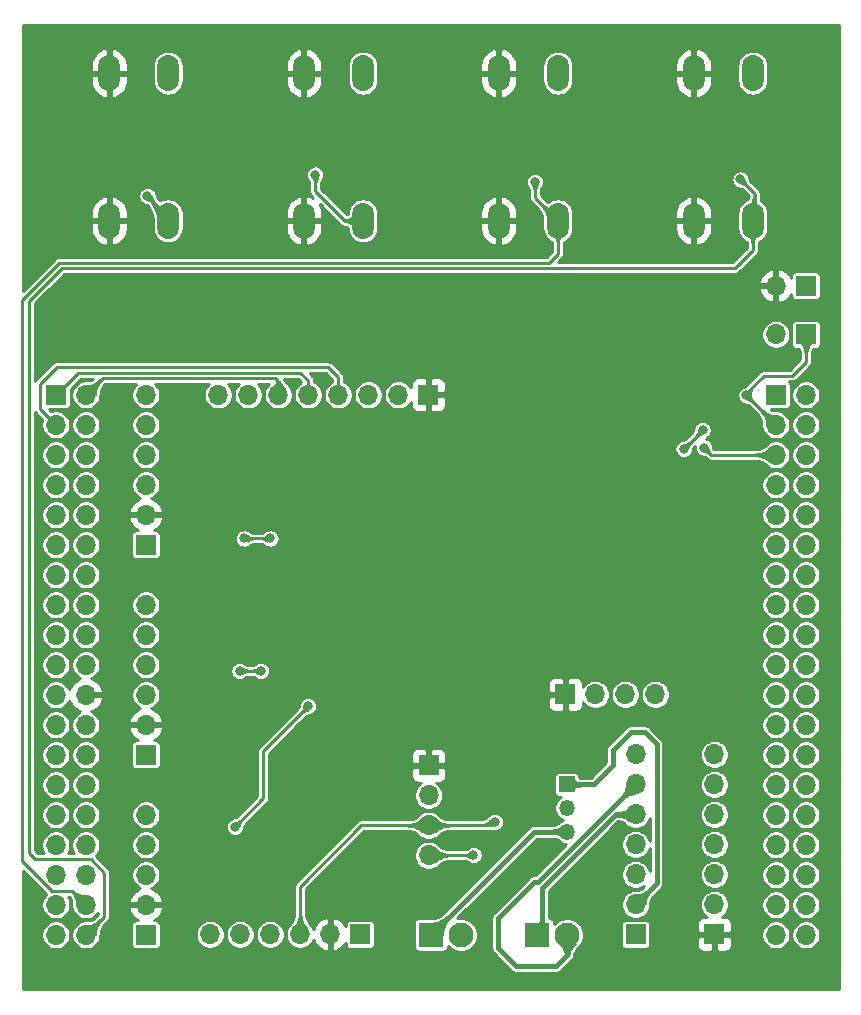
<source format=gbr>
%TF.GenerationSoftware,KiCad,Pcbnew,(5.1.10)-1*%
%TF.CreationDate,2024-07-04T18:25:41+02:00*%
%TF.ProjectId,ApiaryWaterDispensingSystem,41706961-7279-4576-9174-657244697370,rev?*%
%TF.SameCoordinates,Original*%
%TF.FileFunction,Copper,L1,Top*%
%TF.FilePolarity,Positive*%
%FSLAX46Y46*%
G04 Gerber Fmt 4.6, Leading zero omitted, Abs format (unit mm)*
G04 Created by KiCad (PCBNEW (5.1.10)-1) date 2024-07-04 18:25:41*
%MOMM*%
%LPD*%
G01*
G04 APERTURE LIST*
%TA.AperFunction,ComponentPad*%
%ADD10O,1.700000X1.700000*%
%TD*%
%TA.AperFunction,ComponentPad*%
%ADD11R,1.700000X1.700000*%
%TD*%
%TA.AperFunction,ComponentPad*%
%ADD12O,1.350000X1.350000*%
%TD*%
%TA.AperFunction,ComponentPad*%
%ADD13R,1.350000X1.350000*%
%TD*%
%TA.AperFunction,ComponentPad*%
%ADD14O,1.850000X3.048000*%
%TD*%
%TA.AperFunction,ComponentPad*%
%ADD15C,2.100000*%
%TD*%
%TA.AperFunction,ComponentPad*%
%ADD16R,2.100000X2.100000*%
%TD*%
%TA.AperFunction,ViaPad*%
%ADD17C,0.800000*%
%TD*%
%TA.AperFunction,Conductor*%
%ADD18C,0.250000*%
%TD*%
%TA.AperFunction,Conductor*%
%ADD19C,0.400000*%
%TD*%
%TA.AperFunction,Conductor*%
%ADD20C,0.025400*%
%TD*%
%TA.AperFunction,Conductor*%
%ADD21C,0.100000*%
%TD*%
%TA.AperFunction,Conductor*%
%ADD22C,0.254000*%
%TD*%
G04 APERTURE END LIST*
D10*
%TO.P,J4,4*%
%TO.N,SCL*%
X104000000Y-87100000D03*
%TO.P,J4,3*%
%TO.N,SDA*%
X101460000Y-87100000D03*
%TO.P,J4,2*%
%TO.N,+3V3*%
X98920000Y-87100000D03*
D11*
%TO.P,J4,1*%
%TO.N,GND*%
X96380000Y-87100000D03*
%TD*%
D10*
%TO.P,J9,13*%
%TO.N,AOUT1*%
X102328280Y-94720860D03*
%TO.P,J9,11*%
%TO.N,Net-(J9-Pad11)*%
X102328280Y-99800860D03*
%TO.P,J9,12*%
%TO.N,AOUT2*%
X102328280Y-97260860D03*
%TO.P,J9,14*%
%TO.N,Net-(J9-Pad14)*%
X102328280Y-92180860D03*
D11*
%TO.P,J9,8*%
%TO.N,GND1*%
X102328280Y-107420860D03*
D10*
%TO.P,J9,10*%
%TO.N,Net-(J9-Pad10)*%
X102328280Y-102340860D03*
%TO.P,J9,9*%
%TO.N,+6V*%
X102328280Y-104880860D03*
%TO.P,J9,7*%
%TO.N,MODE*%
X109000000Y-92180000D03*
%TO.P,J9,6*%
%TO.N,APHASE*%
X109000000Y-94720000D03*
%TO.P,J9,5*%
%TO.N,AENABLE*%
X109000000Y-97260000D03*
%TO.P,J9,4*%
%TO.N,Net-(J9-Pad4)*%
X109000000Y-99800000D03*
%TO.P,J9,3*%
%TO.N,Net-(J9-Pad3)*%
X109000000Y-102340000D03*
%TO.P,J9,2*%
%TO.N,+3V3*%
X109000000Y-104880000D03*
D11*
%TO.P,J9,1*%
%TO.N,GND*%
X109000000Y-107420000D03*
%TD*%
D10*
%TO.P,J15,8*%
%TO.N,+3V3*%
X67000000Y-61740000D03*
%TO.P,J15,7*%
%TO.N,Net-(J15-Pad7)*%
X69540000Y-61740000D03*
%TO.P,J15,6*%
%TO.N,SPI3_MISO*%
X72080000Y-61740000D03*
%TO.P,J15,5*%
%TO.N,SPI3_SCK*%
X74620000Y-61740000D03*
%TO.P,J15,4*%
%TO.N,SPI3_MOSI*%
X77160000Y-61740000D03*
%TO.P,J15,3*%
%TO.N,Net-(J15-Pad3)*%
X79700000Y-61740000D03*
%TO.P,J15,2*%
%TO.N,Net-(J15-Pad2)*%
X82240000Y-61740000D03*
D11*
%TO.P,J15,1*%
%TO.N,GND*%
X84780000Y-61740000D03*
%TD*%
D10*
%TO.P,J7,38*%
%TO.N,COUNTER_UP*%
X55790000Y-107460000D03*
%TO.P,J7,37*%
%TO.N,USER_ACTIVATED*%
X53250000Y-107460000D03*
%TO.P,J7,36*%
%TO.N,COUNTER_DOWN*%
X55790000Y-104920000D03*
%TO.P,J7,35*%
%TO.N,Net-(J7-Pad35)*%
X53250000Y-104920000D03*
%TO.P,J7,34*%
%TO.N,OPTION*%
X55790000Y-102380000D03*
%TO.P,J7,33*%
%TO.N,Net-(J7-Pad33)*%
X53250000Y-102380000D03*
%TO.P,J7,32*%
%TO.N,Net-(J7-Pad32)*%
X55790000Y-99840000D03*
%TO.P,J7,31*%
%TO.N,Net-(J7-Pad31)*%
X53250000Y-99840000D03*
%TO.P,J7,30*%
%TO.N,Net-(J7-Pad30)*%
X55790000Y-97300000D03*
%TO.P,J7,29*%
%TO.N,Net-(J7-Pad29)*%
X53250000Y-97300000D03*
%TO.P,J7,28*%
%TO.N,Net-(J7-Pad28)*%
X55790000Y-94760000D03*
%TO.P,J7,27*%
%TO.N,Net-(J7-Pad27)*%
X53250000Y-94760000D03*
%TO.P,J7,26*%
%TO.N,Net-(J7-Pad26)*%
X55790000Y-92220000D03*
%TO.P,J7,25*%
%TO.N,Net-(J7-Pad25)*%
X53250000Y-92220000D03*
%TO.P,J7,24*%
%TO.N,Net-(J7-Pad24)*%
X55790000Y-89680000D03*
%TO.P,J7,23*%
%TO.N,Net-(J7-Pad23)*%
X53250000Y-89680000D03*
%TO.P,J7,22*%
%TO.N,GND*%
X55790000Y-87140000D03*
%TO.P,J7,21*%
%TO.N,Net-(J7-Pad21)*%
X53250000Y-87140000D03*
%TO.P,J7,20*%
%TO.N,Net-(J7-Pad20)*%
X55790000Y-84600000D03*
%TO.P,J7,19*%
%TO.N,Net-(J7-Pad19)*%
X53250000Y-84600000D03*
%TO.P,J7,18*%
%TO.N,Net-(J7-Pad18)*%
X55790000Y-82060000D03*
%TO.P,J7,17*%
%TO.N,Net-(J7-Pad17)*%
X53250000Y-82060000D03*
%TO.P,J7,16*%
%TO.N,+3V3*%
X55790000Y-79520000D03*
%TO.P,J7,15*%
%TO.N,Net-(J7-Pad15)*%
X53250000Y-79520000D03*
%TO.P,J7,14*%
%TO.N,Net-(J7-Pad14)*%
X55790000Y-76980000D03*
%TO.P,J7,13*%
%TO.N,Net-(J7-Pad13)*%
X53250000Y-76980000D03*
%TO.P,J7,12*%
%TO.N,Net-(J7-Pad12)*%
X55790000Y-74440000D03*
%TO.P,J7,11*%
%TO.N,Net-(J7-Pad11)*%
X53250000Y-74440000D03*
%TO.P,J7,10*%
%TO.N,Net-(J7-Pad10)*%
X55790000Y-71900000D03*
%TO.P,J7,9*%
%TO.N,Net-(J7-Pad9)*%
X53250000Y-71900000D03*
%TO.P,J7,8*%
%TO.N,Net-(J7-Pad8)*%
X55790000Y-69360000D03*
%TO.P,J7,7*%
%TO.N,Net-(J7-Pad7)*%
X53250000Y-69360000D03*
%TO.P,J7,6*%
%TO.N,Net-(J7-Pad6)*%
X55790000Y-66820000D03*
%TO.P,J7,5*%
%TO.N,Net-(J7-Pad5)*%
X53250000Y-66820000D03*
%TO.P,J7,4*%
%TO.N,Net-(J7-Pad4)*%
X55790000Y-64280000D03*
%TO.P,J7,3*%
%TO.N,SPI3_MOSI*%
X53250000Y-64280000D03*
%TO.P,J7,2*%
%TO.N,SPI3_MISO*%
X55790000Y-61740000D03*
D11*
%TO.P,J7,1*%
%TO.N,SPI3_SCK*%
X53250000Y-61740000D03*
%TD*%
D10*
%TO.P,J1,6*%
%TO.N,Net-(J1-Pad6)*%
X66300000Y-107420000D03*
%TO.P,J1,5*%
%TO.N,Net-(J1-Pad5)*%
X68840000Y-107420000D03*
%TO.P,J1,4*%
%TO.N,SDA*%
X71380000Y-107420000D03*
%TO.P,J1,3*%
%TO.N,SCL*%
X73920000Y-107420000D03*
%TO.P,J1,2*%
%TO.N,GND*%
X76460000Y-107420000D03*
D11*
%TO.P,J1,1*%
%TO.N,+3V3*%
X79000000Y-107420000D03*
%TD*%
D12*
%TO.P,J13,3*%
%TO.N,+5V*%
X96500000Y-98720000D03*
%TO.P,J13,2*%
%TO.N,GND1*%
X96500000Y-96720000D03*
D13*
%TO.P,J13,1*%
%TO.N,+6V*%
X96500000Y-94720000D03*
%TD*%
D10*
%TO.P,J3,4*%
%TO.N,SDA*%
X84800000Y-100720000D03*
%TO.P,J3,3*%
%TO.N,SCL*%
X84800000Y-98180000D03*
%TO.P,J3,2*%
%TO.N,+3V3*%
X84800000Y-95640000D03*
D11*
%TO.P,J3,1*%
%TO.N,GND*%
X84800000Y-93100000D03*
%TD*%
D10*
%TO.P,J2,5*%
%TO.N,Net-(J2-Pad5)*%
X60870000Y-97300000D03*
%TO.P,J2,4*%
%TO.N,SDA*%
X60870000Y-99840000D03*
%TO.P,J2,3*%
%TO.N,SCL*%
X60870000Y-102380000D03*
%TO.P,J2,2*%
%TO.N,GND*%
X60870000Y-104920000D03*
D11*
%TO.P,J2,1*%
%TO.N,+3V3*%
X60870000Y-107460000D03*
%TD*%
D10*
%TO.P,J6,6*%
%TO.N,Net-(J6-Pad6)*%
X60870000Y-79520000D03*
%TO.P,J6,5*%
%TO.N,Net-(J6-Pad5)*%
X60870000Y-82060000D03*
%TO.P,J6,4*%
%TO.N,SDA*%
X60870000Y-84600000D03*
%TO.P,J6,3*%
%TO.N,SCL*%
X60870000Y-87140000D03*
%TO.P,J6,2*%
%TO.N,GND*%
X60870000Y-89680000D03*
D11*
%TO.P,J6,1*%
%TO.N,+3V3*%
X60870000Y-92220000D03*
%TD*%
D10*
%TO.P,J5,6*%
%TO.N,Net-(J5-Pad6)*%
X60870000Y-61740000D03*
%TO.P,J5,5*%
%TO.N,Net-(J5-Pad5)*%
X60870000Y-64280000D03*
%TO.P,J5,4*%
%TO.N,SDA*%
X60870000Y-66820000D03*
%TO.P,J5,3*%
%TO.N,SCL*%
X60870000Y-69360000D03*
%TO.P,J5,2*%
%TO.N,GND*%
X60870000Y-71900000D03*
D11*
%TO.P,J5,1*%
%TO.N,+3V3*%
X60870000Y-74440000D03*
%TD*%
D10*
%TO.P,J10,38*%
%TO.N,Net-(J10-Pad38)*%
X116750000Y-107460000D03*
%TO.P,J10,37*%
%TO.N,Net-(J10-Pad37)*%
X114210000Y-107460000D03*
%TO.P,J10,36*%
%TO.N,Net-(J10-Pad36)*%
X116750000Y-104920000D03*
%TO.P,J10,35*%
%TO.N,Net-(J10-Pad35)*%
X114210000Y-104920000D03*
%TO.P,J10,34*%
%TO.N,Net-(J10-Pad34)*%
X116750000Y-102380000D03*
%TO.P,J10,33*%
%TO.N,Net-(J10-Pad33)*%
X114210000Y-102380000D03*
%TO.P,J10,32*%
%TO.N,Net-(J10-Pad32)*%
X116750000Y-99840000D03*
%TO.P,J10,31*%
%TO.N,Net-(J10-Pad31)*%
X114210000Y-99840000D03*
%TO.P,J10,30*%
%TO.N,Net-(J10-Pad30)*%
X116750000Y-97300000D03*
%TO.P,J10,29*%
%TO.N,Net-(J10-Pad29)*%
X114210000Y-97300000D03*
%TO.P,J10,28*%
%TO.N,Net-(J10-Pad28)*%
X116750000Y-94760000D03*
%TO.P,J10,27*%
%TO.N,Net-(J10-Pad27)*%
X114210000Y-94760000D03*
%TO.P,J10,26*%
%TO.N,Net-(J10-Pad26)*%
X116750000Y-92220000D03*
%TO.P,J10,25*%
%TO.N,Net-(J10-Pad25)*%
X114210000Y-92220000D03*
%TO.P,J10,24*%
%TO.N,Net-(J10-Pad24)*%
X116750000Y-89680000D03*
%TO.P,J10,23*%
%TO.N,Net-(J10-Pad23)*%
X114210000Y-89680000D03*
%TO.P,J10,22*%
%TO.N,Net-(J10-Pad22)*%
X116750000Y-87140000D03*
%TO.P,J10,21*%
%TO.N,Net-(J10-Pad21)*%
X114210000Y-87140000D03*
%TO.P,J10,20*%
%TO.N,Net-(J10-Pad20)*%
X116750000Y-84600000D03*
%TO.P,J10,19*%
%TO.N,Net-(J10-Pad19)*%
X114210000Y-84600000D03*
%TO.P,J10,18*%
%TO.N,Net-(J10-Pad18)*%
X116750000Y-82060000D03*
%TO.P,J10,17*%
%TO.N,APHASE*%
X114210000Y-82060000D03*
%TO.P,J10,16*%
%TO.N,Net-(J10-Pad16)*%
X116750000Y-79520000D03*
%TO.P,J10,15*%
%TO.N,MODE*%
X114210000Y-79520000D03*
%TO.P,J10,14*%
%TO.N,Net-(J10-Pad14)*%
X116750000Y-76980000D03*
%TO.P,J10,13*%
%TO.N,AENABLE*%
X114210000Y-76980000D03*
%TO.P,J10,12*%
%TO.N,Net-(J10-Pad12)*%
X116750000Y-74440000D03*
%TO.P,J10,11*%
%TO.N,Net-(J10-Pad11)*%
X114210000Y-74440000D03*
%TO.P,J10,10*%
%TO.N,Net-(J10-Pad10)*%
X116750000Y-71900000D03*
%TO.P,J10,9*%
%TO.N,Net-(J10-Pad9)*%
X114210000Y-71900000D03*
%TO.P,J10,8*%
%TO.N,Net-(J10-Pad8)*%
X116750000Y-69360000D03*
%TO.P,J10,7*%
%TO.N,Net-(J10-Pad7)*%
X114210000Y-69360000D03*
%TO.P,J10,6*%
%TO.N,Net-(J10-Pad6)*%
X116750000Y-66820000D03*
%TO.P,J10,5*%
%TO.N,SDA*%
X114210000Y-66820000D03*
%TO.P,J10,4*%
%TO.N,Net-(J10-Pad4)*%
X116750000Y-64280000D03*
%TO.P,J10,3*%
%TO.N,SCL*%
X114210000Y-64280000D03*
%TO.P,J10,2*%
%TO.N,Net-(J10-Pad2)*%
X116750000Y-61740000D03*
D11*
%TO.P,J10,1*%
%TO.N,Net-(J10-Pad1)*%
X114210000Y-61740000D03*
%TD*%
D14*
%TO.P,SW4,2*%
%TO.N,USER_ACTIVATED*%
X62750000Y-47000000D03*
%TO.P,SW4,1*%
%TO.N,GND*%
X57750000Y-47000000D03*
%TO.P,SW4,2*%
%TO.N,USER_ACTIVATED*%
X62750000Y-34500000D03*
%TO.P,SW4,1*%
%TO.N,GND*%
X57750000Y-34500000D03*
%TD*%
%TO.P,SW3,2*%
%TO.N,OPTION*%
X79250000Y-47000000D03*
%TO.P,SW3,1*%
%TO.N,GND*%
X74250000Y-47000000D03*
%TO.P,SW3,2*%
%TO.N,OPTION*%
X79250000Y-34500000D03*
%TO.P,SW3,1*%
%TO.N,GND*%
X74250000Y-34500000D03*
%TD*%
%TO.P,SW2,2*%
%TO.N,COUNTER_DOWN*%
X95750000Y-47000000D03*
%TO.P,SW2,1*%
%TO.N,GND*%
X90750000Y-47000000D03*
%TO.P,SW2,2*%
%TO.N,COUNTER_DOWN*%
X95750000Y-34500000D03*
%TO.P,SW2,1*%
%TO.N,GND*%
X90750000Y-34500000D03*
%TD*%
%TO.P,SW1,2*%
%TO.N,COUNTER_UP*%
X112250000Y-47000000D03*
%TO.P,SW1,1*%
%TO.N,GND*%
X107250000Y-47000000D03*
%TO.P,SW1,2*%
%TO.N,COUNTER_UP*%
X112250000Y-34500000D03*
%TO.P,SW1,1*%
%TO.N,GND*%
X107250000Y-34500000D03*
%TD*%
D10*
%TO.P,J16,2*%
%TO.N,GND*%
X114210000Y-52500000D03*
D11*
%TO.P,J16,1*%
%TO.N,+3V3*%
X116750000Y-52500000D03*
%TD*%
D15*
%TO.P,J14,2*%
%TO.N,GND1*%
X87540000Y-107460000D03*
D16*
%TO.P,J14,1*%
%TO.N,+5V*%
X85000000Y-107460000D03*
%TD*%
D15*
%TO.P,J12,2*%
%TO.N,AOUT1*%
X96540000Y-107460000D03*
D16*
%TO.P,J12,1*%
%TO.N,AOUT2*%
X94000000Y-107460000D03*
%TD*%
D10*
%TO.P,J8,2*%
%TO.N,SDA*%
X114210000Y-56620000D03*
D11*
%TO.P,J8,1*%
%TO.N,SCL*%
X116750000Y-56620000D03*
%TD*%
D17*
%TO.N,GND*%
X73744984Y-58099980D03*
X71189988Y-58099980D03*
X63525001Y-58099980D03*
X55860013Y-58099980D03*
X76299980Y-58099980D03*
X53305018Y-58099980D03*
X92416250Y-49250000D03*
X87228750Y-49250000D03*
X84635000Y-49250000D03*
X82041250Y-49250000D03*
X76853750Y-49250000D03*
X71666250Y-49250000D03*
X69072500Y-49250000D03*
X66478750Y-49250000D03*
X56103750Y-49250000D03*
X53510000Y-49250000D03*
X56340444Y-52300010D03*
X58930899Y-52300010D03*
X61521353Y-52300010D03*
X64111808Y-52300010D03*
X66702262Y-52300010D03*
X69292717Y-52300010D03*
X71883171Y-52300010D03*
X74473626Y-52300010D03*
X77064080Y-52300010D03*
X79654535Y-52300010D03*
X82244990Y-52300010D03*
X84835444Y-52300010D03*
X87425899Y-52300010D03*
X90016353Y-52300010D03*
X92606808Y-52300010D03*
X95197262Y-52300010D03*
X97787717Y-52300010D03*
X100378171Y-52300010D03*
X102968626Y-52300010D03*
X105559080Y-52300010D03*
X108149535Y-52300010D03*
X110739990Y-52300010D03*
X108149535Y-49700010D03*
X105559080Y-49700010D03*
X102968626Y-49700010D03*
X100378171Y-49700010D03*
X97787717Y-49700010D03*
X107379990Y-69579990D03*
X107379990Y-72379990D03*
X107379990Y-75179990D03*
X58800000Y-111000000D03*
X74300000Y-109600000D03*
X71600000Y-109600000D03*
X68900000Y-109600000D03*
X66200000Y-109600000D03*
X63500000Y-109600000D03*
X100436363Y-67000000D03*
X97892727Y-67000000D03*
X95349090Y-67000000D03*
X92805454Y-67000000D03*
X90261818Y-67000000D03*
X87718181Y-67000000D03*
X85174545Y-67000000D03*
X82630909Y-67000000D03*
X80087272Y-67000000D03*
X77543636Y-67000000D03*
X75000000Y-67000000D03*
X66845000Y-45400000D03*
X69690000Y-45400000D03*
X69690000Y-42800000D03*
X66845000Y-42800000D03*
X81366666Y-46000000D03*
X84133333Y-46000000D03*
X86900000Y-46000000D03*
X86900000Y-43400000D03*
X84133333Y-43400000D03*
X99700000Y-45800000D03*
X102200000Y-45800000D03*
X104700000Y-45800000D03*
X109700000Y-45800000D03*
X104700000Y-43200000D03*
X102200000Y-43200000D03*
X99700000Y-43200000D03*
X114840000Y-110000000D03*
X113480000Y-110000000D03*
X112120000Y-110000000D03*
X110760000Y-110000000D03*
X110430000Y-77170000D03*
X110430000Y-74370000D03*
X110430000Y-71570000D03*
X110430000Y-68770000D03*
X77730036Y-70050009D03*
X80273672Y-70050009D03*
X82817309Y-70050009D03*
X85360945Y-70050009D03*
X87904582Y-70050009D03*
X90448218Y-70050009D03*
X92991855Y-70050009D03*
X95535491Y-70050009D03*
X98079128Y-70050009D03*
X100622764Y-70050009D03*
X103166401Y-70050009D03*
X100400000Y-101248356D03*
X100400000Y-104561522D03*
X111100000Y-57700000D03*
X111100000Y-55500000D03*
X117000000Y-54700000D03*
X119000000Y-52900000D03*
X115400000Y-49800000D03*
X118200000Y-49800000D03*
X114200000Y-47000000D03*
X116300000Y-45100000D03*
X111800000Y-38700000D03*
X114200000Y-38700000D03*
X59500000Y-94200000D03*
X57300000Y-94300000D03*
X59300000Y-83600000D03*
X57100000Y-83600000D03*
X59300000Y-77000000D03*
X59300000Y-68100000D03*
X57100000Y-68100000D03*
X94200000Y-95000000D03*
X90000000Y-92000000D03*
X98300000Y-93600000D03*
X96700000Y-89600000D03*
X91700000Y-93300000D03*
X83600000Y-105400000D03*
X80900000Y-105400000D03*
X94300000Y-100800000D03*
X96200000Y-104000000D03*
X105300000Y-85300000D03*
X78600000Y-111300000D03*
X107200000Y-110800000D03*
X119100000Y-110300000D03*
X51500000Y-50900000D03*
X52000000Y-98700000D03*
X51400000Y-103500000D03*
X69300000Y-76100000D03*
X72700000Y-76300000D03*
X68800000Y-82000000D03*
X72700000Y-81900000D03*
X68700000Y-89300000D03*
X71400000Y-89200000D03*
X83600000Y-109900000D03*
X103800000Y-109700000D03*
X68400000Y-101500000D03*
X71500000Y-101500000D03*
X109200000Y-85900000D03*
X68400000Y-94700000D03*
X71600000Y-93400000D03*
X63400000Y-68100000D03*
X63400000Y-71000000D03*
X63600000Y-65900000D03*
X57000000Y-75800000D03*
%TO.N,SCL*%
X111715000Y-61785000D03*
X90400000Y-97900000D03*
X68400000Y-98300000D03*
X74600000Y-88100000D03*
X68800000Y-85100000D03*
X70600000Y-85100000D03*
X71400000Y-73900000D03*
X69200000Y-73900000D03*
X106400000Y-66300000D03*
X108000000Y-64700000D03*
%TO.N,COUNTER_UP*%
X111200000Y-43500000D03*
%TO.N,USER_ACTIVATED*%
X61000000Y-44900000D03*
%TO.N,COUNTER_DOWN*%
X93800000Y-43700000D03*
%TO.N,OPTION*%
X75200000Y-43100000D03*
%TO.N,SDA*%
X108100000Y-66200000D03*
X88600000Y-100700000D03*
%TD*%
D18*
%TO.N,SCL*%
X111630000Y-61700000D02*
X111715000Y-61785000D01*
X111630000Y-61700000D02*
X113230000Y-60100000D01*
X113230000Y-60100000D02*
X115600000Y-60100000D01*
X116750000Y-58950000D02*
X116750000Y-56620000D01*
X115600000Y-60100000D02*
X116750000Y-58950000D01*
X111715000Y-61785000D02*
X114210000Y-64280000D01*
X90120000Y-98180000D02*
X90400000Y-97900000D01*
X84800000Y-98180000D02*
X90120000Y-98180000D01*
X84800000Y-98180000D02*
X79120000Y-98180000D01*
X73920000Y-103380000D02*
X73920000Y-107420000D01*
X79120000Y-98180000D02*
X73920000Y-103380000D01*
X68400000Y-98300000D02*
X70800000Y-95900000D01*
X70800000Y-95900000D02*
X70800000Y-91900000D01*
X70800000Y-91900000D02*
X74600000Y-88100000D01*
X74600000Y-88100000D02*
X74600000Y-88100000D01*
X68800000Y-85100000D02*
X70600000Y-85100000D01*
X69200000Y-73900000D02*
X71400000Y-73900000D01*
X106400000Y-66300000D02*
X108000000Y-64700000D01*
X108000000Y-64700000D02*
X108000000Y-64700000D01*
%TO.N,COUNTER_UP*%
X111200000Y-43500000D02*
X112400000Y-44700000D01*
X112400000Y-46850000D02*
X112250000Y-47000000D01*
X112400000Y-44700000D02*
X112400000Y-46850000D01*
X55790000Y-107460000D02*
X57330000Y-105920000D01*
X57330000Y-102180998D02*
X56219002Y-101070000D01*
X57330000Y-105920000D02*
X57330000Y-102180998D01*
X56219002Y-101070000D02*
X51500000Y-101070000D01*
X50950000Y-100520000D02*
X50950000Y-53790000D01*
X51500000Y-101070000D02*
X50950000Y-100520000D01*
X51220000Y-53530000D02*
X53749990Y-51000010D01*
X51210000Y-53530000D02*
X51220000Y-53530000D01*
X50950000Y-53790000D02*
X51210000Y-53530000D01*
X53749990Y-51000010D02*
X110739990Y-51000010D01*
X112250000Y-49490000D02*
X112250000Y-47000000D01*
X110739990Y-51000010D02*
X112250000Y-49490000D01*
%TO.N,USER_ACTIVATED*%
X62750000Y-46650000D02*
X62750000Y-47000000D01*
X61000000Y-44900000D02*
X62750000Y-46650000D01*
%TO.N,COUNTER_DOWN*%
X93800000Y-45050000D02*
X95750000Y-47000000D01*
X93800000Y-43700000D02*
X93800000Y-45050000D01*
X52875997Y-103744999D02*
X50375010Y-101244012D01*
X54614999Y-103744999D02*
X52875997Y-103744999D01*
X55790000Y-104920000D02*
X54614999Y-103744999D01*
X50375010Y-101244012D02*
X50375010Y-53684990D01*
X50375010Y-53684990D02*
X53510000Y-50550000D01*
X53510000Y-50550000D02*
X95010000Y-50550000D01*
X95750000Y-49810000D02*
X95750000Y-47000000D01*
X95010000Y-50550000D02*
X95750000Y-49810000D01*
%TO.N,OPTION*%
X79250000Y-47000000D02*
X77700000Y-47000000D01*
X77700000Y-47000000D02*
X75200000Y-44500000D01*
X75200000Y-44500000D02*
X75200000Y-43100000D01*
X75200000Y-43100000D02*
X75200000Y-43100000D01*
%TO.N,SPI3_MISO*%
X55790000Y-61740000D02*
X57230000Y-60300000D01*
X57230000Y-60300000D02*
X71800000Y-60300000D01*
X72080000Y-60580000D02*
X72080000Y-61740000D01*
X71800000Y-60300000D02*
X72080000Y-60580000D01*
D19*
%TO.N,AOUT1*%
X96540000Y-107460000D02*
X96540000Y-107740002D01*
X102328280Y-94720860D02*
X94049140Y-103000000D01*
X94049140Y-103000000D02*
X93700000Y-103000000D01*
X93700000Y-103000000D02*
X90700000Y-106000000D01*
X90700000Y-106000000D02*
X90700000Y-108600000D01*
X90700000Y-108600000D02*
X92200000Y-110100000D01*
X92200000Y-110100000D02*
X93400000Y-110100000D01*
X96540000Y-109160000D02*
X96540000Y-107460000D01*
X95600000Y-110100000D02*
X96540000Y-109160000D01*
X93400000Y-110100000D02*
X95600000Y-110100000D01*
%TO.N,+5V*%
X93740000Y-98720000D02*
X96500000Y-98720000D01*
X85000000Y-107460000D02*
X93740000Y-98720000D01*
%TO.N,+6V*%
X96680000Y-94720000D02*
X96999999Y-94400001D01*
X96500000Y-94720000D02*
X96680000Y-94720000D01*
X104100000Y-103109140D02*
X102328280Y-104880860D01*
X104100000Y-91300000D02*
X104100000Y-103109140D01*
X101900000Y-90300000D02*
X103100000Y-90300000D01*
X100400000Y-93100000D02*
X100400000Y-91800000D01*
X103100000Y-90300000D02*
X104100000Y-91300000D01*
X100400000Y-91800000D02*
X101900000Y-90300000D01*
X98780000Y-94720000D02*
X100400000Y-93100000D01*
X96500000Y-94720000D02*
X98780000Y-94720000D01*
D18*
%TO.N,SDA*%
X114130000Y-66900000D02*
X114210000Y-66820000D01*
X114210000Y-66820000D02*
X108720000Y-66820000D01*
X108720000Y-66820000D02*
X108100000Y-66200000D01*
X108100000Y-66200000D02*
X108000000Y-66100000D01*
X84820000Y-100700000D02*
X84800000Y-100720000D01*
X88600000Y-100700000D02*
X84820000Y-100700000D01*
%TO.N,SPI3_MOSI*%
X53250000Y-64280000D02*
X51900000Y-62930000D01*
X53305018Y-59399980D02*
X76299980Y-59399980D01*
X51900000Y-60804998D02*
X53305018Y-59399980D01*
X51900000Y-62930000D02*
X51900000Y-60804998D01*
X77160000Y-60260000D02*
X77160000Y-61740000D01*
X76299980Y-59399980D02*
X77160000Y-60260000D01*
%TO.N,SPI3_SCK*%
X53250000Y-62359998D02*
X53250000Y-61740000D01*
X53250000Y-61740000D02*
X55140010Y-59849990D01*
X55140010Y-59849990D02*
X73949990Y-59849990D01*
X74620000Y-60520000D02*
X74620000Y-61740000D01*
X73949990Y-59849990D02*
X74620000Y-60520000D01*
D19*
%TO.N,AOUT2*%
X94000000Y-107460000D02*
X94000000Y-106800000D01*
X94400000Y-106400000D02*
X94400000Y-103497682D01*
X94000000Y-106800000D02*
X94400000Y-106400000D01*
X100636822Y-97260860D02*
X102328280Y-97260860D01*
X94400000Y-103497682D02*
X100636822Y-97260860D01*
%TD*%
D20*
%TO.N,SCL*%
X112173540Y-61322597D02*
X112161415Y-61364102D01*
X112161324Y-61364427D01*
X112148634Y-61412593D01*
X112148549Y-61412934D01*
X112137403Y-61460540D01*
X112137326Y-61460895D01*
X112127724Y-61507941D01*
X112127654Y-61508312D01*
X112119596Y-61554799D01*
X112119535Y-61555185D01*
X112113021Y-61601111D01*
X112112971Y-61601511D01*
X112108001Y-61646877D01*
X112107962Y-61647292D01*
X112104536Y-61692099D01*
X112104510Y-61692527D01*
X112102628Y-61736773D01*
X112102617Y-61737215D01*
X112102354Y-61771241D01*
X111591558Y-61908442D01*
X111728863Y-61397257D01*
X111761602Y-61395667D01*
X111763216Y-61395485D01*
X111802362Y-61388503D01*
X111804095Y-61388066D01*
X111840402Y-61376140D01*
X111842156Y-61375415D01*
X111875622Y-61358545D01*
X111877273Y-61357548D01*
X111907899Y-61335734D01*
X111909340Y-61334538D01*
X111937127Y-61307780D01*
X111938299Y-61306486D01*
X111963245Y-61274784D01*
X111964139Y-61273490D01*
X111986245Y-61236844D01*
X111986894Y-61235622D01*
X112006160Y-61194032D01*
X112006612Y-61192922D01*
X112016332Y-61165389D01*
X112173540Y-61322597D01*
%TA.AperFunction,Conductor*%
D21*
G36*
X112173540Y-61322597D02*
G01*
X112161415Y-61364102D01*
X112161324Y-61364427D01*
X112148634Y-61412593D01*
X112148549Y-61412934D01*
X112137403Y-61460540D01*
X112137326Y-61460895D01*
X112127724Y-61507941D01*
X112127654Y-61508312D01*
X112119596Y-61554799D01*
X112119535Y-61555185D01*
X112113021Y-61601111D01*
X112112971Y-61601511D01*
X112108001Y-61646877D01*
X112107962Y-61647292D01*
X112104536Y-61692099D01*
X112104510Y-61692527D01*
X112102628Y-61736773D01*
X112102617Y-61737215D01*
X112102354Y-61771241D01*
X111591558Y-61908442D01*
X111728863Y-61397257D01*
X111761602Y-61395667D01*
X111763216Y-61395485D01*
X111802362Y-61388503D01*
X111804095Y-61388066D01*
X111840402Y-61376140D01*
X111842156Y-61375415D01*
X111875622Y-61358545D01*
X111877273Y-61357548D01*
X111907899Y-61335734D01*
X111909340Y-61334538D01*
X111937127Y-61307780D01*
X111938299Y-61306486D01*
X111963245Y-61274784D01*
X111964139Y-61273490D01*
X111986245Y-61236844D01*
X111986894Y-61235622D01*
X112006160Y-61194032D01*
X112006612Y-61192922D01*
X112016332Y-61165389D01*
X112173540Y-61322597D01*
G37*
%TD.AperFunction*%
%TD*%
D20*
%TO.N,SCL*%
X117329271Y-57225165D02*
X117246476Y-57312648D01*
X117245825Y-57313392D01*
X117165925Y-57412187D01*
X117165312Y-57413011D01*
X117094812Y-57516244D01*
X117094255Y-57517138D01*
X117033155Y-57624809D01*
X117032667Y-57625759D01*
X116980967Y-57737867D01*
X116980562Y-57738852D01*
X116938262Y-57855398D01*
X116937945Y-57856398D01*
X116905045Y-57977382D01*
X116904817Y-57978376D01*
X116881317Y-58103798D01*
X116881174Y-58104766D01*
X116867074Y-58234626D01*
X116867008Y-58235553D01*
X116862737Y-58357595D01*
X116637263Y-58357595D01*
X116632992Y-58235553D01*
X116632926Y-58234626D01*
X116618826Y-58104766D01*
X116618683Y-58103798D01*
X116595183Y-57978376D01*
X116594955Y-57977382D01*
X116562055Y-57856398D01*
X116561738Y-57855398D01*
X116519438Y-57738852D01*
X116519033Y-57737867D01*
X116467333Y-57625759D01*
X116466845Y-57624809D01*
X116405745Y-57517138D01*
X116405188Y-57516244D01*
X116334688Y-57413011D01*
X116334075Y-57412187D01*
X116254175Y-57313392D01*
X116253524Y-57312648D01*
X116170729Y-57225165D01*
X116750000Y-56220426D01*
X117329271Y-57225165D01*
%TA.AperFunction,Conductor*%
D21*
G36*
X117329271Y-57225165D02*
G01*
X117246476Y-57312648D01*
X117245825Y-57313392D01*
X117165925Y-57412187D01*
X117165312Y-57413011D01*
X117094812Y-57516244D01*
X117094255Y-57517138D01*
X117033155Y-57624809D01*
X117032667Y-57625759D01*
X116980967Y-57737867D01*
X116980562Y-57738852D01*
X116938262Y-57855398D01*
X116937945Y-57856398D01*
X116905045Y-57977382D01*
X116904817Y-57978376D01*
X116881317Y-58103798D01*
X116881174Y-58104766D01*
X116867074Y-58234626D01*
X116867008Y-58235553D01*
X116862737Y-58357595D01*
X116637263Y-58357595D01*
X116632992Y-58235553D01*
X116632926Y-58234626D01*
X116618826Y-58104766D01*
X116618683Y-58103798D01*
X116595183Y-57978376D01*
X116594955Y-57977382D01*
X116562055Y-57856398D01*
X116561738Y-57855398D01*
X116519438Y-57738852D01*
X116519033Y-57737867D01*
X116467333Y-57625759D01*
X116466845Y-57624809D01*
X116405745Y-57517138D01*
X116405188Y-57516244D01*
X116334688Y-57413011D01*
X116334075Y-57412187D01*
X116254175Y-57313392D01*
X116253524Y-57312648D01*
X116170729Y-57225165D01*
X116750000Y-56220426D01*
X117329271Y-57225165D01*
G37*
%TD.AperFunction*%
%TD*%
D20*
%TO.N,SCL*%
X112102546Y-61798810D02*
X112103472Y-61832188D01*
X112103538Y-61833178D01*
X112107970Y-61874874D01*
X112108121Y-61875894D01*
X112115797Y-61916451D01*
X112116036Y-61917480D01*
X112126956Y-61956896D01*
X112127284Y-61957913D01*
X112141448Y-61996189D01*
X112141860Y-61997171D01*
X112159268Y-62034308D01*
X112159751Y-62035238D01*
X112180403Y-62071234D01*
X112180944Y-62072095D01*
X112204840Y-62106951D01*
X112205422Y-62107734D01*
X112232562Y-62141450D01*
X112233168Y-62142148D01*
X112255187Y-62165756D01*
X112095756Y-62325187D01*
X112072148Y-62303168D01*
X112071450Y-62302562D01*
X112037734Y-62275422D01*
X112036951Y-62274840D01*
X112002095Y-62250944D01*
X112001234Y-62250403D01*
X111965238Y-62229751D01*
X111964308Y-62229268D01*
X111927171Y-62211860D01*
X111926189Y-62211448D01*
X111887913Y-62197284D01*
X111886896Y-62196956D01*
X111847480Y-62186036D01*
X111846451Y-62185797D01*
X111805894Y-62178121D01*
X111804874Y-62177970D01*
X111763178Y-62173538D01*
X111762188Y-62173472D01*
X111728810Y-62172546D01*
X111591558Y-61661558D01*
X112102546Y-61798810D01*
%TA.AperFunction,Conductor*%
D21*
G36*
X112102546Y-61798810D02*
G01*
X112103472Y-61832188D01*
X112103538Y-61833178D01*
X112107970Y-61874874D01*
X112108121Y-61875894D01*
X112115797Y-61916451D01*
X112116036Y-61917480D01*
X112126956Y-61956896D01*
X112127284Y-61957913D01*
X112141448Y-61996189D01*
X112141860Y-61997171D01*
X112159268Y-62034308D01*
X112159751Y-62035238D01*
X112180403Y-62071234D01*
X112180944Y-62072095D01*
X112204840Y-62106951D01*
X112205422Y-62107734D01*
X112232562Y-62141450D01*
X112233168Y-62142148D01*
X112255187Y-62165756D01*
X112095756Y-62325187D01*
X112072148Y-62303168D01*
X112071450Y-62302562D01*
X112037734Y-62275422D01*
X112036951Y-62274840D01*
X112002095Y-62250944D01*
X112001234Y-62250403D01*
X111965238Y-62229751D01*
X111964308Y-62229268D01*
X111927171Y-62211860D01*
X111926189Y-62211448D01*
X111887913Y-62197284D01*
X111886896Y-62196956D01*
X111847480Y-62186036D01*
X111846451Y-62185797D01*
X111805894Y-62178121D01*
X111804874Y-62177970D01*
X111763178Y-62173538D01*
X111762188Y-62173472D01*
X111728810Y-62172546D01*
X111591558Y-61661558D01*
X112102546Y-61798810D01*
G37*
%TD.AperFunction*%
%TD*%
D20*
%TO.N,SCL*%
X113150368Y-63054895D02*
X113151071Y-63055503D01*
X113252865Y-63137357D01*
X113253650Y-63137940D01*
X113358954Y-63210010D01*
X113359818Y-63210552D01*
X113468630Y-63272837D01*
X113469561Y-63273320D01*
X113581883Y-63325820D01*
X113582867Y-63326231D01*
X113698697Y-63368946D01*
X113699713Y-63369272D01*
X113819052Y-63402202D01*
X113820079Y-63402440D01*
X113942927Y-63425586D01*
X113943943Y-63425736D01*
X114070299Y-63439097D01*
X114071284Y-63439162D01*
X114191690Y-63442478D01*
X114492541Y-64562541D01*
X113372478Y-64261690D01*
X113369162Y-64141284D01*
X113369097Y-64140299D01*
X113355736Y-64013943D01*
X113355586Y-64012927D01*
X113332440Y-63890079D01*
X113332202Y-63889052D01*
X113299272Y-63769713D01*
X113298946Y-63768697D01*
X113256231Y-63652867D01*
X113255820Y-63651883D01*
X113203320Y-63539561D01*
X113202837Y-63538630D01*
X113140552Y-63429818D01*
X113140010Y-63428954D01*
X113067940Y-63323650D01*
X113067357Y-63322865D01*
X112985503Y-63221071D01*
X112984895Y-63220368D01*
X112901619Y-63131051D01*
X113061051Y-62971619D01*
X113150368Y-63054895D01*
%TA.AperFunction,Conductor*%
D21*
G36*
X113150368Y-63054895D02*
G01*
X113151071Y-63055503D01*
X113252865Y-63137357D01*
X113253650Y-63137940D01*
X113358954Y-63210010D01*
X113359818Y-63210552D01*
X113468630Y-63272837D01*
X113469561Y-63273320D01*
X113581883Y-63325820D01*
X113582867Y-63326231D01*
X113698697Y-63368946D01*
X113699713Y-63369272D01*
X113819052Y-63402202D01*
X113820079Y-63402440D01*
X113942927Y-63425586D01*
X113943943Y-63425736D01*
X114070299Y-63439097D01*
X114071284Y-63439162D01*
X114191690Y-63442478D01*
X114492541Y-64562541D01*
X113372478Y-64261690D01*
X113369162Y-64141284D01*
X113369097Y-64140299D01*
X113355736Y-64013943D01*
X113355586Y-64012927D01*
X113332440Y-63890079D01*
X113332202Y-63889052D01*
X113299272Y-63769713D01*
X113298946Y-63768697D01*
X113256231Y-63652867D01*
X113255820Y-63651883D01*
X113203320Y-63539561D01*
X113202837Y-63538630D01*
X113140552Y-63429818D01*
X113140010Y-63428954D01*
X113067940Y-63323650D01*
X113067357Y-63322865D01*
X112985503Y-63221071D01*
X112984895Y-63220368D01*
X112901619Y-63131051D01*
X113061051Y-62971619D01*
X113150368Y-63054895D01*
G37*
%TD.AperFunction*%
%TD*%
D20*
%TO.N,SCL*%
X90574574Y-97900000D02*
X90115437Y-98164710D01*
X90088258Y-98143362D01*
X90085505Y-98141714D01*
X90044487Y-98123764D01*
X90041793Y-98122927D01*
X89993688Y-98113677D01*
X89991417Y-98113450D01*
X89936224Y-98112900D01*
X89934449Y-98113006D01*
X89872168Y-98121156D01*
X89870818Y-98121408D01*
X89801449Y-98138258D01*
X89800422Y-98138554D01*
X89723966Y-98164104D01*
X89723174Y-98164398D01*
X89639630Y-98198648D01*
X89639008Y-98198922D01*
X89548376Y-98241872D01*
X89547880Y-98242121D01*
X89468796Y-98283922D01*
X89468796Y-98062443D01*
X89560023Y-98011330D01*
X89560158Y-98011253D01*
X89650790Y-97959003D01*
X89650945Y-97958912D01*
X89734489Y-97909162D01*
X89734668Y-97909053D01*
X89811124Y-97861803D01*
X89811332Y-97861672D01*
X89880701Y-97816922D01*
X89880946Y-97816760D01*
X89943227Y-97774510D01*
X89943519Y-97774306D01*
X89998712Y-97734556D01*
X89999066Y-97734291D01*
X90047171Y-97697041D01*
X90047604Y-97696690D01*
X90088622Y-97661940D01*
X90089162Y-97661455D01*
X90116217Y-97635739D01*
X90574574Y-97900000D01*
%TA.AperFunction,Conductor*%
D21*
G36*
X90574574Y-97900000D02*
G01*
X90115437Y-98164710D01*
X90088258Y-98143362D01*
X90085505Y-98141714D01*
X90044487Y-98123764D01*
X90041793Y-98122927D01*
X89993688Y-98113677D01*
X89991417Y-98113450D01*
X89936224Y-98112900D01*
X89934449Y-98113006D01*
X89872168Y-98121156D01*
X89870818Y-98121408D01*
X89801449Y-98138258D01*
X89800422Y-98138554D01*
X89723966Y-98164104D01*
X89723174Y-98164398D01*
X89639630Y-98198648D01*
X89639008Y-98198922D01*
X89548376Y-98241872D01*
X89547880Y-98242121D01*
X89468796Y-98283922D01*
X89468796Y-98062443D01*
X89560023Y-98011330D01*
X89560158Y-98011253D01*
X89650790Y-97959003D01*
X89650945Y-97958912D01*
X89734489Y-97909162D01*
X89734668Y-97909053D01*
X89811124Y-97861803D01*
X89811332Y-97861672D01*
X89880701Y-97816922D01*
X89880946Y-97816760D01*
X89943227Y-97774510D01*
X89943519Y-97774306D01*
X89998712Y-97734556D01*
X89999066Y-97734291D01*
X90047171Y-97697041D01*
X90047604Y-97696690D01*
X90088622Y-97661940D01*
X90089162Y-97661455D01*
X90116217Y-97635739D01*
X90574574Y-97900000D01*
G37*
%TD.AperFunction*%
%TD*%
D20*
%TO.N,SCL*%
X85492648Y-97683524D02*
X85493392Y-97684175D01*
X85592187Y-97764075D01*
X85593011Y-97764688D01*
X85696244Y-97835188D01*
X85697138Y-97835745D01*
X85804809Y-97896845D01*
X85805759Y-97897333D01*
X85917867Y-97949033D01*
X85918852Y-97949438D01*
X86035398Y-97991738D01*
X86036398Y-97992055D01*
X86157382Y-98024955D01*
X86158376Y-98025183D01*
X86283798Y-98048683D01*
X86284766Y-98048826D01*
X86414626Y-98062926D01*
X86415553Y-98062992D01*
X86537595Y-98067263D01*
X86537595Y-98292737D01*
X86415553Y-98297008D01*
X86414626Y-98297074D01*
X86284766Y-98311174D01*
X86283798Y-98311317D01*
X86158376Y-98334817D01*
X86157382Y-98335045D01*
X86036398Y-98367945D01*
X86035398Y-98368262D01*
X85918852Y-98410562D01*
X85917867Y-98410967D01*
X85805759Y-98462667D01*
X85804809Y-98463155D01*
X85697138Y-98524255D01*
X85696244Y-98524812D01*
X85593011Y-98595312D01*
X85592187Y-98595925D01*
X85493392Y-98675825D01*
X85492648Y-98676476D01*
X85405165Y-98759271D01*
X84400426Y-98180000D01*
X85405165Y-97600729D01*
X85492648Y-97683524D01*
%TA.AperFunction,Conductor*%
D21*
G36*
X85492648Y-97683524D02*
G01*
X85493392Y-97684175D01*
X85592187Y-97764075D01*
X85593011Y-97764688D01*
X85696244Y-97835188D01*
X85697138Y-97835745D01*
X85804809Y-97896845D01*
X85805759Y-97897333D01*
X85917867Y-97949033D01*
X85918852Y-97949438D01*
X86035398Y-97991738D01*
X86036398Y-97992055D01*
X86157382Y-98024955D01*
X86158376Y-98025183D01*
X86283798Y-98048683D01*
X86284766Y-98048826D01*
X86414626Y-98062926D01*
X86415553Y-98062992D01*
X86537595Y-98067263D01*
X86537595Y-98292737D01*
X86415553Y-98297008D01*
X86414626Y-98297074D01*
X86284766Y-98311174D01*
X86283798Y-98311317D01*
X86158376Y-98334817D01*
X86157382Y-98335045D01*
X86036398Y-98367945D01*
X86035398Y-98368262D01*
X85918852Y-98410562D01*
X85917867Y-98410967D01*
X85805759Y-98462667D01*
X85804809Y-98463155D01*
X85697138Y-98524255D01*
X85696244Y-98524812D01*
X85593011Y-98595312D01*
X85592187Y-98595925D01*
X85493392Y-98675825D01*
X85492648Y-98676476D01*
X85405165Y-98759271D01*
X84400426Y-98180000D01*
X85405165Y-97600729D01*
X85492648Y-97683524D01*
G37*
%TD.AperFunction*%
%TD*%
D20*
%TO.N,SCL*%
X85199574Y-98180000D02*
X84194835Y-98759271D01*
X84107351Y-98676476D01*
X84106607Y-98675825D01*
X84007812Y-98595925D01*
X84006988Y-98595312D01*
X83903755Y-98524812D01*
X83902861Y-98524255D01*
X83795191Y-98463155D01*
X83794241Y-98462667D01*
X83682132Y-98410967D01*
X83681147Y-98410562D01*
X83564601Y-98368262D01*
X83563601Y-98367945D01*
X83442617Y-98335045D01*
X83441623Y-98334817D01*
X83316201Y-98311317D01*
X83315233Y-98311174D01*
X83185373Y-98297074D01*
X83184446Y-98297008D01*
X83062405Y-98292737D01*
X83062405Y-98067263D01*
X83184446Y-98062992D01*
X83185373Y-98062926D01*
X83315233Y-98048826D01*
X83316201Y-98048683D01*
X83441623Y-98025183D01*
X83442617Y-98024955D01*
X83563601Y-97992055D01*
X83564601Y-97991738D01*
X83681147Y-97949438D01*
X83682132Y-97949033D01*
X83794240Y-97897333D01*
X83795190Y-97896845D01*
X83902861Y-97835745D01*
X83903755Y-97835188D01*
X84006988Y-97764688D01*
X84007812Y-97764075D01*
X84106607Y-97684175D01*
X84107351Y-97683524D01*
X84194835Y-97600729D01*
X85199574Y-98180000D01*
%TA.AperFunction,Conductor*%
D21*
G36*
X85199574Y-98180000D02*
G01*
X84194835Y-98759271D01*
X84107351Y-98676476D01*
X84106607Y-98675825D01*
X84007812Y-98595925D01*
X84006988Y-98595312D01*
X83903755Y-98524812D01*
X83902861Y-98524255D01*
X83795191Y-98463155D01*
X83794241Y-98462667D01*
X83682132Y-98410967D01*
X83681147Y-98410562D01*
X83564601Y-98368262D01*
X83563601Y-98367945D01*
X83442617Y-98335045D01*
X83441623Y-98334817D01*
X83316201Y-98311317D01*
X83315233Y-98311174D01*
X83185373Y-98297074D01*
X83184446Y-98297008D01*
X83062405Y-98292737D01*
X83062405Y-98067263D01*
X83184446Y-98062992D01*
X83185373Y-98062926D01*
X83315233Y-98048826D01*
X83316201Y-98048683D01*
X83441623Y-98025183D01*
X83442617Y-98024955D01*
X83563601Y-97992055D01*
X83564601Y-97991738D01*
X83681147Y-97949438D01*
X83682132Y-97949033D01*
X83794240Y-97897333D01*
X83795190Y-97896845D01*
X83902861Y-97835745D01*
X83903755Y-97835188D01*
X84006988Y-97764688D01*
X84007812Y-97764075D01*
X84106607Y-97684175D01*
X84107351Y-97683524D01*
X84194835Y-97600729D01*
X85199574Y-98180000D01*
G37*
%TD.AperFunction*%
%TD*%
D20*
%TO.N,SCL*%
X74037008Y-105804446D02*
X74037074Y-105805373D01*
X74051174Y-105935233D01*
X74051317Y-105936201D01*
X74074817Y-106061623D01*
X74075045Y-106062617D01*
X74107945Y-106183601D01*
X74108262Y-106184601D01*
X74150562Y-106301147D01*
X74150967Y-106302132D01*
X74202667Y-106414241D01*
X74203155Y-106415191D01*
X74264255Y-106522861D01*
X74264812Y-106523755D01*
X74335312Y-106626988D01*
X74335925Y-106627812D01*
X74415825Y-106726607D01*
X74416476Y-106727351D01*
X74499271Y-106814835D01*
X73920000Y-107819574D01*
X73340729Y-106814835D01*
X73423524Y-106727351D01*
X73424175Y-106726607D01*
X73504075Y-106627812D01*
X73504688Y-106626988D01*
X73575188Y-106523755D01*
X73575745Y-106522861D01*
X73636845Y-106415191D01*
X73637333Y-106414241D01*
X73689033Y-106302132D01*
X73689438Y-106301147D01*
X73731738Y-106184601D01*
X73732055Y-106183601D01*
X73764955Y-106062617D01*
X73765183Y-106061623D01*
X73788683Y-105936201D01*
X73788826Y-105935233D01*
X73802926Y-105805373D01*
X73802992Y-105804446D01*
X73807263Y-105682405D01*
X74032737Y-105682405D01*
X74037008Y-105804446D01*
%TA.AperFunction,Conductor*%
D21*
G36*
X74037008Y-105804446D02*
G01*
X74037074Y-105805373D01*
X74051174Y-105935233D01*
X74051317Y-105936201D01*
X74074817Y-106061623D01*
X74075045Y-106062617D01*
X74107945Y-106183601D01*
X74108262Y-106184601D01*
X74150562Y-106301147D01*
X74150967Y-106302132D01*
X74202667Y-106414241D01*
X74203155Y-106415191D01*
X74264255Y-106522861D01*
X74264812Y-106523755D01*
X74335312Y-106626988D01*
X74335925Y-106627812D01*
X74415825Y-106726607D01*
X74416476Y-106727351D01*
X74499271Y-106814835D01*
X73920000Y-107819574D01*
X73340729Y-106814835D01*
X73423524Y-106727351D01*
X73424175Y-106726607D01*
X73504075Y-106627812D01*
X73504688Y-106626988D01*
X73575188Y-106523755D01*
X73575745Y-106522861D01*
X73636845Y-106415191D01*
X73637333Y-106414241D01*
X73689033Y-106302132D01*
X73689438Y-106301147D01*
X73731738Y-106184601D01*
X73732055Y-106183601D01*
X73764955Y-106062617D01*
X73765183Y-106061623D01*
X73788683Y-105936201D01*
X73788826Y-105935233D01*
X73802926Y-105805373D01*
X73802992Y-105804446D01*
X73807263Y-105682405D01*
X74032737Y-105682405D01*
X74037008Y-105804446D01*
G37*
%TD.AperFunction*%
%TD*%
D20*
%TO.N,SCL*%
X68940187Y-97919244D02*
X68918168Y-97942850D01*
X68917562Y-97943549D01*
X68890422Y-97977265D01*
X68889840Y-97978048D01*
X68865944Y-98012904D01*
X68865403Y-98013765D01*
X68844751Y-98049761D01*
X68844268Y-98050691D01*
X68826860Y-98087828D01*
X68826448Y-98088810D01*
X68812284Y-98127086D01*
X68811956Y-98128103D01*
X68801036Y-98167519D01*
X68800797Y-98168548D01*
X68793121Y-98209105D01*
X68792970Y-98210125D01*
X68788538Y-98251821D01*
X68788472Y-98252811D01*
X68787546Y-98286190D01*
X68276558Y-98423442D01*
X68413810Y-97912453D01*
X68447188Y-97911527D01*
X68448178Y-97911461D01*
X68489874Y-97907029D01*
X68490894Y-97906878D01*
X68531451Y-97899202D01*
X68532480Y-97898963D01*
X68571896Y-97888043D01*
X68572913Y-97887715D01*
X68611189Y-97873551D01*
X68612171Y-97873139D01*
X68649308Y-97855731D01*
X68650238Y-97855248D01*
X68686234Y-97834596D01*
X68687095Y-97834055D01*
X68721951Y-97810159D01*
X68722734Y-97809577D01*
X68756450Y-97782437D01*
X68757148Y-97781831D01*
X68780756Y-97759813D01*
X68940187Y-97919244D01*
%TA.AperFunction,Conductor*%
D21*
G36*
X68940187Y-97919244D02*
G01*
X68918168Y-97942850D01*
X68917562Y-97943549D01*
X68890422Y-97977265D01*
X68889840Y-97978048D01*
X68865944Y-98012904D01*
X68865403Y-98013765D01*
X68844751Y-98049761D01*
X68844268Y-98050691D01*
X68826860Y-98087828D01*
X68826448Y-98088810D01*
X68812284Y-98127086D01*
X68811956Y-98128103D01*
X68801036Y-98167519D01*
X68800797Y-98168548D01*
X68793121Y-98209105D01*
X68792970Y-98210125D01*
X68788538Y-98251821D01*
X68788472Y-98252811D01*
X68787546Y-98286190D01*
X68276558Y-98423442D01*
X68413810Y-97912453D01*
X68447188Y-97911527D01*
X68448178Y-97911461D01*
X68489874Y-97907029D01*
X68490894Y-97906878D01*
X68531451Y-97899202D01*
X68532480Y-97898963D01*
X68571896Y-97888043D01*
X68572913Y-97887715D01*
X68611189Y-97873551D01*
X68612171Y-97873139D01*
X68649308Y-97855731D01*
X68650238Y-97855248D01*
X68686234Y-97834596D01*
X68687095Y-97834055D01*
X68721951Y-97810159D01*
X68722734Y-97809577D01*
X68756450Y-97782437D01*
X68757148Y-97781831D01*
X68780756Y-97759813D01*
X68940187Y-97919244D01*
G37*
%TD.AperFunction*%
%TD*%
D20*
%TO.N,SCL*%
X74586190Y-88487546D02*
X74552811Y-88488472D01*
X74551821Y-88488538D01*
X74510125Y-88492970D01*
X74509105Y-88493121D01*
X74468548Y-88500797D01*
X74467519Y-88501036D01*
X74428103Y-88511956D01*
X74427086Y-88512284D01*
X74388810Y-88526448D01*
X74387828Y-88526860D01*
X74350691Y-88544268D01*
X74349761Y-88544751D01*
X74313765Y-88565403D01*
X74312904Y-88565944D01*
X74278048Y-88589840D01*
X74277265Y-88590422D01*
X74243549Y-88617562D01*
X74242850Y-88618168D01*
X74219244Y-88640187D01*
X74059813Y-88480756D01*
X74081831Y-88457148D01*
X74082437Y-88456450D01*
X74109577Y-88422734D01*
X74110159Y-88421951D01*
X74134055Y-88387095D01*
X74134596Y-88386234D01*
X74155248Y-88350238D01*
X74155731Y-88349308D01*
X74173139Y-88312171D01*
X74173551Y-88311189D01*
X74187715Y-88272913D01*
X74188043Y-88271896D01*
X74198963Y-88232480D01*
X74199202Y-88231451D01*
X74206878Y-88190894D01*
X74207029Y-88189874D01*
X74211461Y-88148178D01*
X74211527Y-88147188D01*
X74212453Y-88113810D01*
X74723442Y-87976558D01*
X74586190Y-88487546D01*
%TA.AperFunction,Conductor*%
D21*
G36*
X74586190Y-88487546D02*
G01*
X74552811Y-88488472D01*
X74551821Y-88488538D01*
X74510125Y-88492970D01*
X74509105Y-88493121D01*
X74468548Y-88500797D01*
X74467519Y-88501036D01*
X74428103Y-88511956D01*
X74427086Y-88512284D01*
X74388810Y-88526448D01*
X74387828Y-88526860D01*
X74350691Y-88544268D01*
X74349761Y-88544751D01*
X74313765Y-88565403D01*
X74312904Y-88565944D01*
X74278048Y-88589840D01*
X74277265Y-88590422D01*
X74243549Y-88617562D01*
X74242850Y-88618168D01*
X74219244Y-88640187D01*
X74059813Y-88480756D01*
X74081831Y-88457148D01*
X74082437Y-88456450D01*
X74109577Y-88422734D01*
X74110159Y-88421951D01*
X74134055Y-88387095D01*
X74134596Y-88386234D01*
X74155248Y-88350238D01*
X74155731Y-88349308D01*
X74173139Y-88312171D01*
X74173551Y-88311189D01*
X74187715Y-88272913D01*
X74188043Y-88271896D01*
X74198963Y-88232480D01*
X74199202Y-88231451D01*
X74206878Y-88190894D01*
X74207029Y-88189874D01*
X74211461Y-88148178D01*
X74211527Y-88147188D01*
X74212453Y-88113810D01*
X74723442Y-87976558D01*
X74586190Y-88487546D01*
G37*
%TD.AperFunction*%
%TD*%
D20*
%TO.N,SCL*%
X69108058Y-84858676D02*
X69108805Y-84859329D01*
X69141423Y-84885679D01*
X69142250Y-84886294D01*
X69176355Y-84909544D01*
X69177252Y-84910102D01*
X69212845Y-84930252D01*
X69213796Y-84930739D01*
X69250877Y-84947789D01*
X69251863Y-84948193D01*
X69290432Y-84962143D01*
X69291432Y-84962458D01*
X69331488Y-84973308D01*
X69332479Y-84973535D01*
X69374023Y-84981285D01*
X69374988Y-84981426D01*
X69418020Y-84986076D01*
X69418942Y-84986142D01*
X69451204Y-84987265D01*
X69451204Y-85212734D01*
X69418942Y-85213857D01*
X69418020Y-85213923D01*
X69374988Y-85218573D01*
X69374023Y-85218714D01*
X69332479Y-85226464D01*
X69331488Y-85226691D01*
X69291432Y-85237541D01*
X69290432Y-85237856D01*
X69251863Y-85251806D01*
X69250877Y-85252210D01*
X69213796Y-85269260D01*
X69212845Y-85269747D01*
X69177252Y-85289897D01*
X69176355Y-85290455D01*
X69142250Y-85313705D01*
X69141423Y-85314320D01*
X69108805Y-85340670D01*
X69108058Y-85341324D01*
X69083803Y-85364272D01*
X68625426Y-85100000D01*
X69083802Y-84835728D01*
X69108058Y-84858676D01*
%TA.AperFunction,Conductor*%
D21*
G36*
X69108058Y-84858676D02*
G01*
X69108805Y-84859329D01*
X69141423Y-84885679D01*
X69142250Y-84886294D01*
X69176355Y-84909544D01*
X69177252Y-84910102D01*
X69212845Y-84930252D01*
X69213796Y-84930739D01*
X69250877Y-84947789D01*
X69251863Y-84948193D01*
X69290432Y-84962143D01*
X69291432Y-84962458D01*
X69331488Y-84973308D01*
X69332479Y-84973535D01*
X69374023Y-84981285D01*
X69374988Y-84981426D01*
X69418020Y-84986076D01*
X69418942Y-84986142D01*
X69451204Y-84987265D01*
X69451204Y-85212734D01*
X69418942Y-85213857D01*
X69418020Y-85213923D01*
X69374988Y-85218573D01*
X69374023Y-85218714D01*
X69332479Y-85226464D01*
X69331488Y-85226691D01*
X69291432Y-85237541D01*
X69290432Y-85237856D01*
X69251863Y-85251806D01*
X69250877Y-85252210D01*
X69213796Y-85269260D01*
X69212845Y-85269747D01*
X69177252Y-85289897D01*
X69176355Y-85290455D01*
X69142250Y-85313705D01*
X69141423Y-85314320D01*
X69108805Y-85340670D01*
X69108058Y-85341324D01*
X69083803Y-85364272D01*
X68625426Y-85100000D01*
X69083802Y-84835728D01*
X69108058Y-84858676D01*
G37*
%TD.AperFunction*%
%TD*%
D20*
%TO.N,SCL*%
X70774574Y-85100000D02*
X70316198Y-85364272D01*
X70291941Y-85341323D01*
X70291194Y-85340670D01*
X70258576Y-85314320D01*
X70257749Y-85313705D01*
X70223644Y-85290455D01*
X70222747Y-85289897D01*
X70187154Y-85269747D01*
X70186203Y-85269260D01*
X70149122Y-85252210D01*
X70148136Y-85251806D01*
X70109567Y-85237856D01*
X70108567Y-85237541D01*
X70068511Y-85226691D01*
X70067520Y-85226464D01*
X70025976Y-85218714D01*
X70025011Y-85218573D01*
X69981979Y-85213923D01*
X69981057Y-85213857D01*
X69948796Y-85212735D01*
X69948796Y-84987265D01*
X69981057Y-84986142D01*
X69981979Y-84986076D01*
X70025011Y-84981426D01*
X70025976Y-84981285D01*
X70067520Y-84973535D01*
X70068511Y-84973308D01*
X70108567Y-84962458D01*
X70109567Y-84962143D01*
X70148136Y-84948193D01*
X70149122Y-84947789D01*
X70186203Y-84930739D01*
X70187154Y-84930252D01*
X70222747Y-84910102D01*
X70223644Y-84909544D01*
X70257749Y-84886294D01*
X70258576Y-84885679D01*
X70291194Y-84859329D01*
X70291941Y-84858676D01*
X70316198Y-84835728D01*
X70774574Y-85100000D01*
%TA.AperFunction,Conductor*%
D21*
G36*
X70774574Y-85100000D02*
G01*
X70316198Y-85364272D01*
X70291941Y-85341323D01*
X70291194Y-85340670D01*
X70258576Y-85314320D01*
X70257749Y-85313705D01*
X70223644Y-85290455D01*
X70222747Y-85289897D01*
X70187154Y-85269747D01*
X70186203Y-85269260D01*
X70149122Y-85252210D01*
X70148136Y-85251806D01*
X70109567Y-85237856D01*
X70108567Y-85237541D01*
X70068511Y-85226691D01*
X70067520Y-85226464D01*
X70025976Y-85218714D01*
X70025011Y-85218573D01*
X69981979Y-85213923D01*
X69981057Y-85213857D01*
X69948796Y-85212735D01*
X69948796Y-84987265D01*
X69981057Y-84986142D01*
X69981979Y-84986076D01*
X70025011Y-84981426D01*
X70025976Y-84981285D01*
X70067520Y-84973535D01*
X70068511Y-84973308D01*
X70108567Y-84962458D01*
X70109567Y-84962143D01*
X70148136Y-84948193D01*
X70149122Y-84947789D01*
X70186203Y-84930739D01*
X70187154Y-84930252D01*
X70222747Y-84910102D01*
X70223644Y-84909544D01*
X70257749Y-84886294D01*
X70258576Y-84885679D01*
X70291194Y-84859329D01*
X70291941Y-84858676D01*
X70316198Y-84835728D01*
X70774574Y-85100000D01*
G37*
%TD.AperFunction*%
%TD*%
D20*
%TO.N,SCL*%
X71574574Y-73900000D02*
X71116198Y-74164272D01*
X71091941Y-74141323D01*
X71091194Y-74140670D01*
X71058576Y-74114320D01*
X71057749Y-74113705D01*
X71023644Y-74090455D01*
X71022747Y-74089897D01*
X70987154Y-74069747D01*
X70986203Y-74069260D01*
X70949122Y-74052210D01*
X70948136Y-74051806D01*
X70909567Y-74037856D01*
X70908567Y-74037541D01*
X70868511Y-74026691D01*
X70867520Y-74026464D01*
X70825976Y-74018714D01*
X70825011Y-74018573D01*
X70781979Y-74013923D01*
X70781057Y-74013857D01*
X70748796Y-74012735D01*
X70748796Y-73787265D01*
X70781057Y-73786142D01*
X70781979Y-73786076D01*
X70825011Y-73781426D01*
X70825976Y-73781285D01*
X70867520Y-73773535D01*
X70868511Y-73773308D01*
X70908567Y-73762458D01*
X70909567Y-73762143D01*
X70948136Y-73748193D01*
X70949122Y-73747789D01*
X70986203Y-73730739D01*
X70987154Y-73730252D01*
X71022747Y-73710102D01*
X71023644Y-73709544D01*
X71057749Y-73686294D01*
X71058576Y-73685679D01*
X71091194Y-73659329D01*
X71091941Y-73658676D01*
X71116198Y-73635728D01*
X71574574Y-73900000D01*
%TA.AperFunction,Conductor*%
D21*
G36*
X71574574Y-73900000D02*
G01*
X71116198Y-74164272D01*
X71091941Y-74141323D01*
X71091194Y-74140670D01*
X71058576Y-74114320D01*
X71057749Y-74113705D01*
X71023644Y-74090455D01*
X71022747Y-74089897D01*
X70987154Y-74069747D01*
X70986203Y-74069260D01*
X70949122Y-74052210D01*
X70948136Y-74051806D01*
X70909567Y-74037856D01*
X70908567Y-74037541D01*
X70868511Y-74026691D01*
X70867520Y-74026464D01*
X70825976Y-74018714D01*
X70825011Y-74018573D01*
X70781979Y-74013923D01*
X70781057Y-74013857D01*
X70748796Y-74012735D01*
X70748796Y-73787265D01*
X70781057Y-73786142D01*
X70781979Y-73786076D01*
X70825011Y-73781426D01*
X70825976Y-73781285D01*
X70867520Y-73773535D01*
X70868511Y-73773308D01*
X70908567Y-73762458D01*
X70909567Y-73762143D01*
X70948136Y-73748193D01*
X70949122Y-73747789D01*
X70986203Y-73730739D01*
X70987154Y-73730252D01*
X71022747Y-73710102D01*
X71023644Y-73709544D01*
X71057749Y-73686294D01*
X71058576Y-73685679D01*
X71091194Y-73659329D01*
X71091941Y-73658676D01*
X71116198Y-73635728D01*
X71574574Y-73900000D01*
G37*
%TD.AperFunction*%
%TD*%
D20*
%TO.N,SCL*%
X69508058Y-73658676D02*
X69508805Y-73659329D01*
X69541423Y-73685679D01*
X69542250Y-73686294D01*
X69576355Y-73709544D01*
X69577252Y-73710102D01*
X69612845Y-73730252D01*
X69613796Y-73730739D01*
X69650877Y-73747789D01*
X69651863Y-73748193D01*
X69690432Y-73762143D01*
X69691432Y-73762458D01*
X69731488Y-73773308D01*
X69732479Y-73773535D01*
X69774023Y-73781285D01*
X69774988Y-73781426D01*
X69818020Y-73786076D01*
X69818942Y-73786142D01*
X69851204Y-73787265D01*
X69851204Y-74012734D01*
X69818942Y-74013857D01*
X69818020Y-74013923D01*
X69774988Y-74018573D01*
X69774023Y-74018714D01*
X69732479Y-74026464D01*
X69731488Y-74026691D01*
X69691432Y-74037541D01*
X69690432Y-74037856D01*
X69651863Y-74051806D01*
X69650877Y-74052210D01*
X69613796Y-74069260D01*
X69612845Y-74069747D01*
X69577252Y-74089897D01*
X69576355Y-74090455D01*
X69542250Y-74113705D01*
X69541423Y-74114320D01*
X69508805Y-74140670D01*
X69508058Y-74141324D01*
X69483803Y-74164272D01*
X69025426Y-73900000D01*
X69483802Y-73635728D01*
X69508058Y-73658676D01*
%TA.AperFunction,Conductor*%
D21*
G36*
X69508058Y-73658676D02*
G01*
X69508805Y-73659329D01*
X69541423Y-73685679D01*
X69542250Y-73686294D01*
X69576355Y-73709544D01*
X69577252Y-73710102D01*
X69612845Y-73730252D01*
X69613796Y-73730739D01*
X69650877Y-73747789D01*
X69651863Y-73748193D01*
X69690432Y-73762143D01*
X69691432Y-73762458D01*
X69731488Y-73773308D01*
X69732479Y-73773535D01*
X69774023Y-73781285D01*
X69774988Y-73781426D01*
X69818020Y-73786076D01*
X69818942Y-73786142D01*
X69851204Y-73787265D01*
X69851204Y-74012734D01*
X69818942Y-74013857D01*
X69818020Y-74013923D01*
X69774988Y-74018573D01*
X69774023Y-74018714D01*
X69732479Y-74026464D01*
X69731488Y-74026691D01*
X69691432Y-74037541D01*
X69690432Y-74037856D01*
X69651863Y-74051806D01*
X69650877Y-74052210D01*
X69613796Y-74069260D01*
X69612845Y-74069747D01*
X69577252Y-74089897D01*
X69576355Y-74090455D01*
X69542250Y-74113705D01*
X69541423Y-74114320D01*
X69508805Y-74140670D01*
X69508058Y-74141324D01*
X69483803Y-74164272D01*
X69025426Y-73900000D01*
X69483802Y-73635728D01*
X69508058Y-73658676D01*
G37*
%TD.AperFunction*%
%TD*%
D20*
%TO.N,SCL*%
X106940187Y-65919244D02*
X106918168Y-65942850D01*
X106917562Y-65943549D01*
X106890422Y-65977265D01*
X106889840Y-65978048D01*
X106865944Y-66012904D01*
X106865403Y-66013765D01*
X106844751Y-66049761D01*
X106844268Y-66050691D01*
X106826860Y-66087828D01*
X106826448Y-66088810D01*
X106812284Y-66127086D01*
X106811956Y-66128103D01*
X106801036Y-66167519D01*
X106800797Y-66168548D01*
X106793121Y-66209105D01*
X106792970Y-66210125D01*
X106788538Y-66251821D01*
X106788472Y-66252811D01*
X106787546Y-66286190D01*
X106276558Y-66423442D01*
X106413810Y-65912453D01*
X106447188Y-65911527D01*
X106448178Y-65911461D01*
X106489874Y-65907029D01*
X106490894Y-65906878D01*
X106531451Y-65899202D01*
X106532480Y-65898963D01*
X106571896Y-65888043D01*
X106572913Y-65887715D01*
X106611189Y-65873551D01*
X106612171Y-65873139D01*
X106649308Y-65855731D01*
X106650238Y-65855248D01*
X106686234Y-65834596D01*
X106687095Y-65834055D01*
X106721951Y-65810159D01*
X106722734Y-65809577D01*
X106756450Y-65782437D01*
X106757148Y-65781831D01*
X106780756Y-65759813D01*
X106940187Y-65919244D01*
%TA.AperFunction,Conductor*%
D21*
G36*
X106940187Y-65919244D02*
G01*
X106918168Y-65942850D01*
X106917562Y-65943549D01*
X106890422Y-65977265D01*
X106889840Y-65978048D01*
X106865944Y-66012904D01*
X106865403Y-66013765D01*
X106844751Y-66049761D01*
X106844268Y-66050691D01*
X106826860Y-66087828D01*
X106826448Y-66088810D01*
X106812284Y-66127086D01*
X106811956Y-66128103D01*
X106801036Y-66167519D01*
X106800797Y-66168548D01*
X106793121Y-66209105D01*
X106792970Y-66210125D01*
X106788538Y-66251821D01*
X106788472Y-66252811D01*
X106787546Y-66286190D01*
X106276558Y-66423442D01*
X106413810Y-65912453D01*
X106447188Y-65911527D01*
X106448178Y-65911461D01*
X106489874Y-65907029D01*
X106490894Y-65906878D01*
X106531451Y-65899202D01*
X106532480Y-65898963D01*
X106571896Y-65888043D01*
X106572913Y-65887715D01*
X106611189Y-65873551D01*
X106612171Y-65873139D01*
X106649308Y-65855731D01*
X106650238Y-65855248D01*
X106686234Y-65834596D01*
X106687095Y-65834055D01*
X106721951Y-65810159D01*
X106722734Y-65809577D01*
X106756450Y-65782437D01*
X106757148Y-65781831D01*
X106780756Y-65759813D01*
X106940187Y-65919244D01*
G37*
%TD.AperFunction*%
%TD*%
D20*
%TO.N,SCL*%
X107986190Y-65087546D02*
X107952811Y-65088472D01*
X107951821Y-65088538D01*
X107910125Y-65092970D01*
X107909105Y-65093121D01*
X107868548Y-65100797D01*
X107867519Y-65101036D01*
X107828103Y-65111956D01*
X107827086Y-65112284D01*
X107788810Y-65126448D01*
X107787828Y-65126860D01*
X107750691Y-65144268D01*
X107749761Y-65144751D01*
X107713765Y-65165403D01*
X107712904Y-65165944D01*
X107678048Y-65189840D01*
X107677265Y-65190422D01*
X107643549Y-65217562D01*
X107642850Y-65218168D01*
X107619244Y-65240187D01*
X107459813Y-65080756D01*
X107481831Y-65057148D01*
X107482437Y-65056450D01*
X107509577Y-65022734D01*
X107510159Y-65021951D01*
X107534055Y-64987095D01*
X107534596Y-64986234D01*
X107555248Y-64950238D01*
X107555731Y-64949308D01*
X107573139Y-64912171D01*
X107573551Y-64911189D01*
X107587715Y-64872913D01*
X107588043Y-64871896D01*
X107598963Y-64832480D01*
X107599202Y-64831451D01*
X107606878Y-64790894D01*
X107607029Y-64789874D01*
X107611461Y-64748178D01*
X107611527Y-64747188D01*
X107612453Y-64713810D01*
X108123442Y-64576558D01*
X107986190Y-65087546D01*
%TA.AperFunction,Conductor*%
D21*
G36*
X107986190Y-65087546D02*
G01*
X107952811Y-65088472D01*
X107951821Y-65088538D01*
X107910125Y-65092970D01*
X107909105Y-65093121D01*
X107868548Y-65100797D01*
X107867519Y-65101036D01*
X107828103Y-65111956D01*
X107827086Y-65112284D01*
X107788810Y-65126448D01*
X107787828Y-65126860D01*
X107750691Y-65144268D01*
X107749761Y-65144751D01*
X107713765Y-65165403D01*
X107712904Y-65165944D01*
X107678048Y-65189840D01*
X107677265Y-65190422D01*
X107643549Y-65217562D01*
X107642850Y-65218168D01*
X107619244Y-65240187D01*
X107459813Y-65080756D01*
X107481831Y-65057148D01*
X107482437Y-65056450D01*
X107509577Y-65022734D01*
X107510159Y-65021951D01*
X107534055Y-64987095D01*
X107534596Y-64986234D01*
X107555248Y-64950238D01*
X107555731Y-64949308D01*
X107573139Y-64912171D01*
X107573551Y-64911189D01*
X107587715Y-64872913D01*
X107588043Y-64871896D01*
X107598963Y-64832480D01*
X107599202Y-64831451D01*
X107606878Y-64790894D01*
X107607029Y-64789874D01*
X107611461Y-64748178D01*
X107611527Y-64747188D01*
X107612453Y-64713810D01*
X108123442Y-64576558D01*
X107986190Y-65087546D01*
G37*
%TD.AperFunction*%
%TD*%
D20*
%TO.N,COUNTER_UP*%
X111587546Y-43513810D02*
X111588472Y-43547188D01*
X111588538Y-43548178D01*
X111592970Y-43589874D01*
X111593121Y-43590894D01*
X111600797Y-43631451D01*
X111601036Y-43632480D01*
X111611956Y-43671896D01*
X111612284Y-43672913D01*
X111626448Y-43711189D01*
X111626860Y-43712171D01*
X111644268Y-43749308D01*
X111644751Y-43750238D01*
X111665403Y-43786234D01*
X111665944Y-43787095D01*
X111689840Y-43821951D01*
X111690422Y-43822734D01*
X111717562Y-43856450D01*
X111718168Y-43857148D01*
X111740187Y-43880756D01*
X111580756Y-44040187D01*
X111557148Y-44018168D01*
X111556450Y-44017562D01*
X111522734Y-43990422D01*
X111521951Y-43989840D01*
X111487095Y-43965944D01*
X111486234Y-43965403D01*
X111450238Y-43944751D01*
X111449308Y-43944268D01*
X111412171Y-43926860D01*
X111411189Y-43926448D01*
X111372913Y-43912284D01*
X111371896Y-43911956D01*
X111332480Y-43901036D01*
X111331451Y-43900797D01*
X111290894Y-43893121D01*
X111289874Y-43892970D01*
X111248178Y-43888538D01*
X111247188Y-43888472D01*
X111213810Y-43887546D01*
X111076558Y-43376558D01*
X111587546Y-43513810D01*
%TA.AperFunction,Conductor*%
D21*
G36*
X111587546Y-43513810D02*
G01*
X111588472Y-43547188D01*
X111588538Y-43548178D01*
X111592970Y-43589874D01*
X111593121Y-43590894D01*
X111600797Y-43631451D01*
X111601036Y-43632480D01*
X111611956Y-43671896D01*
X111612284Y-43672913D01*
X111626448Y-43711189D01*
X111626860Y-43712171D01*
X111644268Y-43749308D01*
X111644751Y-43750238D01*
X111665403Y-43786234D01*
X111665944Y-43787095D01*
X111689840Y-43821951D01*
X111690422Y-43822734D01*
X111717562Y-43856450D01*
X111718168Y-43857148D01*
X111740187Y-43880756D01*
X111580756Y-44040187D01*
X111557148Y-44018168D01*
X111556450Y-44017562D01*
X111522734Y-43990422D01*
X111521951Y-43989840D01*
X111487095Y-43965944D01*
X111486234Y-43965403D01*
X111450238Y-43944751D01*
X111449308Y-43944268D01*
X111412171Y-43926860D01*
X111411189Y-43926448D01*
X111372913Y-43912284D01*
X111371896Y-43911956D01*
X111332480Y-43901036D01*
X111331451Y-43900797D01*
X111290894Y-43893121D01*
X111289874Y-43892970D01*
X111248178Y-43888538D01*
X111247188Y-43888472D01*
X111213810Y-43887546D01*
X111076558Y-43376558D01*
X111587546Y-43513810D01*
G37*
%TD.AperFunction*%
%TD*%
D20*
%TO.N,COUNTER_UP*%
X112489132Y-45094751D02*
X112489046Y-45095667D01*
X112479221Y-45265498D01*
X112479203Y-45266515D01*
X112482828Y-45428416D01*
X112482902Y-45429532D01*
X112499977Y-45583504D01*
X112500169Y-45584702D01*
X112530694Y-45730745D01*
X112531024Y-45732000D01*
X112574999Y-45870113D01*
X112575480Y-45871386D01*
X112632905Y-46001570D01*
X112633538Y-46002814D01*
X112704413Y-46125068D01*
X112705179Y-46126237D01*
X112789504Y-46240561D01*
X112790374Y-46241615D01*
X112881843Y-46341149D01*
X112250000Y-47437074D01*
X111618231Y-46341278D01*
X111712496Y-46241755D01*
X111713113Y-46241053D01*
X111806438Y-46126729D01*
X111806992Y-46125998D01*
X111892867Y-46003744D01*
X111893354Y-46002997D01*
X111971779Y-45872813D01*
X111972196Y-45872065D01*
X112043171Y-45733952D01*
X112043521Y-45733213D01*
X112107046Y-45587170D01*
X112107333Y-45586450D01*
X112163408Y-45432478D01*
X112163638Y-45431785D01*
X112212263Y-45269884D01*
X112212442Y-45269223D01*
X112253617Y-45099392D01*
X112253752Y-45098767D01*
X112285517Y-44931340D01*
X112510528Y-44931340D01*
X112489132Y-45094751D01*
%TA.AperFunction,Conductor*%
D21*
G36*
X112489132Y-45094751D02*
G01*
X112489046Y-45095667D01*
X112479221Y-45265498D01*
X112479203Y-45266515D01*
X112482828Y-45428416D01*
X112482902Y-45429532D01*
X112499977Y-45583504D01*
X112500169Y-45584702D01*
X112530694Y-45730745D01*
X112531024Y-45732000D01*
X112574999Y-45870113D01*
X112575480Y-45871386D01*
X112632905Y-46001570D01*
X112633538Y-46002814D01*
X112704413Y-46125068D01*
X112705179Y-46126237D01*
X112789504Y-46240561D01*
X112790374Y-46241615D01*
X112881843Y-46341149D01*
X112250000Y-47437074D01*
X111618231Y-46341278D01*
X111712496Y-46241755D01*
X111713113Y-46241053D01*
X111806438Y-46126729D01*
X111806992Y-46125998D01*
X111892867Y-46003744D01*
X111893354Y-46002997D01*
X111971779Y-45872813D01*
X111972196Y-45872065D01*
X112043171Y-45733952D01*
X112043521Y-45733213D01*
X112107046Y-45587170D01*
X112107333Y-45586450D01*
X112163408Y-45432478D01*
X112163638Y-45431785D01*
X112212263Y-45269884D01*
X112212442Y-45269223D01*
X112253617Y-45099392D01*
X112253752Y-45098767D01*
X112285517Y-44931340D01*
X112510528Y-44931340D01*
X112489132Y-45094751D01*
G37*
%TD.AperFunction*%
%TD*%
D20*
%TO.N,COUNTER_UP*%
X57098381Y-106311051D02*
X57015104Y-106400368D01*
X57014496Y-106401071D01*
X56932642Y-106502865D01*
X56932059Y-106503650D01*
X56859989Y-106608954D01*
X56859447Y-106609818D01*
X56797163Y-106718630D01*
X56796680Y-106719561D01*
X56744180Y-106831883D01*
X56743769Y-106832867D01*
X56701053Y-106948697D01*
X56700727Y-106949713D01*
X56667797Y-107069052D01*
X56667559Y-107070079D01*
X56644413Y-107192927D01*
X56644263Y-107193943D01*
X56630903Y-107320299D01*
X56630838Y-107321284D01*
X56627522Y-107441690D01*
X55507459Y-107742541D01*
X55808310Y-106622478D01*
X55928715Y-106619162D01*
X55929700Y-106619097D01*
X56056056Y-106605736D01*
X56057072Y-106605586D01*
X56179920Y-106582440D01*
X56180947Y-106582202D01*
X56300286Y-106549272D01*
X56301302Y-106548946D01*
X56417132Y-106506231D01*
X56418116Y-106505820D01*
X56530438Y-106453320D01*
X56531369Y-106452837D01*
X56640181Y-106390552D01*
X56641045Y-106390010D01*
X56746349Y-106317940D01*
X56747134Y-106317357D01*
X56848928Y-106235503D01*
X56849631Y-106234895D01*
X56938949Y-106151619D01*
X57098381Y-106311051D01*
%TA.AperFunction,Conductor*%
D21*
G36*
X57098381Y-106311051D02*
G01*
X57015104Y-106400368D01*
X57014496Y-106401071D01*
X56932642Y-106502865D01*
X56932059Y-106503650D01*
X56859989Y-106608954D01*
X56859447Y-106609818D01*
X56797163Y-106718630D01*
X56796680Y-106719561D01*
X56744180Y-106831883D01*
X56743769Y-106832867D01*
X56701053Y-106948697D01*
X56700727Y-106949713D01*
X56667797Y-107069052D01*
X56667559Y-107070079D01*
X56644413Y-107192927D01*
X56644263Y-107193943D01*
X56630903Y-107320299D01*
X56630838Y-107321284D01*
X56627522Y-107441690D01*
X55507459Y-107742541D01*
X55808310Y-106622478D01*
X55928715Y-106619162D01*
X55929700Y-106619097D01*
X56056056Y-106605736D01*
X56057072Y-106605586D01*
X56179920Y-106582440D01*
X56180947Y-106582202D01*
X56300286Y-106549272D01*
X56301302Y-106548946D01*
X56417132Y-106506231D01*
X56418116Y-106505820D01*
X56530438Y-106453320D01*
X56531369Y-106452837D01*
X56640181Y-106390552D01*
X56641045Y-106390010D01*
X56746349Y-106317940D01*
X56747134Y-106317357D01*
X56848928Y-106235503D01*
X56849631Y-106234895D01*
X56938949Y-106151619D01*
X57098381Y-106311051D01*
G37*
%TD.AperFunction*%
%TD*%
D20*
%TO.N,COUNTER_UP*%
X112881771Y-47658726D02*
X112789001Y-47756747D01*
X112788350Y-47757491D01*
X112699525Y-47867315D01*
X112698913Y-47868138D01*
X112620538Y-47982892D01*
X112619980Y-47983786D01*
X112552055Y-48103470D01*
X112551568Y-48104420D01*
X112494093Y-48229033D01*
X112493687Y-48230019D01*
X112446662Y-48359562D01*
X112446345Y-48360562D01*
X112409770Y-48495034D01*
X112409542Y-48496028D01*
X112383417Y-48635429D01*
X112383274Y-48636397D01*
X112367599Y-48780728D01*
X112367533Y-48781655D01*
X112362737Y-48918660D01*
X112137263Y-48918660D01*
X112132467Y-48781655D01*
X112132401Y-48780728D01*
X112116726Y-48636397D01*
X112116583Y-48635429D01*
X112090458Y-48496028D01*
X112090230Y-48495034D01*
X112053655Y-48360562D01*
X112053338Y-48359562D01*
X112006313Y-48230019D01*
X112005907Y-48229033D01*
X111948432Y-48104420D01*
X111947945Y-48103470D01*
X111880020Y-47983786D01*
X111879462Y-47982892D01*
X111801087Y-47868138D01*
X111800475Y-47867315D01*
X111711650Y-47757491D01*
X111710999Y-47756747D01*
X111618229Y-47658726D01*
X112250000Y-46562926D01*
X112881771Y-47658726D01*
%TA.AperFunction,Conductor*%
D21*
G36*
X112881771Y-47658726D02*
G01*
X112789001Y-47756747D01*
X112788350Y-47757491D01*
X112699525Y-47867315D01*
X112698913Y-47868138D01*
X112620538Y-47982892D01*
X112619980Y-47983786D01*
X112552055Y-48103470D01*
X112551568Y-48104420D01*
X112494093Y-48229033D01*
X112493687Y-48230019D01*
X112446662Y-48359562D01*
X112446345Y-48360562D01*
X112409770Y-48495034D01*
X112409542Y-48496028D01*
X112383417Y-48635429D01*
X112383274Y-48636397D01*
X112367599Y-48780728D01*
X112367533Y-48781655D01*
X112362737Y-48918660D01*
X112137263Y-48918660D01*
X112132467Y-48781655D01*
X112132401Y-48780728D01*
X112116726Y-48636397D01*
X112116583Y-48635429D01*
X112090458Y-48496028D01*
X112090230Y-48495034D01*
X112053655Y-48360562D01*
X112053338Y-48359562D01*
X112006313Y-48230019D01*
X112005907Y-48229033D01*
X111948432Y-48104420D01*
X111947945Y-48103470D01*
X111880020Y-47983786D01*
X111879462Y-47982892D01*
X111801087Y-47868138D01*
X111800475Y-47867315D01*
X111711650Y-47757491D01*
X111710999Y-47756747D01*
X111618229Y-47658726D01*
X112250000Y-46562926D01*
X112881771Y-47658726D01*
G37*
%TD.AperFunction*%
%TD*%
D20*
%TO.N,USER_ACTIVATED*%
X61387546Y-44913810D02*
X61388472Y-44947188D01*
X61388538Y-44948178D01*
X61392970Y-44989874D01*
X61393121Y-44990894D01*
X61400797Y-45031451D01*
X61401036Y-45032480D01*
X61411956Y-45071896D01*
X61412284Y-45072913D01*
X61426448Y-45111189D01*
X61426860Y-45112171D01*
X61444268Y-45149308D01*
X61444751Y-45150238D01*
X61465403Y-45186234D01*
X61465944Y-45187095D01*
X61489840Y-45221951D01*
X61490422Y-45222734D01*
X61517562Y-45256450D01*
X61518168Y-45257148D01*
X61540187Y-45280756D01*
X61380756Y-45440187D01*
X61357148Y-45418168D01*
X61356450Y-45417562D01*
X61322734Y-45390422D01*
X61321951Y-45389840D01*
X61287095Y-45365944D01*
X61286234Y-45365403D01*
X61250238Y-45344751D01*
X61249308Y-45344268D01*
X61212171Y-45326860D01*
X61211189Y-45326448D01*
X61172913Y-45312284D01*
X61171896Y-45311956D01*
X61132480Y-45301036D01*
X61131451Y-45300797D01*
X61090894Y-45293121D01*
X61089874Y-45292970D01*
X61048178Y-45288538D01*
X61047188Y-45288472D01*
X61013810Y-45287546D01*
X60876558Y-44776558D01*
X61387546Y-44913810D01*
%TA.AperFunction,Conductor*%
D21*
G36*
X61387546Y-44913810D02*
G01*
X61388472Y-44947188D01*
X61388538Y-44948178D01*
X61392970Y-44989874D01*
X61393121Y-44990894D01*
X61400797Y-45031451D01*
X61401036Y-45032480D01*
X61411956Y-45071896D01*
X61412284Y-45072913D01*
X61426448Y-45111189D01*
X61426860Y-45112171D01*
X61444268Y-45149308D01*
X61444751Y-45150238D01*
X61465403Y-45186234D01*
X61465944Y-45187095D01*
X61489840Y-45221951D01*
X61490422Y-45222734D01*
X61517562Y-45256450D01*
X61518168Y-45257148D01*
X61540187Y-45280756D01*
X61380756Y-45440187D01*
X61357148Y-45418168D01*
X61356450Y-45417562D01*
X61322734Y-45390422D01*
X61321951Y-45389840D01*
X61287095Y-45365944D01*
X61286234Y-45365403D01*
X61250238Y-45344751D01*
X61249308Y-45344268D01*
X61212171Y-45326860D01*
X61211189Y-45326448D01*
X61172913Y-45312284D01*
X61171896Y-45311956D01*
X61132480Y-45301036D01*
X61131451Y-45300797D01*
X61090894Y-45293121D01*
X61089874Y-45292970D01*
X61048178Y-45288538D01*
X61047188Y-45288472D01*
X61013810Y-45287546D01*
X60876558Y-44776558D01*
X61387546Y-44913810D01*
G37*
%TD.AperFunction*%
%TD*%
D20*
%TO.N,USER_ACTIVATED*%
X61571294Y-45371195D02*
X61571797Y-45371914D01*
X61684938Y-45522388D01*
X61685568Y-45523160D01*
X61802613Y-45655758D01*
X61803394Y-45656568D01*
X61924343Y-45771292D01*
X61925299Y-45772113D01*
X62050151Y-45868962D01*
X62051295Y-45869753D01*
X62180050Y-45948727D01*
X62181377Y-45949436D01*
X62314037Y-46010534D01*
X62315518Y-46011107D01*
X62452081Y-46054331D01*
X62453658Y-46054721D01*
X62594124Y-46080070D01*
X62595722Y-46080255D01*
X62730879Y-46087253D01*
X63059057Y-47309057D01*
X61837488Y-46980942D01*
X61833767Y-46842538D01*
X61833711Y-46841636D01*
X61818862Y-46690670D01*
X61818750Y-46689821D01*
X61793026Y-46535758D01*
X61792868Y-46534970D01*
X61756270Y-46377810D01*
X61756078Y-46377083D01*
X61708604Y-46216828D01*
X61708387Y-46216163D01*
X61650038Y-46052811D01*
X61649804Y-46052206D01*
X61580580Y-45885757D01*
X61580337Y-45885209D01*
X61500239Y-45715664D01*
X61499992Y-45715168D01*
X61409018Y-45542527D01*
X61408770Y-45542080D01*
X61311817Y-45374788D01*
X61470597Y-45216008D01*
X61571294Y-45371195D01*
%TA.AperFunction,Conductor*%
D21*
G36*
X61571294Y-45371195D02*
G01*
X61571797Y-45371914D01*
X61684938Y-45522388D01*
X61685568Y-45523160D01*
X61802613Y-45655758D01*
X61803394Y-45656568D01*
X61924343Y-45771292D01*
X61925299Y-45772113D01*
X62050151Y-45868962D01*
X62051295Y-45869753D01*
X62180050Y-45948727D01*
X62181377Y-45949436D01*
X62314037Y-46010534D01*
X62315518Y-46011107D01*
X62452081Y-46054331D01*
X62453658Y-46054721D01*
X62594124Y-46080070D01*
X62595722Y-46080255D01*
X62730879Y-46087253D01*
X63059057Y-47309057D01*
X61837488Y-46980942D01*
X61833767Y-46842538D01*
X61833711Y-46841636D01*
X61818862Y-46690670D01*
X61818750Y-46689821D01*
X61793026Y-46535758D01*
X61792868Y-46534970D01*
X61756270Y-46377810D01*
X61756078Y-46377083D01*
X61708604Y-46216828D01*
X61708387Y-46216163D01*
X61650038Y-46052811D01*
X61649804Y-46052206D01*
X61580580Y-45885757D01*
X61580337Y-45885209D01*
X61500239Y-45715664D01*
X61499992Y-45715168D01*
X61409018Y-45542527D01*
X61408770Y-45542080D01*
X61311817Y-45374788D01*
X61470597Y-45216008D01*
X61571294Y-45371195D01*
G37*
%TD.AperFunction*%
%TD*%
D20*
%TO.N,COUNTER_DOWN*%
X94573287Y-45657071D02*
X94573990Y-45657679D01*
X94687131Y-45748653D01*
X94687917Y-45749237D01*
X94804962Y-45829335D01*
X94805825Y-45829876D01*
X94926774Y-45899100D01*
X94927706Y-45899584D01*
X95052558Y-45957933D01*
X95053541Y-45958343D01*
X95182296Y-46005817D01*
X95183313Y-46006144D01*
X95315973Y-46042742D01*
X95316999Y-46042980D01*
X95453562Y-46068704D01*
X95454578Y-46068853D01*
X95595044Y-46083702D01*
X95596029Y-46083767D01*
X95730940Y-46087482D01*
X96059057Y-47309057D01*
X94837482Y-46980940D01*
X94833767Y-46846029D01*
X94833702Y-46845044D01*
X94818853Y-46704578D01*
X94818704Y-46703562D01*
X94792980Y-46566999D01*
X94792742Y-46565973D01*
X94756144Y-46433313D01*
X94755817Y-46432296D01*
X94708343Y-46303541D01*
X94707933Y-46302558D01*
X94649584Y-46177706D01*
X94649100Y-46176774D01*
X94579876Y-46055825D01*
X94579335Y-46054962D01*
X94499237Y-45937917D01*
X94498653Y-45937131D01*
X94407679Y-45823990D01*
X94407071Y-45823287D01*
X94313586Y-45723019D01*
X94473019Y-45563586D01*
X94573287Y-45657071D01*
%TA.AperFunction,Conductor*%
D21*
G36*
X94573287Y-45657071D02*
G01*
X94573990Y-45657679D01*
X94687131Y-45748653D01*
X94687917Y-45749237D01*
X94804962Y-45829335D01*
X94805825Y-45829876D01*
X94926774Y-45899100D01*
X94927706Y-45899584D01*
X95052558Y-45957933D01*
X95053541Y-45958343D01*
X95182296Y-46005817D01*
X95183313Y-46006144D01*
X95315973Y-46042742D01*
X95316999Y-46042980D01*
X95453562Y-46068704D01*
X95454578Y-46068853D01*
X95595044Y-46083702D01*
X95596029Y-46083767D01*
X95730940Y-46087482D01*
X96059057Y-47309057D01*
X94837482Y-46980940D01*
X94833767Y-46846029D01*
X94833702Y-46845044D01*
X94818853Y-46704578D01*
X94818704Y-46703562D01*
X94792980Y-46566999D01*
X94792742Y-46565973D01*
X94756144Y-46433313D01*
X94755817Y-46432296D01*
X94708343Y-46303541D01*
X94707933Y-46302558D01*
X94649584Y-46177706D01*
X94649100Y-46176774D01*
X94579876Y-46055825D01*
X94579335Y-46054962D01*
X94499237Y-45937917D01*
X94498653Y-45937131D01*
X94407679Y-45823990D01*
X94407071Y-45823287D01*
X94313586Y-45723019D01*
X94473019Y-45563586D01*
X94573287Y-45657071D01*
G37*
%TD.AperFunction*%
%TD*%
D20*
%TO.N,COUNTER_DOWN*%
X94064272Y-43983803D02*
X94041324Y-44008058D01*
X94040670Y-44008805D01*
X94014320Y-44041423D01*
X94013705Y-44042250D01*
X93990455Y-44076355D01*
X93989897Y-44077252D01*
X93969747Y-44112845D01*
X93969260Y-44113796D01*
X93952210Y-44150877D01*
X93951806Y-44151863D01*
X93937856Y-44190432D01*
X93937541Y-44191432D01*
X93926691Y-44231488D01*
X93926464Y-44232479D01*
X93918714Y-44274023D01*
X93918573Y-44274988D01*
X93913923Y-44318020D01*
X93913857Y-44318942D01*
X93912734Y-44351204D01*
X93687265Y-44351204D01*
X93686142Y-44318942D01*
X93686076Y-44318020D01*
X93681426Y-44274988D01*
X93681285Y-44274023D01*
X93673535Y-44232479D01*
X93673308Y-44231488D01*
X93662458Y-44191432D01*
X93662143Y-44190432D01*
X93648193Y-44151863D01*
X93647789Y-44150877D01*
X93630739Y-44113796D01*
X93630252Y-44112845D01*
X93610102Y-44077252D01*
X93609544Y-44076355D01*
X93586294Y-44042250D01*
X93585679Y-44041423D01*
X93559329Y-44008805D01*
X93558676Y-44008058D01*
X93535728Y-43983802D01*
X93800000Y-43525426D01*
X94064272Y-43983803D01*
%TA.AperFunction,Conductor*%
D21*
G36*
X94064272Y-43983803D02*
G01*
X94041324Y-44008058D01*
X94040670Y-44008805D01*
X94014320Y-44041423D01*
X94013705Y-44042250D01*
X93990455Y-44076355D01*
X93989897Y-44077252D01*
X93969747Y-44112845D01*
X93969260Y-44113796D01*
X93952210Y-44150877D01*
X93951806Y-44151863D01*
X93937856Y-44190432D01*
X93937541Y-44191432D01*
X93926691Y-44231488D01*
X93926464Y-44232479D01*
X93918714Y-44274023D01*
X93918573Y-44274988D01*
X93913923Y-44318020D01*
X93913857Y-44318942D01*
X93912734Y-44351204D01*
X93687265Y-44351204D01*
X93686142Y-44318942D01*
X93686076Y-44318020D01*
X93681426Y-44274988D01*
X93681285Y-44274023D01*
X93673535Y-44232479D01*
X93673308Y-44231488D01*
X93662458Y-44191432D01*
X93662143Y-44190432D01*
X93648193Y-44151863D01*
X93647789Y-44150877D01*
X93630739Y-44113796D01*
X93630252Y-44112845D01*
X93610102Y-44077252D01*
X93609544Y-44076355D01*
X93586294Y-44042250D01*
X93585679Y-44041423D01*
X93559329Y-44008805D01*
X93558676Y-44008058D01*
X93535728Y-43983802D01*
X93800000Y-43525426D01*
X94064272Y-43983803D01*
G37*
%TD.AperFunction*%
%TD*%
D20*
%TO.N,COUNTER_DOWN*%
X54781157Y-103745679D02*
X54781952Y-103746355D01*
X54873097Y-103817560D01*
X54873969Y-103818183D01*
X54969876Y-103880856D01*
X54970808Y-103881410D01*
X55071477Y-103935551D01*
X55072449Y-103936022D01*
X55177879Y-103981632D01*
X55178872Y-103982013D01*
X55289064Y-104019090D01*
X55290053Y-104019379D01*
X55405007Y-104047924D01*
X55405974Y-104048124D01*
X55525689Y-104068137D01*
X55526616Y-104068257D01*
X55651094Y-104079739D01*
X55651971Y-104079790D01*
X55771702Y-104082523D01*
X56072541Y-105202541D01*
X54952523Y-104901702D01*
X54949790Y-104781971D01*
X54949739Y-104781094D01*
X54938257Y-104656616D01*
X54938137Y-104655689D01*
X54918124Y-104535974D01*
X54917924Y-104535007D01*
X54889379Y-104420053D01*
X54889090Y-104419064D01*
X54852013Y-104308872D01*
X54851632Y-104307879D01*
X54806022Y-104202449D01*
X54805551Y-104201477D01*
X54751410Y-104100808D01*
X54750856Y-104099876D01*
X54688183Y-104003969D01*
X54687560Y-104003097D01*
X54616355Y-103911952D01*
X54615679Y-103911157D01*
X54544219Y-103833740D01*
X54703740Y-103674219D01*
X54781157Y-103745679D01*
%TA.AperFunction,Conductor*%
D21*
G36*
X54781157Y-103745679D02*
G01*
X54781952Y-103746355D01*
X54873097Y-103817560D01*
X54873969Y-103818183D01*
X54969876Y-103880856D01*
X54970808Y-103881410D01*
X55071477Y-103935551D01*
X55072449Y-103936022D01*
X55177879Y-103981632D01*
X55178872Y-103982013D01*
X55289064Y-104019090D01*
X55290053Y-104019379D01*
X55405007Y-104047924D01*
X55405974Y-104048124D01*
X55525689Y-104068137D01*
X55526616Y-104068257D01*
X55651094Y-104079739D01*
X55651971Y-104079790D01*
X55771702Y-104082523D01*
X56072541Y-105202541D01*
X54952523Y-104901702D01*
X54949790Y-104781971D01*
X54949739Y-104781094D01*
X54938257Y-104656616D01*
X54938137Y-104655689D01*
X54918124Y-104535974D01*
X54917924Y-104535007D01*
X54889379Y-104420053D01*
X54889090Y-104419064D01*
X54852013Y-104308872D01*
X54851632Y-104307879D01*
X54806022Y-104202449D01*
X54805551Y-104201477D01*
X54751410Y-104100808D01*
X54750856Y-104099876D01*
X54688183Y-104003969D01*
X54687560Y-104003097D01*
X54616355Y-103911952D01*
X54615679Y-103911157D01*
X54544219Y-103833740D01*
X54703740Y-103674219D01*
X54781157Y-103745679D01*
G37*
%TD.AperFunction*%
%TD*%
D20*
%TO.N,COUNTER_DOWN*%
X96381771Y-47658726D02*
X96289001Y-47756747D01*
X96288350Y-47757491D01*
X96199525Y-47867315D01*
X96198913Y-47868138D01*
X96120538Y-47982892D01*
X96119980Y-47983786D01*
X96052055Y-48103470D01*
X96051568Y-48104420D01*
X95994093Y-48229033D01*
X95993687Y-48230019D01*
X95946662Y-48359562D01*
X95946345Y-48360562D01*
X95909770Y-48495034D01*
X95909542Y-48496028D01*
X95883417Y-48635429D01*
X95883274Y-48636397D01*
X95867599Y-48780728D01*
X95867533Y-48781655D01*
X95862737Y-48918660D01*
X95637263Y-48918660D01*
X95632467Y-48781655D01*
X95632401Y-48780728D01*
X95616726Y-48636397D01*
X95616583Y-48635429D01*
X95590458Y-48496028D01*
X95590230Y-48495034D01*
X95553655Y-48360562D01*
X95553338Y-48359562D01*
X95506313Y-48230019D01*
X95505907Y-48229033D01*
X95448432Y-48104420D01*
X95447945Y-48103470D01*
X95380020Y-47983786D01*
X95379462Y-47982892D01*
X95301087Y-47868138D01*
X95300475Y-47867315D01*
X95211650Y-47757491D01*
X95210999Y-47756747D01*
X95118229Y-47658726D01*
X95750000Y-46562926D01*
X96381771Y-47658726D01*
%TA.AperFunction,Conductor*%
D21*
G36*
X96381771Y-47658726D02*
G01*
X96289001Y-47756747D01*
X96288350Y-47757491D01*
X96199525Y-47867315D01*
X96198913Y-47868138D01*
X96120538Y-47982892D01*
X96119980Y-47983786D01*
X96052055Y-48103470D01*
X96051568Y-48104420D01*
X95994093Y-48229033D01*
X95993687Y-48230019D01*
X95946662Y-48359562D01*
X95946345Y-48360562D01*
X95909770Y-48495034D01*
X95909542Y-48496028D01*
X95883417Y-48635429D01*
X95883274Y-48636397D01*
X95867599Y-48780728D01*
X95867533Y-48781655D01*
X95862737Y-48918660D01*
X95637263Y-48918660D01*
X95632467Y-48781655D01*
X95632401Y-48780728D01*
X95616726Y-48636397D01*
X95616583Y-48635429D01*
X95590458Y-48496028D01*
X95590230Y-48495034D01*
X95553655Y-48360562D01*
X95553338Y-48359562D01*
X95506313Y-48230019D01*
X95505907Y-48229033D01*
X95448432Y-48104420D01*
X95447945Y-48103470D01*
X95380020Y-47983786D01*
X95379462Y-47982892D01*
X95301087Y-47868138D01*
X95300475Y-47867315D01*
X95211650Y-47757491D01*
X95210999Y-47756747D01*
X95118229Y-47658726D01*
X95750000Y-46562926D01*
X96381771Y-47658726D01*
G37*
%TD.AperFunction*%
%TD*%
D20*
%TO.N,OPTION*%
X79687074Y-47000000D02*
X78591434Y-47631679D01*
X78497235Y-47539163D01*
X78496847Y-47538797D01*
X78398463Y-47449972D01*
X78397999Y-47449574D01*
X78302313Y-47371199D01*
X78301757Y-47370769D01*
X78208769Y-47302844D01*
X78208098Y-47302385D01*
X78117807Y-47244910D01*
X78116994Y-47244435D01*
X78029401Y-47197410D01*
X78028419Y-47196935D01*
X77943524Y-47160360D01*
X77942346Y-47159921D01*
X77860148Y-47133796D01*
X77858758Y-47133439D01*
X77779259Y-47117764D01*
X77777664Y-47117553D01*
X77712700Y-47113133D01*
X77712700Y-46886866D01*
X77777664Y-46882446D01*
X77779259Y-46882235D01*
X77858758Y-46866560D01*
X77860148Y-46866203D01*
X77942346Y-46840078D01*
X77943524Y-46839639D01*
X78028419Y-46803064D01*
X78029401Y-46802589D01*
X78116994Y-46755564D01*
X78117807Y-46755089D01*
X78208098Y-46697614D01*
X78208769Y-46697155D01*
X78301757Y-46629230D01*
X78302313Y-46628800D01*
X78397999Y-46550425D01*
X78398463Y-46550027D01*
X78496847Y-46461202D01*
X78497235Y-46460836D01*
X78591434Y-46368321D01*
X79687074Y-47000000D01*
%TA.AperFunction,Conductor*%
D21*
G36*
X79687074Y-47000000D02*
G01*
X78591434Y-47631679D01*
X78497235Y-47539163D01*
X78496847Y-47538797D01*
X78398463Y-47449972D01*
X78397999Y-47449574D01*
X78302313Y-47371199D01*
X78301757Y-47370769D01*
X78208769Y-47302844D01*
X78208098Y-47302385D01*
X78117807Y-47244910D01*
X78116994Y-47244435D01*
X78029401Y-47197410D01*
X78028419Y-47196935D01*
X77943524Y-47160360D01*
X77942346Y-47159921D01*
X77860148Y-47133796D01*
X77858758Y-47133439D01*
X77779259Y-47117764D01*
X77777664Y-47117553D01*
X77712700Y-47113133D01*
X77712700Y-46886866D01*
X77777664Y-46882446D01*
X77779259Y-46882235D01*
X77858758Y-46866560D01*
X77860148Y-46866203D01*
X77942346Y-46840078D01*
X77943524Y-46839639D01*
X78028419Y-46803064D01*
X78029401Y-46802589D01*
X78116994Y-46755564D01*
X78117807Y-46755089D01*
X78208098Y-46697614D01*
X78208769Y-46697155D01*
X78301757Y-46629230D01*
X78302313Y-46628800D01*
X78397999Y-46550425D01*
X78398463Y-46550027D01*
X78496847Y-46461202D01*
X78497235Y-46460836D01*
X78591434Y-46368321D01*
X79687074Y-47000000D01*
G37*
%TD.AperFunction*%
%TD*%
D20*
%TO.N,OPTION*%
X75464272Y-43383803D02*
X75441324Y-43408058D01*
X75440670Y-43408805D01*
X75414320Y-43441423D01*
X75413705Y-43442250D01*
X75390455Y-43476355D01*
X75389897Y-43477252D01*
X75369747Y-43512845D01*
X75369260Y-43513796D01*
X75352210Y-43550877D01*
X75351806Y-43551863D01*
X75337856Y-43590432D01*
X75337541Y-43591432D01*
X75326691Y-43631488D01*
X75326464Y-43632479D01*
X75318714Y-43674023D01*
X75318573Y-43674988D01*
X75313923Y-43718020D01*
X75313857Y-43718942D01*
X75312734Y-43751204D01*
X75087265Y-43751204D01*
X75086142Y-43718942D01*
X75086076Y-43718020D01*
X75081426Y-43674988D01*
X75081285Y-43674023D01*
X75073535Y-43632479D01*
X75073308Y-43631488D01*
X75062458Y-43591432D01*
X75062143Y-43590432D01*
X75048193Y-43551863D01*
X75047789Y-43550877D01*
X75030739Y-43513796D01*
X75030252Y-43512845D01*
X75010102Y-43477252D01*
X75009544Y-43476355D01*
X74986294Y-43442250D01*
X74985679Y-43441423D01*
X74959329Y-43408805D01*
X74958676Y-43408058D01*
X74935728Y-43383802D01*
X75200000Y-42925426D01*
X75464272Y-43383803D01*
%TA.AperFunction,Conductor*%
D21*
G36*
X75464272Y-43383803D02*
G01*
X75441324Y-43408058D01*
X75440670Y-43408805D01*
X75414320Y-43441423D01*
X75413705Y-43442250D01*
X75390455Y-43476355D01*
X75389897Y-43477252D01*
X75369747Y-43512845D01*
X75369260Y-43513796D01*
X75352210Y-43550877D01*
X75351806Y-43551863D01*
X75337856Y-43590432D01*
X75337541Y-43591432D01*
X75326691Y-43631488D01*
X75326464Y-43632479D01*
X75318714Y-43674023D01*
X75318573Y-43674988D01*
X75313923Y-43718020D01*
X75313857Y-43718942D01*
X75312734Y-43751204D01*
X75087265Y-43751204D01*
X75086142Y-43718942D01*
X75086076Y-43718020D01*
X75081426Y-43674988D01*
X75081285Y-43674023D01*
X75073535Y-43632479D01*
X75073308Y-43631488D01*
X75062458Y-43591432D01*
X75062143Y-43590432D01*
X75048193Y-43551863D01*
X75047789Y-43550877D01*
X75030739Y-43513796D01*
X75030252Y-43512845D01*
X75010102Y-43477252D01*
X75009544Y-43476355D01*
X74986294Y-43442250D01*
X74985679Y-43441423D01*
X74959329Y-43408805D01*
X74958676Y-43408058D01*
X74935728Y-43383802D01*
X75200000Y-42925426D01*
X75464272Y-43383803D01*
G37*
%TD.AperFunction*%
%TD*%
D20*
%TO.N,SPI3_MISO*%
X57098381Y-60591051D02*
X57015104Y-60680368D01*
X57014496Y-60681071D01*
X56932642Y-60782865D01*
X56932059Y-60783650D01*
X56859989Y-60888954D01*
X56859447Y-60889818D01*
X56797163Y-60998630D01*
X56796680Y-60999561D01*
X56744180Y-61111883D01*
X56743769Y-61112867D01*
X56701053Y-61228697D01*
X56700727Y-61229713D01*
X56667797Y-61349052D01*
X56667559Y-61350079D01*
X56644413Y-61472927D01*
X56644263Y-61473943D01*
X56630903Y-61600299D01*
X56630838Y-61601284D01*
X56627522Y-61721690D01*
X55507459Y-62022541D01*
X55808310Y-60902478D01*
X55928715Y-60899162D01*
X55929700Y-60899097D01*
X56056056Y-60885736D01*
X56057072Y-60885586D01*
X56179920Y-60862440D01*
X56180947Y-60862202D01*
X56300286Y-60829272D01*
X56301302Y-60828946D01*
X56417132Y-60786231D01*
X56418116Y-60785820D01*
X56530438Y-60733320D01*
X56531369Y-60732837D01*
X56640181Y-60670552D01*
X56641045Y-60670010D01*
X56746349Y-60597940D01*
X56747134Y-60597357D01*
X56848928Y-60515503D01*
X56849631Y-60514895D01*
X56938949Y-60431619D01*
X57098381Y-60591051D01*
%TA.AperFunction,Conductor*%
D21*
G36*
X57098381Y-60591051D02*
G01*
X57015104Y-60680368D01*
X57014496Y-60681071D01*
X56932642Y-60782865D01*
X56932059Y-60783650D01*
X56859989Y-60888954D01*
X56859447Y-60889818D01*
X56797163Y-60998630D01*
X56796680Y-60999561D01*
X56744180Y-61111883D01*
X56743769Y-61112867D01*
X56701053Y-61228697D01*
X56700727Y-61229713D01*
X56667797Y-61349052D01*
X56667559Y-61350079D01*
X56644413Y-61472927D01*
X56644263Y-61473943D01*
X56630903Y-61600299D01*
X56630838Y-61601284D01*
X56627522Y-61721690D01*
X55507459Y-62022541D01*
X55808310Y-60902478D01*
X55928715Y-60899162D01*
X55929700Y-60899097D01*
X56056056Y-60885736D01*
X56057072Y-60885586D01*
X56179920Y-60862440D01*
X56180947Y-60862202D01*
X56300286Y-60829272D01*
X56301302Y-60828946D01*
X56417132Y-60786231D01*
X56418116Y-60785820D01*
X56530438Y-60733320D01*
X56531369Y-60732837D01*
X56640181Y-60670552D01*
X56641045Y-60670010D01*
X56746349Y-60597940D01*
X56747134Y-60597357D01*
X56848928Y-60515503D01*
X56849631Y-60514895D01*
X56938949Y-60431619D01*
X57098381Y-60591051D01*
G37*
%TD.AperFunction*%
%TD*%
D20*
%TO.N,SPI3_MISO*%
X72197277Y-60604778D02*
X72198241Y-60607616D01*
X72212341Y-60637126D01*
X72213090Y-60638476D01*
X72236590Y-60675353D01*
X72237109Y-60676106D01*
X72270009Y-60720352D01*
X72270377Y-60720824D01*
X72312677Y-60772438D01*
X72312950Y-60772759D01*
X72364650Y-60831741D01*
X72364858Y-60831973D01*
X72425958Y-60898323D01*
X72426122Y-60898498D01*
X72496622Y-60972216D01*
X72496754Y-60972352D01*
X72576654Y-61053438D01*
X72576763Y-61053547D01*
X72659110Y-61135115D01*
X72080000Y-62139574D01*
X71500890Y-61135115D01*
X71583237Y-61053547D01*
X71583346Y-61053438D01*
X71663246Y-60972352D01*
X71663378Y-60972216D01*
X71733878Y-60898498D01*
X71734042Y-60898323D01*
X71795142Y-60831973D01*
X71795350Y-60831741D01*
X71847050Y-60772759D01*
X71847323Y-60772438D01*
X71889623Y-60720824D01*
X71889991Y-60720352D01*
X71922891Y-60676106D01*
X71923410Y-60675353D01*
X71946910Y-60638476D01*
X71947659Y-60637126D01*
X71961759Y-60607616D01*
X71962723Y-60604778D01*
X71965287Y-60592700D01*
X72194713Y-60592700D01*
X72197277Y-60604778D01*
%TA.AperFunction,Conductor*%
D21*
G36*
X72197277Y-60604778D02*
G01*
X72198241Y-60607616D01*
X72212341Y-60637126D01*
X72213090Y-60638476D01*
X72236590Y-60675353D01*
X72237109Y-60676106D01*
X72270009Y-60720352D01*
X72270377Y-60720824D01*
X72312677Y-60772438D01*
X72312950Y-60772759D01*
X72364650Y-60831741D01*
X72364858Y-60831973D01*
X72425958Y-60898323D01*
X72426122Y-60898498D01*
X72496622Y-60972216D01*
X72496754Y-60972352D01*
X72576654Y-61053438D01*
X72576763Y-61053547D01*
X72659110Y-61135115D01*
X72080000Y-62139574D01*
X71500890Y-61135115D01*
X71583237Y-61053547D01*
X71583346Y-61053438D01*
X71663246Y-60972352D01*
X71663378Y-60972216D01*
X71733878Y-60898498D01*
X71734042Y-60898323D01*
X71795142Y-60831973D01*
X71795350Y-60831741D01*
X71847050Y-60772759D01*
X71847323Y-60772438D01*
X71889623Y-60720824D01*
X71889991Y-60720352D01*
X71922891Y-60676106D01*
X71923410Y-60675353D01*
X71946910Y-60638476D01*
X71947659Y-60637126D01*
X71961759Y-60607616D01*
X71962723Y-60604778D01*
X71965287Y-60592700D01*
X72194713Y-60592700D01*
X72197277Y-60604778D01*
G37*
%TD.AperFunction*%
%TD*%
D20*
%TO.N,AOUT1*%
X102309970Y-95558383D02*
X102210277Y-95561137D01*
X102209289Y-95561203D01*
X102103066Y-95572461D01*
X102102049Y-95572610D01*
X101998756Y-95592110D01*
X101997728Y-95592349D01*
X101897365Y-95620093D01*
X101896349Y-95620421D01*
X101798915Y-95656407D01*
X101797932Y-95656817D01*
X101703428Y-95701046D01*
X101702497Y-95701530D01*
X101610922Y-95754002D01*
X101610059Y-95754543D01*
X101521414Y-95815258D01*
X101520630Y-95815841D01*
X101434914Y-95884798D01*
X101434214Y-95885405D01*
X101360397Y-95954242D01*
X101094898Y-95688743D01*
X101163734Y-95614925D01*
X101164341Y-95614225D01*
X101233298Y-95528509D01*
X101233881Y-95527725D01*
X101294596Y-95439080D01*
X101295137Y-95438217D01*
X101347609Y-95346642D01*
X101348093Y-95345711D01*
X101392322Y-95251207D01*
X101392732Y-95250224D01*
X101428718Y-95152790D01*
X101429046Y-95151774D01*
X101456790Y-95051411D01*
X101457029Y-95050383D01*
X101476529Y-94947090D01*
X101476678Y-94946073D01*
X101487936Y-94839850D01*
X101488002Y-94838862D01*
X101490757Y-94739170D01*
X102610821Y-94438319D01*
X102309970Y-95558383D01*
%TA.AperFunction,Conductor*%
D21*
G36*
X102309970Y-95558383D02*
G01*
X102210277Y-95561137D01*
X102209289Y-95561203D01*
X102103066Y-95572461D01*
X102102049Y-95572610D01*
X101998756Y-95592110D01*
X101997728Y-95592349D01*
X101897365Y-95620093D01*
X101896349Y-95620421D01*
X101798915Y-95656407D01*
X101797932Y-95656817D01*
X101703428Y-95701046D01*
X101702497Y-95701530D01*
X101610922Y-95754002D01*
X101610059Y-95754543D01*
X101521414Y-95815258D01*
X101520630Y-95815841D01*
X101434914Y-95884798D01*
X101434214Y-95885405D01*
X101360397Y-95954242D01*
X101094898Y-95688743D01*
X101163734Y-95614925D01*
X101164341Y-95614225D01*
X101233298Y-95528509D01*
X101233881Y-95527725D01*
X101294596Y-95439080D01*
X101295137Y-95438217D01*
X101347609Y-95346642D01*
X101348093Y-95345711D01*
X101392322Y-95251207D01*
X101392732Y-95250224D01*
X101428718Y-95152790D01*
X101429046Y-95151774D01*
X101456790Y-95051411D01*
X101457029Y-95050383D01*
X101476529Y-94947090D01*
X101476678Y-94946073D01*
X101487936Y-94839850D01*
X101488002Y-94838862D01*
X101490757Y-94739170D01*
X102610821Y-94438319D01*
X102309970Y-95558383D01*
G37*
%TD.AperFunction*%
%TD*%
D20*
%TO.N,AOUT1*%
X97259188Y-108207849D02*
X97164271Y-108304861D01*
X97163873Y-108305287D01*
X97072923Y-108407208D01*
X97072496Y-108407713D01*
X96992246Y-108507661D01*
X96991793Y-108508261D01*
X96922243Y-108606236D01*
X96921771Y-108606950D01*
X96862921Y-108702952D01*
X96862445Y-108703800D01*
X96814295Y-108797828D01*
X96813835Y-108798831D01*
X96776385Y-108890886D01*
X96775974Y-108892057D01*
X96749224Y-108982139D01*
X96748905Y-108983478D01*
X96732855Y-109071587D01*
X96732673Y-109073076D01*
X96728063Y-109147299D01*
X96351937Y-109147299D01*
X96347326Y-109073076D01*
X96347144Y-109071587D01*
X96331094Y-108983478D01*
X96330775Y-108982139D01*
X96304025Y-108892057D01*
X96303614Y-108890886D01*
X96266164Y-108798831D01*
X96265704Y-108797828D01*
X96217554Y-108703800D01*
X96217078Y-108702952D01*
X96158228Y-108606950D01*
X96157756Y-108606236D01*
X96088206Y-108508261D01*
X96087753Y-108507661D01*
X96007503Y-108407713D01*
X96007076Y-108407208D01*
X95916126Y-108305287D01*
X95915728Y-108304861D01*
X95820812Y-108207849D01*
X96540000Y-106960426D01*
X97259188Y-108207849D01*
%TA.AperFunction,Conductor*%
D21*
G36*
X97259188Y-108207849D02*
G01*
X97164271Y-108304861D01*
X97163873Y-108305287D01*
X97072923Y-108407208D01*
X97072496Y-108407713D01*
X96992246Y-108507661D01*
X96991793Y-108508261D01*
X96922243Y-108606236D01*
X96921771Y-108606950D01*
X96862921Y-108702952D01*
X96862445Y-108703800D01*
X96814295Y-108797828D01*
X96813835Y-108798831D01*
X96776385Y-108890886D01*
X96775974Y-108892057D01*
X96749224Y-108982139D01*
X96748905Y-108983478D01*
X96732855Y-109071587D01*
X96732673Y-109073076D01*
X96728063Y-109147299D01*
X96351937Y-109147299D01*
X96347326Y-109073076D01*
X96347144Y-109071587D01*
X96331094Y-108983478D01*
X96330775Y-108982139D01*
X96304025Y-108892057D01*
X96303614Y-108890886D01*
X96266164Y-108798831D01*
X96265704Y-108797828D01*
X96217554Y-108703800D01*
X96217078Y-108702952D01*
X96158228Y-108606950D01*
X96157756Y-108606236D01*
X96088206Y-108508261D01*
X96087753Y-108507661D01*
X96007503Y-108407713D01*
X96007076Y-108407208D01*
X95916126Y-108305287D01*
X95915728Y-108304861D01*
X95820812Y-108207849D01*
X96540000Y-106960426D01*
X97259188Y-108207849D01*
G37*
%TD.AperFunction*%
%TD*%
D20*
%TO.N,+5V*%
X96812074Y-98720000D02*
X96019809Y-99176771D01*
X95971956Y-99131498D01*
X95971210Y-99130845D01*
X95913875Y-99084520D01*
X95913048Y-99083906D01*
X95853102Y-99043031D01*
X95852205Y-99042473D01*
X95789650Y-99007048D01*
X95788699Y-99006561D01*
X95723534Y-98976586D01*
X95722548Y-98976182D01*
X95654773Y-98951657D01*
X95653774Y-98951341D01*
X95583390Y-98932266D01*
X95582398Y-98932040D01*
X95509403Y-98918415D01*
X95508438Y-98918273D01*
X95432834Y-98910098D01*
X95431911Y-98910032D01*
X95365955Y-98907735D01*
X95365955Y-98532265D01*
X95431911Y-98529967D01*
X95432834Y-98529901D01*
X95508438Y-98521726D01*
X95509403Y-98521584D01*
X95582398Y-98507959D01*
X95583390Y-98507733D01*
X95653774Y-98488658D01*
X95654773Y-98488342D01*
X95722548Y-98463817D01*
X95723534Y-98463413D01*
X95788699Y-98433438D01*
X95789650Y-98432951D01*
X95852205Y-98397526D01*
X95853102Y-98396968D01*
X95913048Y-98356093D01*
X95913875Y-98355479D01*
X95971210Y-98309154D01*
X95971956Y-98308501D01*
X96019809Y-98263229D01*
X96812074Y-98720000D01*
%TA.AperFunction,Conductor*%
D21*
G36*
X96812074Y-98720000D02*
G01*
X96019809Y-99176771D01*
X95971956Y-99131498D01*
X95971210Y-99130845D01*
X95913875Y-99084520D01*
X95913048Y-99083906D01*
X95853102Y-99043031D01*
X95852205Y-99042473D01*
X95789650Y-99007048D01*
X95788699Y-99006561D01*
X95723534Y-98976586D01*
X95722548Y-98976182D01*
X95654773Y-98951657D01*
X95653774Y-98951341D01*
X95583390Y-98932266D01*
X95582398Y-98932040D01*
X95509403Y-98918415D01*
X95508438Y-98918273D01*
X95432834Y-98910098D01*
X95431911Y-98910032D01*
X95365955Y-98907735D01*
X95365955Y-98532265D01*
X95431911Y-98529967D01*
X95432834Y-98529901D01*
X95508438Y-98521726D01*
X95509403Y-98521584D01*
X95582398Y-98507959D01*
X95583390Y-98507733D01*
X95653774Y-98488658D01*
X95654773Y-98488342D01*
X95722548Y-98463817D01*
X95723534Y-98463413D01*
X95788699Y-98433438D01*
X95789650Y-98432951D01*
X95852205Y-98397526D01*
X95853102Y-98396968D01*
X95913048Y-98356093D01*
X95913875Y-98355479D01*
X95971210Y-98309154D01*
X95971956Y-98308501D01*
X96019809Y-98263229D01*
X96812074Y-98720000D01*
G37*
%TD.AperFunction*%
%TD*%
D20*
%TO.N,+5V*%
X86574801Y-106150697D02*
X86478740Y-106253718D01*
X86478132Y-106254420D01*
X86384857Y-106370394D01*
X86384274Y-106371179D01*
X86302149Y-106491134D01*
X86301607Y-106491997D01*
X86230632Y-106615935D01*
X86230149Y-106616866D01*
X86170323Y-106744786D01*
X86169912Y-106745769D01*
X86121236Y-106877671D01*
X86120909Y-106878687D01*
X86083383Y-107014571D01*
X86083145Y-107015599D01*
X86056769Y-107155466D01*
X86056620Y-107156482D01*
X86041394Y-107300331D01*
X86041328Y-107301318D01*
X86037513Y-107439690D01*
X84646748Y-107813252D01*
X85020310Y-106422487D01*
X85158681Y-106418671D01*
X85159668Y-106418605D01*
X85303517Y-106403379D01*
X85304533Y-106403230D01*
X85444400Y-106376854D01*
X85445428Y-106376616D01*
X85581312Y-106339090D01*
X85582328Y-106338763D01*
X85714230Y-106290087D01*
X85715213Y-106289676D01*
X85843133Y-106229851D01*
X85844064Y-106229368D01*
X85968002Y-106158392D01*
X85968865Y-106157850D01*
X86088820Y-106075725D01*
X86089605Y-106075142D01*
X86205579Y-105981867D01*
X86206281Y-105981260D01*
X86309303Y-105885199D01*
X86574801Y-106150697D01*
%TA.AperFunction,Conductor*%
D21*
G36*
X86574801Y-106150697D02*
G01*
X86478740Y-106253718D01*
X86478132Y-106254420D01*
X86384857Y-106370394D01*
X86384274Y-106371179D01*
X86302149Y-106491134D01*
X86301607Y-106491997D01*
X86230632Y-106615935D01*
X86230149Y-106616866D01*
X86170323Y-106744786D01*
X86169912Y-106745769D01*
X86121236Y-106877671D01*
X86120909Y-106878687D01*
X86083383Y-107014571D01*
X86083145Y-107015599D01*
X86056769Y-107155466D01*
X86056620Y-107156482D01*
X86041394Y-107300331D01*
X86041328Y-107301318D01*
X86037513Y-107439690D01*
X84646748Y-107813252D01*
X85020310Y-106422487D01*
X85158681Y-106418671D01*
X85159668Y-106418605D01*
X85303517Y-106403379D01*
X85304533Y-106403230D01*
X85444400Y-106376854D01*
X85445428Y-106376616D01*
X85581312Y-106339090D01*
X85582328Y-106338763D01*
X85714230Y-106290087D01*
X85715213Y-106289676D01*
X85843133Y-106229851D01*
X85844064Y-106229368D01*
X85968002Y-106158392D01*
X85968865Y-106157850D01*
X86088820Y-106075725D01*
X86089605Y-106075142D01*
X86205579Y-105981867D01*
X86206281Y-105981260D01*
X86309303Y-105885199D01*
X86574801Y-106150697D01*
G37*
%TD.AperFunction*%
%TD*%
D20*
%TO.N,+6V*%
X103561662Y-103912977D02*
X103492825Y-103986794D01*
X103492218Y-103987494D01*
X103423261Y-104073210D01*
X103422678Y-104073994D01*
X103361963Y-104162639D01*
X103361422Y-104163502D01*
X103308950Y-104255077D01*
X103308466Y-104256008D01*
X103264237Y-104350512D01*
X103263827Y-104351495D01*
X103227841Y-104448929D01*
X103227513Y-104449945D01*
X103199769Y-104550308D01*
X103199530Y-104551336D01*
X103180030Y-104654629D01*
X103179881Y-104655646D01*
X103168623Y-104761869D01*
X103168557Y-104762857D01*
X103165803Y-104862550D01*
X102045739Y-105163401D01*
X102346590Y-104043337D01*
X102446282Y-104040582D01*
X102447270Y-104040516D01*
X102553493Y-104029258D01*
X102554510Y-104029109D01*
X102657803Y-104009609D01*
X102658831Y-104009370D01*
X102759194Y-103981626D01*
X102760210Y-103981298D01*
X102857644Y-103945312D01*
X102858627Y-103944902D01*
X102953131Y-103900673D01*
X102954062Y-103900189D01*
X103045637Y-103847717D01*
X103046500Y-103847176D01*
X103135145Y-103786461D01*
X103135929Y-103785878D01*
X103221645Y-103716921D01*
X103222345Y-103716314D01*
X103296163Y-103647478D01*
X103561662Y-103912977D01*
%TA.AperFunction,Conductor*%
D21*
G36*
X103561662Y-103912977D02*
G01*
X103492825Y-103986794D01*
X103492218Y-103987494D01*
X103423261Y-104073210D01*
X103422678Y-104073994D01*
X103361963Y-104162639D01*
X103361422Y-104163502D01*
X103308950Y-104255077D01*
X103308466Y-104256008D01*
X103264237Y-104350512D01*
X103263827Y-104351495D01*
X103227841Y-104448929D01*
X103227513Y-104449945D01*
X103199769Y-104550308D01*
X103199530Y-104551336D01*
X103180030Y-104654629D01*
X103179881Y-104655646D01*
X103168623Y-104761869D01*
X103168557Y-104762857D01*
X103165803Y-104862550D01*
X102045739Y-105163401D01*
X102346590Y-104043337D01*
X102446282Y-104040582D01*
X102447270Y-104040516D01*
X102553493Y-104029258D01*
X102554510Y-104029109D01*
X102657803Y-104009609D01*
X102658831Y-104009370D01*
X102759194Y-103981626D01*
X102760210Y-103981298D01*
X102857644Y-103945312D01*
X102858627Y-103944902D01*
X102953131Y-103900673D01*
X102954062Y-103900189D01*
X103045637Y-103847717D01*
X103046500Y-103847176D01*
X103135145Y-103786461D01*
X103135929Y-103785878D01*
X103221645Y-103716921D01*
X103222345Y-103716314D01*
X103296163Y-103647478D01*
X103561662Y-103912977D01*
G37*
%TD.AperFunction*%
%TD*%
D20*
%TO.N,+6V*%
X97028043Y-94308501D02*
X97028789Y-94309154D01*
X97086124Y-94355479D01*
X97086951Y-94356093D01*
X97146897Y-94396968D01*
X97147794Y-94397526D01*
X97210349Y-94432951D01*
X97211300Y-94433438D01*
X97276465Y-94463413D01*
X97277451Y-94463817D01*
X97345226Y-94488342D01*
X97346225Y-94488658D01*
X97416609Y-94507733D01*
X97417601Y-94507959D01*
X97490596Y-94521584D01*
X97491561Y-94521726D01*
X97567165Y-94529901D01*
X97568088Y-94529967D01*
X97634045Y-94532265D01*
X97634045Y-94907735D01*
X97568088Y-94910032D01*
X97567165Y-94910098D01*
X97491561Y-94918273D01*
X97490596Y-94918415D01*
X97417601Y-94932040D01*
X97416609Y-94932266D01*
X97346225Y-94951341D01*
X97345226Y-94951657D01*
X97277451Y-94976182D01*
X97276465Y-94976586D01*
X97211300Y-95006561D01*
X97210349Y-95007048D01*
X97147794Y-95042473D01*
X97146897Y-95043031D01*
X97086951Y-95083906D01*
X97086124Y-95084520D01*
X97028789Y-95130845D01*
X97028043Y-95131499D01*
X96980192Y-95176771D01*
X96187926Y-94720000D01*
X96980191Y-94263229D01*
X97028043Y-94308501D01*
%TA.AperFunction,Conductor*%
D21*
G36*
X97028043Y-94308501D02*
G01*
X97028789Y-94309154D01*
X97086124Y-94355479D01*
X97086951Y-94356093D01*
X97146897Y-94396968D01*
X97147794Y-94397526D01*
X97210349Y-94432951D01*
X97211300Y-94433438D01*
X97276465Y-94463413D01*
X97277451Y-94463817D01*
X97345226Y-94488342D01*
X97346225Y-94488658D01*
X97416609Y-94507733D01*
X97417601Y-94507959D01*
X97490596Y-94521584D01*
X97491561Y-94521726D01*
X97567165Y-94529901D01*
X97568088Y-94529967D01*
X97634045Y-94532265D01*
X97634045Y-94907735D01*
X97568088Y-94910032D01*
X97567165Y-94910098D01*
X97491561Y-94918273D01*
X97490596Y-94918415D01*
X97417601Y-94932040D01*
X97416609Y-94932266D01*
X97346225Y-94951341D01*
X97345226Y-94951657D01*
X97277451Y-94976182D01*
X97276465Y-94976586D01*
X97211300Y-95006561D01*
X97210349Y-95007048D01*
X97147794Y-95042473D01*
X97146897Y-95043031D01*
X97086951Y-95083906D01*
X97086124Y-95084520D01*
X97028789Y-95130845D01*
X97028043Y-95131499D01*
X96980192Y-95176771D01*
X96187926Y-94720000D01*
X96980191Y-94263229D01*
X97028043Y-94308501D01*
G37*
%TD.AperFunction*%
%TD*%
D20*
%TO.N,SDA*%
X114609574Y-66820000D02*
X113604835Y-67399271D01*
X113517351Y-67316476D01*
X113516607Y-67315825D01*
X113417812Y-67235925D01*
X113416988Y-67235312D01*
X113313755Y-67164812D01*
X113312861Y-67164255D01*
X113205191Y-67103155D01*
X113204241Y-67102667D01*
X113092132Y-67050967D01*
X113091147Y-67050562D01*
X112974601Y-67008262D01*
X112973601Y-67007945D01*
X112852617Y-66975045D01*
X112851623Y-66974817D01*
X112726201Y-66951317D01*
X112725233Y-66951174D01*
X112595373Y-66937074D01*
X112594446Y-66937008D01*
X112472405Y-66932737D01*
X112472405Y-66707263D01*
X112594446Y-66702992D01*
X112595373Y-66702926D01*
X112725233Y-66688826D01*
X112726201Y-66688683D01*
X112851623Y-66665183D01*
X112852617Y-66664955D01*
X112973601Y-66632055D01*
X112974601Y-66631738D01*
X113091147Y-66589438D01*
X113092132Y-66589033D01*
X113204241Y-66537333D01*
X113205191Y-66536845D01*
X113312861Y-66475745D01*
X113313755Y-66475188D01*
X113416988Y-66404688D01*
X113417812Y-66404075D01*
X113516607Y-66324175D01*
X113517351Y-66323524D01*
X113604835Y-66240729D01*
X114609574Y-66820000D01*
%TA.AperFunction,Conductor*%
D21*
G36*
X114609574Y-66820000D02*
G01*
X113604835Y-67399271D01*
X113517351Y-67316476D01*
X113516607Y-67315825D01*
X113417812Y-67235925D01*
X113416988Y-67235312D01*
X113313755Y-67164812D01*
X113312861Y-67164255D01*
X113205191Y-67103155D01*
X113204241Y-67102667D01*
X113092132Y-67050967D01*
X113091147Y-67050562D01*
X112974601Y-67008262D01*
X112973601Y-67007945D01*
X112852617Y-66975045D01*
X112851623Y-66974817D01*
X112726201Y-66951317D01*
X112725233Y-66951174D01*
X112595373Y-66937074D01*
X112594446Y-66937008D01*
X112472405Y-66932737D01*
X112472405Y-66707263D01*
X112594446Y-66702992D01*
X112595373Y-66702926D01*
X112725233Y-66688826D01*
X112726201Y-66688683D01*
X112851623Y-66665183D01*
X112852617Y-66664955D01*
X112973601Y-66632055D01*
X112974601Y-66631738D01*
X113091147Y-66589438D01*
X113092132Y-66589033D01*
X113204241Y-66537333D01*
X113205191Y-66536845D01*
X113312861Y-66475745D01*
X113313755Y-66475188D01*
X113416988Y-66404688D01*
X113417812Y-66404075D01*
X113516607Y-66324175D01*
X113517351Y-66323524D01*
X113604835Y-66240729D01*
X114609574Y-66820000D01*
G37*
%TD.AperFunction*%
%TD*%
D20*
%TO.N,SDA*%
X108487546Y-66213810D02*
X108488472Y-66247188D01*
X108488538Y-66248178D01*
X108492970Y-66289874D01*
X108493121Y-66290894D01*
X108500797Y-66331451D01*
X108501036Y-66332480D01*
X108511956Y-66371896D01*
X108512284Y-66372913D01*
X108526448Y-66411189D01*
X108526860Y-66412171D01*
X108544268Y-66449308D01*
X108544751Y-66450238D01*
X108565403Y-66486234D01*
X108565944Y-66487095D01*
X108589840Y-66521951D01*
X108590422Y-66522734D01*
X108617562Y-66556450D01*
X108618168Y-66557148D01*
X108640187Y-66580756D01*
X108480756Y-66740187D01*
X108457148Y-66718168D01*
X108456450Y-66717562D01*
X108422734Y-66690422D01*
X108421951Y-66689840D01*
X108387095Y-66665944D01*
X108386234Y-66665403D01*
X108350238Y-66644751D01*
X108349308Y-66644268D01*
X108312171Y-66626860D01*
X108311189Y-66626448D01*
X108272913Y-66612284D01*
X108271896Y-66611956D01*
X108232480Y-66601036D01*
X108231451Y-66600797D01*
X108190894Y-66593121D01*
X108189874Y-66592970D01*
X108148178Y-66588538D01*
X108147188Y-66588472D01*
X108113810Y-66587546D01*
X107976558Y-66076558D01*
X108487546Y-66213810D01*
%TA.AperFunction,Conductor*%
D21*
G36*
X108487546Y-66213810D02*
G01*
X108488472Y-66247188D01*
X108488538Y-66248178D01*
X108492970Y-66289874D01*
X108493121Y-66290894D01*
X108500797Y-66331451D01*
X108501036Y-66332480D01*
X108511956Y-66371896D01*
X108512284Y-66372913D01*
X108526448Y-66411189D01*
X108526860Y-66412171D01*
X108544268Y-66449308D01*
X108544751Y-66450238D01*
X108565403Y-66486234D01*
X108565944Y-66487095D01*
X108589840Y-66521951D01*
X108590422Y-66522734D01*
X108617562Y-66556450D01*
X108618168Y-66557148D01*
X108640187Y-66580756D01*
X108480756Y-66740187D01*
X108457148Y-66718168D01*
X108456450Y-66717562D01*
X108422734Y-66690422D01*
X108421951Y-66689840D01*
X108387095Y-66665944D01*
X108386234Y-66665403D01*
X108350238Y-66644751D01*
X108349308Y-66644268D01*
X108312171Y-66626860D01*
X108311189Y-66626448D01*
X108272913Y-66612284D01*
X108271896Y-66611956D01*
X108232480Y-66601036D01*
X108231451Y-66600797D01*
X108190894Y-66593121D01*
X108189874Y-66592970D01*
X108148178Y-66588538D01*
X108147188Y-66588472D01*
X108113810Y-66587546D01*
X107976558Y-66076558D01*
X108487546Y-66213810D01*
G37*
%TD.AperFunction*%
%TD*%
D20*
%TO.N,SDA*%
X88774574Y-100700000D02*
X88316198Y-100964272D01*
X88291941Y-100941323D01*
X88291194Y-100940670D01*
X88258576Y-100914320D01*
X88257749Y-100913705D01*
X88223644Y-100890455D01*
X88222747Y-100889897D01*
X88187154Y-100869747D01*
X88186203Y-100869260D01*
X88149122Y-100852210D01*
X88148136Y-100851806D01*
X88109567Y-100837856D01*
X88108567Y-100837541D01*
X88068511Y-100826691D01*
X88067520Y-100826464D01*
X88025976Y-100818714D01*
X88025011Y-100818573D01*
X87981979Y-100813923D01*
X87981057Y-100813857D01*
X87948796Y-100812735D01*
X87948796Y-100587265D01*
X87981057Y-100586142D01*
X87981979Y-100586076D01*
X88025011Y-100581426D01*
X88025976Y-100581285D01*
X88067520Y-100573535D01*
X88068511Y-100573308D01*
X88108567Y-100562458D01*
X88109567Y-100562143D01*
X88148136Y-100548193D01*
X88149122Y-100547789D01*
X88186203Y-100530739D01*
X88187154Y-100530252D01*
X88222747Y-100510102D01*
X88223644Y-100509544D01*
X88257749Y-100486294D01*
X88258576Y-100485679D01*
X88291194Y-100459329D01*
X88291941Y-100458676D01*
X88316198Y-100435728D01*
X88774574Y-100700000D01*
%TA.AperFunction,Conductor*%
D21*
G36*
X88774574Y-100700000D02*
G01*
X88316198Y-100964272D01*
X88291941Y-100941323D01*
X88291194Y-100940670D01*
X88258576Y-100914320D01*
X88257749Y-100913705D01*
X88223644Y-100890455D01*
X88222747Y-100889897D01*
X88187154Y-100869747D01*
X88186203Y-100869260D01*
X88149122Y-100852210D01*
X88148136Y-100851806D01*
X88109567Y-100837856D01*
X88108567Y-100837541D01*
X88068511Y-100826691D01*
X88067520Y-100826464D01*
X88025976Y-100818714D01*
X88025011Y-100818573D01*
X87981979Y-100813923D01*
X87981057Y-100813857D01*
X87948796Y-100812735D01*
X87948796Y-100587265D01*
X87981057Y-100586142D01*
X87981979Y-100586076D01*
X88025011Y-100581426D01*
X88025976Y-100581285D01*
X88067520Y-100573535D01*
X88068511Y-100573308D01*
X88108567Y-100562458D01*
X88109567Y-100562143D01*
X88148136Y-100548193D01*
X88149122Y-100547789D01*
X88186203Y-100530739D01*
X88187154Y-100530252D01*
X88222747Y-100510102D01*
X88223644Y-100509544D01*
X88257749Y-100486294D01*
X88258576Y-100485679D01*
X88291194Y-100459329D01*
X88291941Y-100458676D01*
X88316198Y-100435728D01*
X88774574Y-100700000D01*
G37*
%TD.AperFunction*%
%TD*%
D20*
%TO.N,SDA*%
X85492868Y-100223343D02*
X85493658Y-100224028D01*
X85593053Y-100303328D01*
X85593928Y-100303967D01*
X85698161Y-100373467D01*
X85699108Y-100374040D01*
X85808179Y-100433740D01*
X85809181Y-100434233D01*
X85923089Y-100484133D01*
X85924122Y-100484532D01*
X86042868Y-100524632D01*
X86043907Y-100524935D01*
X86167491Y-100555235D01*
X86168513Y-100555441D01*
X86296935Y-100575941D01*
X86297921Y-100576059D01*
X86431181Y-100586759D01*
X86432114Y-100586800D01*
X86557595Y-100587618D01*
X86557595Y-100813058D01*
X86431417Y-100820824D01*
X86430543Y-100820908D01*
X86297283Y-100838408D01*
X86296370Y-100838562D01*
X86167948Y-100865062D01*
X86167009Y-100865294D01*
X86043425Y-100900794D01*
X86042474Y-100901108D01*
X85923728Y-100945608D01*
X85922786Y-100946005D01*
X85808878Y-100999505D01*
X85807963Y-100999981D01*
X85698892Y-101062481D01*
X85698022Y-101063027D01*
X85593789Y-101134527D01*
X85592980Y-101135131D01*
X85493585Y-101215631D01*
X85492848Y-101216276D01*
X85405164Y-101299270D01*
X84400426Y-100720000D01*
X85405183Y-100140719D01*
X85492868Y-100223343D01*
%TA.AperFunction,Conductor*%
D21*
G36*
X85492868Y-100223343D02*
G01*
X85493658Y-100224028D01*
X85593053Y-100303328D01*
X85593928Y-100303967D01*
X85698161Y-100373467D01*
X85699108Y-100374040D01*
X85808179Y-100433740D01*
X85809181Y-100434233D01*
X85923089Y-100484133D01*
X85924122Y-100484532D01*
X86042868Y-100524632D01*
X86043907Y-100524935D01*
X86167491Y-100555235D01*
X86168513Y-100555441D01*
X86296935Y-100575941D01*
X86297921Y-100576059D01*
X86431181Y-100586759D01*
X86432114Y-100586800D01*
X86557595Y-100587618D01*
X86557595Y-100813058D01*
X86431417Y-100820824D01*
X86430543Y-100820908D01*
X86297283Y-100838408D01*
X86296370Y-100838562D01*
X86167948Y-100865062D01*
X86167009Y-100865294D01*
X86043425Y-100900794D01*
X86042474Y-100901108D01*
X85923728Y-100945608D01*
X85922786Y-100946005D01*
X85808878Y-100999505D01*
X85807963Y-100999981D01*
X85698892Y-101062481D01*
X85698022Y-101063027D01*
X85593789Y-101134527D01*
X85592980Y-101135131D01*
X85493585Y-101215631D01*
X85492848Y-101216276D01*
X85405164Y-101299270D01*
X84400426Y-100720000D01*
X85405183Y-100140719D01*
X85492868Y-100223343D01*
G37*
%TD.AperFunction*%
%TD*%
D20*
%TO.N,AOUT2*%
X102727854Y-97260860D02*
X101723115Y-97840131D01*
X101650674Y-97771584D01*
X101649929Y-97770932D01*
X101566858Y-97703782D01*
X101566032Y-97703169D01*
X101479203Y-97643919D01*
X101478308Y-97643361D01*
X101387723Y-97592011D01*
X101386773Y-97591524D01*
X101292431Y-97548074D01*
X101291445Y-97547669D01*
X101193345Y-97512119D01*
X101192345Y-97511803D01*
X101090489Y-97484153D01*
X101089496Y-97483925D01*
X100983882Y-97464175D01*
X100982916Y-97464033D01*
X100873545Y-97452183D01*
X100872620Y-97452117D01*
X100771750Y-97448595D01*
X100771750Y-97073125D01*
X100872620Y-97069602D01*
X100873545Y-97069536D01*
X100982916Y-97057686D01*
X100983882Y-97057544D01*
X101089496Y-97037794D01*
X101090489Y-97037566D01*
X101192345Y-97009916D01*
X101193345Y-97009600D01*
X101291445Y-96974050D01*
X101292431Y-96973645D01*
X101386773Y-96930195D01*
X101387723Y-96929708D01*
X101478308Y-96878358D01*
X101479203Y-96877800D01*
X101566032Y-96818550D01*
X101566858Y-96817937D01*
X101649929Y-96750787D01*
X101650674Y-96750135D01*
X101723115Y-96681589D01*
X102727854Y-97260860D01*
%TA.AperFunction,Conductor*%
D21*
G36*
X102727854Y-97260860D02*
G01*
X101723115Y-97840131D01*
X101650674Y-97771584D01*
X101649929Y-97770932D01*
X101566858Y-97703782D01*
X101566032Y-97703169D01*
X101479203Y-97643919D01*
X101478308Y-97643361D01*
X101387723Y-97592011D01*
X101386773Y-97591524D01*
X101292431Y-97548074D01*
X101291445Y-97547669D01*
X101193345Y-97512119D01*
X101192345Y-97511803D01*
X101090489Y-97484153D01*
X101089496Y-97483925D01*
X100983882Y-97464175D01*
X100982916Y-97464033D01*
X100873545Y-97452183D01*
X100872620Y-97452117D01*
X100771750Y-97448595D01*
X100771750Y-97073125D01*
X100872620Y-97069602D01*
X100873545Y-97069536D01*
X100982916Y-97057686D01*
X100983882Y-97057544D01*
X101089496Y-97037794D01*
X101090489Y-97037566D01*
X101192345Y-97009916D01*
X101193345Y-97009600D01*
X101291445Y-96974050D01*
X101292431Y-96973645D01*
X101386773Y-96930195D01*
X101387723Y-96929708D01*
X101478308Y-96878358D01*
X101479203Y-96877800D01*
X101566032Y-96818550D01*
X101566858Y-96817937D01*
X101649929Y-96750787D01*
X101650674Y-96750135D01*
X101723115Y-96681589D01*
X102727854Y-97260860D01*
G37*
%TD.AperFunction*%
%TD*%
D22*
%TO.N,GND*%
X119569000Y-112069000D02*
X50431000Y-112069000D01*
X50431000Y-107338757D01*
X52019000Y-107338757D01*
X52019000Y-107581243D01*
X52066307Y-107819069D01*
X52159102Y-108043097D01*
X52293820Y-108244717D01*
X52465283Y-108416180D01*
X52666903Y-108550898D01*
X52890931Y-108643693D01*
X53128757Y-108691000D01*
X53371243Y-108691000D01*
X53609069Y-108643693D01*
X53833097Y-108550898D01*
X54034717Y-108416180D01*
X54206180Y-108244717D01*
X54340898Y-108043097D01*
X54433693Y-107819069D01*
X54481000Y-107581243D01*
X54481000Y-107338757D01*
X54433693Y-107100931D01*
X54340898Y-106876903D01*
X54206180Y-106675283D01*
X54034717Y-106503820D01*
X53833097Y-106369102D01*
X53609069Y-106276307D01*
X53371243Y-106229000D01*
X53128757Y-106229000D01*
X52890931Y-106276307D01*
X52666903Y-106369102D01*
X52465283Y-106503820D01*
X52293820Y-106675283D01*
X52159102Y-106876903D01*
X52066307Y-107100931D01*
X52019000Y-107338757D01*
X50431000Y-107338757D01*
X50431000Y-102015593D01*
X52422255Y-104006848D01*
X52293820Y-104135283D01*
X52159102Y-104336903D01*
X52066307Y-104560931D01*
X52019000Y-104798757D01*
X52019000Y-105041243D01*
X52066307Y-105279069D01*
X52159102Y-105503097D01*
X52293820Y-105704717D01*
X52465283Y-105876180D01*
X52666903Y-106010898D01*
X52890931Y-106103693D01*
X53128757Y-106151000D01*
X53371243Y-106151000D01*
X53609069Y-106103693D01*
X53833097Y-106010898D01*
X54034717Y-105876180D01*
X54206180Y-105704717D01*
X54340898Y-105503097D01*
X54433693Y-105279069D01*
X54481000Y-105041243D01*
X54481000Y-104798757D01*
X54433693Y-104560931D01*
X54340898Y-104336903D01*
X54283499Y-104250999D01*
X54379305Y-104250999D01*
X54412382Y-104301617D01*
X54451127Y-104373659D01*
X54483960Y-104449553D01*
X54511012Y-104529952D01*
X54532256Y-104615504D01*
X54547512Y-104706761D01*
X54556493Y-104804123D01*
X54559000Y-104913972D01*
X54559000Y-105041243D01*
X54606307Y-105279069D01*
X54699102Y-105503097D01*
X54833820Y-105704717D01*
X55005283Y-105876180D01*
X55206903Y-106010898D01*
X55430931Y-106103693D01*
X55668757Y-106151000D01*
X55911243Y-106151000D01*
X56149069Y-106103693D01*
X56373097Y-106010898D01*
X56574717Y-105876180D01*
X56746180Y-105704717D01*
X56824000Y-105588251D01*
X56824000Y-105710408D01*
X56674548Y-105859860D01*
X56591354Y-105937427D01*
X56511867Y-106001343D01*
X56431320Y-106056470D01*
X56349461Y-106103327D01*
X56265904Y-106142382D01*
X56180111Y-106174020D01*
X56091477Y-106198477D01*
X55999334Y-106215838D01*
X55903052Y-106226019D01*
X55794803Y-106229000D01*
X55668757Y-106229000D01*
X55430931Y-106276307D01*
X55206903Y-106369102D01*
X55005283Y-106503820D01*
X54833820Y-106675283D01*
X54699102Y-106876903D01*
X54606307Y-107100931D01*
X54559000Y-107338757D01*
X54559000Y-107581243D01*
X54606307Y-107819069D01*
X54699102Y-108043097D01*
X54833820Y-108244717D01*
X55005283Y-108416180D01*
X55206903Y-108550898D01*
X55430931Y-108643693D01*
X55668757Y-108691000D01*
X55911243Y-108691000D01*
X56149069Y-108643693D01*
X56373097Y-108550898D01*
X56574717Y-108416180D01*
X56746180Y-108244717D01*
X56880898Y-108043097D01*
X56973693Y-107819069D01*
X57021000Y-107581243D01*
X57021000Y-107455196D01*
X57023981Y-107346942D01*
X57034160Y-107250668D01*
X57051522Y-107158522D01*
X57075979Y-107069886D01*
X57107616Y-106984099D01*
X57146674Y-106900536D01*
X57193529Y-106818680D01*
X57248656Y-106738132D01*
X57312572Y-106658645D01*
X57390136Y-106575456D01*
X57670220Y-106295372D01*
X57689527Y-106279527D01*
X57752759Y-106202479D01*
X57799745Y-106114575D01*
X57828678Y-106019193D01*
X57836000Y-105944854D01*
X57836000Y-105944853D01*
X57838448Y-105920000D01*
X57836000Y-105895146D01*
X57836000Y-105276890D01*
X59428524Y-105276890D01*
X59473175Y-105424099D01*
X59598359Y-105686920D01*
X59772412Y-105920269D01*
X59988645Y-106115178D01*
X60176633Y-106227157D01*
X60020000Y-106227157D01*
X59945311Y-106234513D01*
X59873492Y-106256299D01*
X59807304Y-106291678D01*
X59749289Y-106339289D01*
X59701678Y-106397304D01*
X59666299Y-106463492D01*
X59644513Y-106535311D01*
X59637157Y-106610000D01*
X59637157Y-108310000D01*
X59644513Y-108384689D01*
X59666299Y-108456508D01*
X59701678Y-108522696D01*
X59749289Y-108580711D01*
X59807304Y-108628322D01*
X59873492Y-108663701D01*
X59945311Y-108685487D01*
X60020000Y-108692843D01*
X61720000Y-108692843D01*
X61794689Y-108685487D01*
X61866508Y-108663701D01*
X61932696Y-108628322D01*
X61990711Y-108580711D01*
X62038322Y-108522696D01*
X62073701Y-108456508D01*
X62095487Y-108384689D01*
X62102843Y-108310000D01*
X62102843Y-107298757D01*
X65069000Y-107298757D01*
X65069000Y-107541243D01*
X65116307Y-107779069D01*
X65209102Y-108003097D01*
X65343820Y-108204717D01*
X65515283Y-108376180D01*
X65716903Y-108510898D01*
X65940931Y-108603693D01*
X66178757Y-108651000D01*
X66421243Y-108651000D01*
X66659069Y-108603693D01*
X66883097Y-108510898D01*
X67084717Y-108376180D01*
X67256180Y-108204717D01*
X67390898Y-108003097D01*
X67483693Y-107779069D01*
X67531000Y-107541243D01*
X67531000Y-107298757D01*
X67609000Y-107298757D01*
X67609000Y-107541243D01*
X67656307Y-107779069D01*
X67749102Y-108003097D01*
X67883820Y-108204717D01*
X68055283Y-108376180D01*
X68256903Y-108510898D01*
X68480931Y-108603693D01*
X68718757Y-108651000D01*
X68961243Y-108651000D01*
X69199069Y-108603693D01*
X69423097Y-108510898D01*
X69624717Y-108376180D01*
X69796180Y-108204717D01*
X69930898Y-108003097D01*
X70023693Y-107779069D01*
X70071000Y-107541243D01*
X70071000Y-107298757D01*
X70149000Y-107298757D01*
X70149000Y-107541243D01*
X70196307Y-107779069D01*
X70289102Y-108003097D01*
X70423820Y-108204717D01*
X70595283Y-108376180D01*
X70796903Y-108510898D01*
X71020931Y-108603693D01*
X71258757Y-108651000D01*
X71501243Y-108651000D01*
X71739069Y-108603693D01*
X71963097Y-108510898D01*
X72164717Y-108376180D01*
X72336180Y-108204717D01*
X72470898Y-108003097D01*
X72563693Y-107779069D01*
X72611000Y-107541243D01*
X72611000Y-107298757D01*
X72689000Y-107298757D01*
X72689000Y-107541243D01*
X72736307Y-107779069D01*
X72829102Y-108003097D01*
X72963820Y-108204717D01*
X73135283Y-108376180D01*
X73336903Y-108510898D01*
X73560931Y-108603693D01*
X73798757Y-108651000D01*
X74041243Y-108651000D01*
X74279069Y-108603693D01*
X74503097Y-108510898D01*
X74704717Y-108376180D01*
X74876180Y-108204717D01*
X75010898Y-108003097D01*
X75058228Y-107888832D01*
X75115843Y-108051252D01*
X75264822Y-108301355D01*
X75459731Y-108517588D01*
X75693080Y-108691641D01*
X75955901Y-108816825D01*
X76103110Y-108861476D01*
X76333000Y-108740155D01*
X76333000Y-107547000D01*
X76313000Y-107547000D01*
X76313000Y-107293000D01*
X76333000Y-107293000D01*
X76333000Y-106099845D01*
X76587000Y-106099845D01*
X76587000Y-107293000D01*
X76607000Y-107293000D01*
X76607000Y-107547000D01*
X76587000Y-107547000D01*
X76587000Y-108740155D01*
X76816890Y-108861476D01*
X76964099Y-108816825D01*
X77226920Y-108691641D01*
X77460269Y-108517588D01*
X77655178Y-108301355D01*
X77767157Y-108113367D01*
X77767157Y-108270000D01*
X77774513Y-108344689D01*
X77796299Y-108416508D01*
X77831678Y-108482696D01*
X77879289Y-108540711D01*
X77937304Y-108588322D01*
X78003492Y-108623701D01*
X78075311Y-108645487D01*
X78150000Y-108652843D01*
X79850000Y-108652843D01*
X79924689Y-108645487D01*
X79996508Y-108623701D01*
X80062696Y-108588322D01*
X80120711Y-108540711D01*
X80168322Y-108482696D01*
X80203701Y-108416508D01*
X80225487Y-108344689D01*
X80232843Y-108270000D01*
X80232843Y-106570000D01*
X80225487Y-106495311D01*
X80203701Y-106423492D01*
X80196490Y-106410000D01*
X83567157Y-106410000D01*
X83567157Y-108510000D01*
X83574513Y-108584689D01*
X83596299Y-108656508D01*
X83631678Y-108722696D01*
X83679289Y-108780711D01*
X83737304Y-108828322D01*
X83803492Y-108863701D01*
X83875311Y-108885487D01*
X83950000Y-108892843D01*
X86050000Y-108892843D01*
X86124689Y-108885487D01*
X86196508Y-108863701D01*
X86262696Y-108828322D01*
X86320711Y-108780711D01*
X86368322Y-108722696D01*
X86403701Y-108656508D01*
X86425487Y-108584689D01*
X86432843Y-108510000D01*
X86432843Y-108376582D01*
X86627791Y-108571530D01*
X86862167Y-108728136D01*
X87122593Y-108836007D01*
X87399059Y-108891000D01*
X87680941Y-108891000D01*
X87957407Y-108836007D01*
X88217833Y-108728136D01*
X88452209Y-108571530D01*
X88651530Y-108372209D01*
X88808136Y-108137833D01*
X88916007Y-107877407D01*
X88971000Y-107600941D01*
X88971000Y-107319059D01*
X88916007Y-107042593D01*
X88808136Y-106782167D01*
X88651530Y-106547791D01*
X88452209Y-106348470D01*
X88217833Y-106191864D01*
X87957407Y-106083993D01*
X87680941Y-106029000D01*
X87399059Y-106029000D01*
X87216305Y-106065352D01*
X93980658Y-99301000D01*
X95346628Y-99301000D01*
X95404322Y-99303009D01*
X95451561Y-99308117D01*
X95495137Y-99316251D01*
X95535613Y-99327220D01*
X95573538Y-99340944D01*
X95609609Y-99357536D01*
X95644401Y-99377239D01*
X95678479Y-99400476D01*
X95712202Y-99427722D01*
X95751344Y-99464754D01*
X95826839Y-99540249D01*
X95999796Y-99655815D01*
X96191976Y-99735419D01*
X96395993Y-99776000D01*
X96451483Y-99776000D01*
X93808483Y-102419000D01*
X93728540Y-102419000D01*
X93700000Y-102416189D01*
X93671460Y-102419000D01*
X93586104Y-102427407D01*
X93476585Y-102460629D01*
X93375652Y-102514579D01*
X93287183Y-102587183D01*
X93268990Y-102609352D01*
X90309360Y-105568983D01*
X90287183Y-105587183D01*
X90223554Y-105664717D01*
X90214579Y-105675653D01*
X90160629Y-105776586D01*
X90127407Y-105886105D01*
X90116189Y-106000000D01*
X90119000Y-106028540D01*
X90119001Y-108571450D01*
X90116189Y-108600000D01*
X90127407Y-108713895D01*
X90160629Y-108823414D01*
X90179919Y-108859502D01*
X90214580Y-108924348D01*
X90287184Y-109012817D01*
X90309355Y-109031012D01*
X91768987Y-110490645D01*
X91787183Y-110512817D01*
X91875652Y-110585421D01*
X91976585Y-110639371D01*
X92086104Y-110672593D01*
X92171460Y-110681000D01*
X92171462Y-110681000D01*
X92199999Y-110683811D01*
X92228536Y-110681000D01*
X95571460Y-110681000D01*
X95600000Y-110683811D01*
X95628540Y-110681000D01*
X95713896Y-110672593D01*
X95823415Y-110639371D01*
X95924348Y-110585421D01*
X96012817Y-110512817D01*
X96031017Y-110490640D01*
X96930652Y-109591007D01*
X96952817Y-109572817D01*
X96984938Y-109533678D01*
X97025421Y-109484348D01*
X97079371Y-109383415D01*
X97112593Y-109273896D01*
X97123811Y-109160000D01*
X97122537Y-109147062D01*
X97124219Y-109119977D01*
X97132524Y-109074383D01*
X97148084Y-109021983D01*
X97172270Y-108962533D01*
X97206209Y-108896257D01*
X97250717Y-108823650D01*
X97306292Y-108745363D01*
X97373277Y-108661935D01*
X97451803Y-108573937D01*
X97542482Y-108481257D01*
X97651530Y-108372209D01*
X97808136Y-108137833D01*
X97916007Y-107877407D01*
X97971000Y-107600941D01*
X97971000Y-107319059D01*
X97916007Y-107042593D01*
X97808136Y-106782167D01*
X97666945Y-106570860D01*
X101095437Y-106570860D01*
X101095437Y-108270860D01*
X101102793Y-108345549D01*
X101124579Y-108417368D01*
X101159958Y-108483556D01*
X101207569Y-108541571D01*
X101265584Y-108589182D01*
X101331772Y-108624561D01*
X101403591Y-108646347D01*
X101478280Y-108653703D01*
X103178280Y-108653703D01*
X103252969Y-108646347D01*
X103324788Y-108624561D01*
X103390976Y-108589182D01*
X103448991Y-108541571D01*
X103496602Y-108483556D01*
X103531981Y-108417368D01*
X103553767Y-108345549D01*
X103561123Y-108270860D01*
X103561123Y-108270000D01*
X107511928Y-108270000D01*
X107524188Y-108394482D01*
X107560498Y-108514180D01*
X107619463Y-108624494D01*
X107698815Y-108721185D01*
X107795506Y-108800537D01*
X107905820Y-108859502D01*
X108025518Y-108895812D01*
X108150000Y-108908072D01*
X108714250Y-108905000D01*
X108873000Y-108746250D01*
X108873000Y-107547000D01*
X109127000Y-107547000D01*
X109127000Y-108746250D01*
X109285750Y-108905000D01*
X109850000Y-108908072D01*
X109974482Y-108895812D01*
X110094180Y-108859502D01*
X110204494Y-108800537D01*
X110301185Y-108721185D01*
X110380537Y-108624494D01*
X110439502Y-108514180D01*
X110475812Y-108394482D01*
X110488072Y-108270000D01*
X110485000Y-107705750D01*
X110326250Y-107547000D01*
X109127000Y-107547000D01*
X108873000Y-107547000D01*
X107673750Y-107547000D01*
X107515000Y-107705750D01*
X107511928Y-108270000D01*
X103561123Y-108270000D01*
X103561123Y-107338757D01*
X112979000Y-107338757D01*
X112979000Y-107581243D01*
X113026307Y-107819069D01*
X113119102Y-108043097D01*
X113253820Y-108244717D01*
X113425283Y-108416180D01*
X113626903Y-108550898D01*
X113850931Y-108643693D01*
X114088757Y-108691000D01*
X114331243Y-108691000D01*
X114569069Y-108643693D01*
X114793097Y-108550898D01*
X114994717Y-108416180D01*
X115166180Y-108244717D01*
X115300898Y-108043097D01*
X115393693Y-107819069D01*
X115441000Y-107581243D01*
X115441000Y-107338757D01*
X115519000Y-107338757D01*
X115519000Y-107581243D01*
X115566307Y-107819069D01*
X115659102Y-108043097D01*
X115793820Y-108244717D01*
X115965283Y-108416180D01*
X116166903Y-108550898D01*
X116390931Y-108643693D01*
X116628757Y-108691000D01*
X116871243Y-108691000D01*
X117109069Y-108643693D01*
X117333097Y-108550898D01*
X117534717Y-108416180D01*
X117706180Y-108244717D01*
X117840898Y-108043097D01*
X117933693Y-107819069D01*
X117981000Y-107581243D01*
X117981000Y-107338757D01*
X117933693Y-107100931D01*
X117840898Y-106876903D01*
X117706180Y-106675283D01*
X117534717Y-106503820D01*
X117333097Y-106369102D01*
X117109069Y-106276307D01*
X116871243Y-106229000D01*
X116628757Y-106229000D01*
X116390931Y-106276307D01*
X116166903Y-106369102D01*
X115965283Y-106503820D01*
X115793820Y-106675283D01*
X115659102Y-106876903D01*
X115566307Y-107100931D01*
X115519000Y-107338757D01*
X115441000Y-107338757D01*
X115393693Y-107100931D01*
X115300898Y-106876903D01*
X115166180Y-106675283D01*
X114994717Y-106503820D01*
X114793097Y-106369102D01*
X114569069Y-106276307D01*
X114331243Y-106229000D01*
X114088757Y-106229000D01*
X113850931Y-106276307D01*
X113626903Y-106369102D01*
X113425283Y-106503820D01*
X113253820Y-106675283D01*
X113119102Y-106876903D01*
X113026307Y-107100931D01*
X112979000Y-107338757D01*
X103561123Y-107338757D01*
X103561123Y-106570860D01*
X103561039Y-106570000D01*
X107511928Y-106570000D01*
X107515000Y-107134250D01*
X107673750Y-107293000D01*
X108873000Y-107293000D01*
X108873000Y-107273000D01*
X109127000Y-107273000D01*
X109127000Y-107293000D01*
X110326250Y-107293000D01*
X110485000Y-107134250D01*
X110488072Y-106570000D01*
X110475812Y-106445518D01*
X110439502Y-106325820D01*
X110380537Y-106215506D01*
X110301185Y-106118815D01*
X110204494Y-106039463D01*
X110094180Y-105980498D01*
X109974482Y-105944188D01*
X109850000Y-105931928D01*
X109639706Y-105933073D01*
X109784717Y-105836180D01*
X109956180Y-105664717D01*
X110090898Y-105463097D01*
X110183693Y-105239069D01*
X110231000Y-105001243D01*
X110231000Y-104798757D01*
X112979000Y-104798757D01*
X112979000Y-105041243D01*
X113026307Y-105279069D01*
X113119102Y-105503097D01*
X113253820Y-105704717D01*
X113425283Y-105876180D01*
X113626903Y-106010898D01*
X113850931Y-106103693D01*
X114088757Y-106151000D01*
X114331243Y-106151000D01*
X114569069Y-106103693D01*
X114793097Y-106010898D01*
X114994717Y-105876180D01*
X115166180Y-105704717D01*
X115300898Y-105503097D01*
X115393693Y-105279069D01*
X115441000Y-105041243D01*
X115441000Y-104798757D01*
X115519000Y-104798757D01*
X115519000Y-105041243D01*
X115566307Y-105279069D01*
X115659102Y-105503097D01*
X115793820Y-105704717D01*
X115965283Y-105876180D01*
X116166903Y-106010898D01*
X116390931Y-106103693D01*
X116628757Y-106151000D01*
X116871243Y-106151000D01*
X117109069Y-106103693D01*
X117333097Y-106010898D01*
X117534717Y-105876180D01*
X117706180Y-105704717D01*
X117840898Y-105503097D01*
X117933693Y-105279069D01*
X117981000Y-105041243D01*
X117981000Y-104798757D01*
X117933693Y-104560931D01*
X117840898Y-104336903D01*
X117706180Y-104135283D01*
X117534717Y-103963820D01*
X117333097Y-103829102D01*
X117109069Y-103736307D01*
X116871243Y-103689000D01*
X116628757Y-103689000D01*
X116390931Y-103736307D01*
X116166903Y-103829102D01*
X115965283Y-103963820D01*
X115793820Y-104135283D01*
X115659102Y-104336903D01*
X115566307Y-104560931D01*
X115519000Y-104798757D01*
X115441000Y-104798757D01*
X115393693Y-104560931D01*
X115300898Y-104336903D01*
X115166180Y-104135283D01*
X114994717Y-103963820D01*
X114793097Y-103829102D01*
X114569069Y-103736307D01*
X114331243Y-103689000D01*
X114088757Y-103689000D01*
X113850931Y-103736307D01*
X113626903Y-103829102D01*
X113425283Y-103963820D01*
X113253820Y-104135283D01*
X113119102Y-104336903D01*
X113026307Y-104560931D01*
X112979000Y-104798757D01*
X110231000Y-104798757D01*
X110231000Y-104758757D01*
X110183693Y-104520931D01*
X110090898Y-104296903D01*
X109956180Y-104095283D01*
X109784717Y-103923820D01*
X109583097Y-103789102D01*
X109359069Y-103696307D01*
X109121243Y-103649000D01*
X108878757Y-103649000D01*
X108640931Y-103696307D01*
X108416903Y-103789102D01*
X108215283Y-103923820D01*
X108043820Y-104095283D01*
X107909102Y-104296903D01*
X107816307Y-104520931D01*
X107769000Y-104758757D01*
X107769000Y-105001243D01*
X107816307Y-105239069D01*
X107909102Y-105463097D01*
X108043820Y-105664717D01*
X108215283Y-105836180D01*
X108360294Y-105933073D01*
X108150000Y-105931928D01*
X108025518Y-105944188D01*
X107905820Y-105980498D01*
X107795506Y-106039463D01*
X107698815Y-106118815D01*
X107619463Y-106215506D01*
X107560498Y-106325820D01*
X107524188Y-106445518D01*
X107511928Y-106570000D01*
X103561039Y-106570000D01*
X103553767Y-106496171D01*
X103531981Y-106424352D01*
X103496602Y-106358164D01*
X103448991Y-106300149D01*
X103390976Y-106252538D01*
X103324788Y-106217159D01*
X103252969Y-106195373D01*
X103178280Y-106188017D01*
X101478280Y-106188017D01*
X101403591Y-106195373D01*
X101331772Y-106217159D01*
X101265584Y-106252538D01*
X101207569Y-106300149D01*
X101159958Y-106358164D01*
X101124579Y-106424352D01*
X101102793Y-106496171D01*
X101095437Y-106570860D01*
X97666945Y-106570860D01*
X97651530Y-106547791D01*
X97452209Y-106348470D01*
X97217833Y-106191864D01*
X96957407Y-106083993D01*
X96680941Y-106029000D01*
X96399059Y-106029000D01*
X96122593Y-106083993D01*
X95862167Y-106191864D01*
X95627791Y-106348470D01*
X95432843Y-106543418D01*
X95432843Y-106410000D01*
X95425487Y-106335311D01*
X95403701Y-106263492D01*
X95368322Y-106197304D01*
X95320711Y-106139289D01*
X95262696Y-106091678D01*
X95196508Y-106056299D01*
X95124689Y-106034513D01*
X95050000Y-106027157D01*
X94981000Y-106027157D01*
X94981000Y-103738339D01*
X100871387Y-97847953D01*
X100925926Y-97853862D01*
X101002098Y-97868106D01*
X101074014Y-97887629D01*
X101142270Y-97912364D01*
X101207519Y-97942415D01*
X101270373Y-97978045D01*
X101331372Y-98019669D01*
X101390870Y-98067764D01*
X101454442Y-98127919D01*
X101543563Y-98217040D01*
X101745183Y-98351758D01*
X101969211Y-98444553D01*
X102207037Y-98491860D01*
X102449523Y-98491860D01*
X102687349Y-98444553D01*
X102911377Y-98351758D01*
X103112997Y-98217040D01*
X103284460Y-98045577D01*
X103419178Y-97843957D01*
X103511973Y-97619929D01*
X103519001Y-97584600D01*
X103519001Y-99477121D01*
X103511973Y-99441791D01*
X103419178Y-99217763D01*
X103284460Y-99016143D01*
X103112997Y-98844680D01*
X102911377Y-98709962D01*
X102687349Y-98617167D01*
X102449523Y-98569860D01*
X102207037Y-98569860D01*
X101969211Y-98617167D01*
X101745183Y-98709962D01*
X101543563Y-98844680D01*
X101372100Y-99016143D01*
X101237382Y-99217763D01*
X101144587Y-99441791D01*
X101097280Y-99679617D01*
X101097280Y-99922103D01*
X101144587Y-100159929D01*
X101237382Y-100383957D01*
X101372100Y-100585577D01*
X101543563Y-100757040D01*
X101745183Y-100891758D01*
X101969211Y-100984553D01*
X102207037Y-101031860D01*
X102449523Y-101031860D01*
X102687349Y-100984553D01*
X102911377Y-100891758D01*
X103112997Y-100757040D01*
X103284460Y-100585577D01*
X103419178Y-100383957D01*
X103511973Y-100159929D01*
X103519001Y-100124598D01*
X103519001Y-102017122D01*
X103511973Y-101981791D01*
X103419178Y-101757763D01*
X103284460Y-101556143D01*
X103112997Y-101384680D01*
X102911377Y-101249962D01*
X102687349Y-101157167D01*
X102449523Y-101109860D01*
X102207037Y-101109860D01*
X101969211Y-101157167D01*
X101745183Y-101249962D01*
X101543563Y-101384680D01*
X101372100Y-101556143D01*
X101237382Y-101757763D01*
X101144587Y-101981791D01*
X101097280Y-102219617D01*
X101097280Y-102462103D01*
X101144587Y-102699929D01*
X101237382Y-102923957D01*
X101372100Y-103125577D01*
X101543563Y-103297040D01*
X101745183Y-103431758D01*
X101969211Y-103524553D01*
X102207037Y-103571860D01*
X102449523Y-103571860D01*
X102687349Y-103524553D01*
X102911377Y-103431758D01*
X103045025Y-103342457D01*
X103031775Y-103355707D01*
X102964022Y-103418888D01*
X102900576Y-103469929D01*
X102836633Y-103513725D01*
X102771994Y-103550763D01*
X102706229Y-103581542D01*
X102638849Y-103606428D01*
X102569202Y-103625681D01*
X102496646Y-103639378D01*
X102420558Y-103647442D01*
X102333059Y-103649860D01*
X102207037Y-103649860D01*
X101969211Y-103697167D01*
X101745183Y-103789962D01*
X101543563Y-103924680D01*
X101372100Y-104096143D01*
X101237382Y-104297763D01*
X101144587Y-104521791D01*
X101097280Y-104759617D01*
X101097280Y-105002103D01*
X101144587Y-105239929D01*
X101237382Y-105463957D01*
X101372100Y-105665577D01*
X101543563Y-105837040D01*
X101745183Y-105971758D01*
X101969211Y-106064553D01*
X102207037Y-106111860D01*
X102449523Y-106111860D01*
X102687349Y-106064553D01*
X102911377Y-105971758D01*
X103112997Y-105837040D01*
X103284460Y-105665577D01*
X103419178Y-105463957D01*
X103511973Y-105239929D01*
X103559280Y-105002103D01*
X103559280Y-104876074D01*
X103561697Y-104788580D01*
X103569761Y-104712493D01*
X103583458Y-104639937D01*
X103602711Y-104570290D01*
X103627597Y-104502910D01*
X103658376Y-104437145D01*
X103695414Y-104372506D01*
X103739210Y-104308563D01*
X103790245Y-104245125D01*
X103853443Y-104177355D01*
X104490645Y-103540153D01*
X104512817Y-103521957D01*
X104585421Y-103433488D01*
X104639371Y-103332555D01*
X104672593Y-103223036D01*
X104681000Y-103137680D01*
X104681000Y-103137678D01*
X104683811Y-103109141D01*
X104681000Y-103080604D01*
X104681000Y-102218757D01*
X107769000Y-102218757D01*
X107769000Y-102461243D01*
X107816307Y-102699069D01*
X107909102Y-102923097D01*
X108043820Y-103124717D01*
X108215283Y-103296180D01*
X108416903Y-103430898D01*
X108640931Y-103523693D01*
X108878757Y-103571000D01*
X109121243Y-103571000D01*
X109359069Y-103523693D01*
X109583097Y-103430898D01*
X109784717Y-103296180D01*
X109956180Y-103124717D01*
X110090898Y-102923097D01*
X110183693Y-102699069D01*
X110231000Y-102461243D01*
X110231000Y-102258757D01*
X112979000Y-102258757D01*
X112979000Y-102501243D01*
X113026307Y-102739069D01*
X113119102Y-102963097D01*
X113253820Y-103164717D01*
X113425283Y-103336180D01*
X113626903Y-103470898D01*
X113850931Y-103563693D01*
X114088757Y-103611000D01*
X114331243Y-103611000D01*
X114569069Y-103563693D01*
X114793097Y-103470898D01*
X114994717Y-103336180D01*
X115166180Y-103164717D01*
X115300898Y-102963097D01*
X115393693Y-102739069D01*
X115441000Y-102501243D01*
X115441000Y-102258757D01*
X115519000Y-102258757D01*
X115519000Y-102501243D01*
X115566307Y-102739069D01*
X115659102Y-102963097D01*
X115793820Y-103164717D01*
X115965283Y-103336180D01*
X116166903Y-103470898D01*
X116390931Y-103563693D01*
X116628757Y-103611000D01*
X116871243Y-103611000D01*
X117109069Y-103563693D01*
X117333097Y-103470898D01*
X117534717Y-103336180D01*
X117706180Y-103164717D01*
X117840898Y-102963097D01*
X117933693Y-102739069D01*
X117981000Y-102501243D01*
X117981000Y-102258757D01*
X117933693Y-102020931D01*
X117840898Y-101796903D01*
X117706180Y-101595283D01*
X117534717Y-101423820D01*
X117333097Y-101289102D01*
X117109069Y-101196307D01*
X116871243Y-101149000D01*
X116628757Y-101149000D01*
X116390931Y-101196307D01*
X116166903Y-101289102D01*
X115965283Y-101423820D01*
X115793820Y-101595283D01*
X115659102Y-101796903D01*
X115566307Y-102020931D01*
X115519000Y-102258757D01*
X115441000Y-102258757D01*
X115393693Y-102020931D01*
X115300898Y-101796903D01*
X115166180Y-101595283D01*
X114994717Y-101423820D01*
X114793097Y-101289102D01*
X114569069Y-101196307D01*
X114331243Y-101149000D01*
X114088757Y-101149000D01*
X113850931Y-101196307D01*
X113626903Y-101289102D01*
X113425283Y-101423820D01*
X113253820Y-101595283D01*
X113119102Y-101796903D01*
X113026307Y-102020931D01*
X112979000Y-102258757D01*
X110231000Y-102258757D01*
X110231000Y-102218757D01*
X110183693Y-101980931D01*
X110090898Y-101756903D01*
X109956180Y-101555283D01*
X109784717Y-101383820D01*
X109583097Y-101249102D01*
X109359069Y-101156307D01*
X109121243Y-101109000D01*
X108878757Y-101109000D01*
X108640931Y-101156307D01*
X108416903Y-101249102D01*
X108215283Y-101383820D01*
X108043820Y-101555283D01*
X107909102Y-101756903D01*
X107816307Y-101980931D01*
X107769000Y-102218757D01*
X104681000Y-102218757D01*
X104681000Y-99678757D01*
X107769000Y-99678757D01*
X107769000Y-99921243D01*
X107816307Y-100159069D01*
X107909102Y-100383097D01*
X108043820Y-100584717D01*
X108215283Y-100756180D01*
X108416903Y-100890898D01*
X108640931Y-100983693D01*
X108878757Y-101031000D01*
X109121243Y-101031000D01*
X109359069Y-100983693D01*
X109583097Y-100890898D01*
X109784717Y-100756180D01*
X109956180Y-100584717D01*
X110090898Y-100383097D01*
X110183693Y-100159069D01*
X110231000Y-99921243D01*
X110231000Y-99718757D01*
X112979000Y-99718757D01*
X112979000Y-99961243D01*
X113026307Y-100199069D01*
X113119102Y-100423097D01*
X113253820Y-100624717D01*
X113425283Y-100796180D01*
X113626903Y-100930898D01*
X113850931Y-101023693D01*
X114088757Y-101071000D01*
X114331243Y-101071000D01*
X114569069Y-101023693D01*
X114793097Y-100930898D01*
X114994717Y-100796180D01*
X115166180Y-100624717D01*
X115300898Y-100423097D01*
X115393693Y-100199069D01*
X115441000Y-99961243D01*
X115441000Y-99718757D01*
X115519000Y-99718757D01*
X115519000Y-99961243D01*
X115566307Y-100199069D01*
X115659102Y-100423097D01*
X115793820Y-100624717D01*
X115965283Y-100796180D01*
X116166903Y-100930898D01*
X116390931Y-101023693D01*
X116628757Y-101071000D01*
X116871243Y-101071000D01*
X117109069Y-101023693D01*
X117333097Y-100930898D01*
X117534717Y-100796180D01*
X117706180Y-100624717D01*
X117840898Y-100423097D01*
X117933693Y-100199069D01*
X117981000Y-99961243D01*
X117981000Y-99718757D01*
X117933693Y-99480931D01*
X117840898Y-99256903D01*
X117706180Y-99055283D01*
X117534717Y-98883820D01*
X117333097Y-98749102D01*
X117109069Y-98656307D01*
X116871243Y-98609000D01*
X116628757Y-98609000D01*
X116390931Y-98656307D01*
X116166903Y-98749102D01*
X115965283Y-98883820D01*
X115793820Y-99055283D01*
X115659102Y-99256903D01*
X115566307Y-99480931D01*
X115519000Y-99718757D01*
X115441000Y-99718757D01*
X115393693Y-99480931D01*
X115300898Y-99256903D01*
X115166180Y-99055283D01*
X114994717Y-98883820D01*
X114793097Y-98749102D01*
X114569069Y-98656307D01*
X114331243Y-98609000D01*
X114088757Y-98609000D01*
X113850931Y-98656307D01*
X113626903Y-98749102D01*
X113425283Y-98883820D01*
X113253820Y-99055283D01*
X113119102Y-99256903D01*
X113026307Y-99480931D01*
X112979000Y-99718757D01*
X110231000Y-99718757D01*
X110231000Y-99678757D01*
X110183693Y-99440931D01*
X110090898Y-99216903D01*
X109956180Y-99015283D01*
X109784717Y-98843820D01*
X109583097Y-98709102D01*
X109359069Y-98616307D01*
X109121243Y-98569000D01*
X108878757Y-98569000D01*
X108640931Y-98616307D01*
X108416903Y-98709102D01*
X108215283Y-98843820D01*
X108043820Y-99015283D01*
X107909102Y-99216903D01*
X107816307Y-99440931D01*
X107769000Y-99678757D01*
X104681000Y-99678757D01*
X104681000Y-97138757D01*
X107769000Y-97138757D01*
X107769000Y-97381243D01*
X107816307Y-97619069D01*
X107909102Y-97843097D01*
X108043820Y-98044717D01*
X108215283Y-98216180D01*
X108416903Y-98350898D01*
X108640931Y-98443693D01*
X108878757Y-98491000D01*
X109121243Y-98491000D01*
X109359069Y-98443693D01*
X109583097Y-98350898D01*
X109784717Y-98216180D01*
X109956180Y-98044717D01*
X110090898Y-97843097D01*
X110183693Y-97619069D01*
X110231000Y-97381243D01*
X110231000Y-97178757D01*
X112979000Y-97178757D01*
X112979000Y-97421243D01*
X113026307Y-97659069D01*
X113119102Y-97883097D01*
X113253820Y-98084717D01*
X113425283Y-98256180D01*
X113626903Y-98390898D01*
X113850931Y-98483693D01*
X114088757Y-98531000D01*
X114331243Y-98531000D01*
X114569069Y-98483693D01*
X114793097Y-98390898D01*
X114994717Y-98256180D01*
X115166180Y-98084717D01*
X115300898Y-97883097D01*
X115393693Y-97659069D01*
X115441000Y-97421243D01*
X115441000Y-97178757D01*
X115519000Y-97178757D01*
X115519000Y-97421243D01*
X115566307Y-97659069D01*
X115659102Y-97883097D01*
X115793820Y-98084717D01*
X115965283Y-98256180D01*
X116166903Y-98390898D01*
X116390931Y-98483693D01*
X116628757Y-98531000D01*
X116871243Y-98531000D01*
X117109069Y-98483693D01*
X117333097Y-98390898D01*
X117534717Y-98256180D01*
X117706180Y-98084717D01*
X117840898Y-97883097D01*
X117933693Y-97659069D01*
X117981000Y-97421243D01*
X117981000Y-97178757D01*
X117933693Y-96940931D01*
X117840898Y-96716903D01*
X117706180Y-96515283D01*
X117534717Y-96343820D01*
X117333097Y-96209102D01*
X117109069Y-96116307D01*
X116871243Y-96069000D01*
X116628757Y-96069000D01*
X116390931Y-96116307D01*
X116166903Y-96209102D01*
X115965283Y-96343820D01*
X115793820Y-96515283D01*
X115659102Y-96716903D01*
X115566307Y-96940931D01*
X115519000Y-97178757D01*
X115441000Y-97178757D01*
X115393693Y-96940931D01*
X115300898Y-96716903D01*
X115166180Y-96515283D01*
X114994717Y-96343820D01*
X114793097Y-96209102D01*
X114569069Y-96116307D01*
X114331243Y-96069000D01*
X114088757Y-96069000D01*
X113850931Y-96116307D01*
X113626903Y-96209102D01*
X113425283Y-96343820D01*
X113253820Y-96515283D01*
X113119102Y-96716903D01*
X113026307Y-96940931D01*
X112979000Y-97178757D01*
X110231000Y-97178757D01*
X110231000Y-97138757D01*
X110183693Y-96900931D01*
X110090898Y-96676903D01*
X109956180Y-96475283D01*
X109784717Y-96303820D01*
X109583097Y-96169102D01*
X109359069Y-96076307D01*
X109121243Y-96029000D01*
X108878757Y-96029000D01*
X108640931Y-96076307D01*
X108416903Y-96169102D01*
X108215283Y-96303820D01*
X108043820Y-96475283D01*
X107909102Y-96676903D01*
X107816307Y-96900931D01*
X107769000Y-97138757D01*
X104681000Y-97138757D01*
X104681000Y-94598757D01*
X107769000Y-94598757D01*
X107769000Y-94841243D01*
X107816307Y-95079069D01*
X107909102Y-95303097D01*
X108043820Y-95504717D01*
X108215283Y-95676180D01*
X108416903Y-95810898D01*
X108640931Y-95903693D01*
X108878757Y-95951000D01*
X109121243Y-95951000D01*
X109359069Y-95903693D01*
X109583097Y-95810898D01*
X109784717Y-95676180D01*
X109956180Y-95504717D01*
X110090898Y-95303097D01*
X110183693Y-95079069D01*
X110231000Y-94841243D01*
X110231000Y-94638757D01*
X112979000Y-94638757D01*
X112979000Y-94881243D01*
X113026307Y-95119069D01*
X113119102Y-95343097D01*
X113253820Y-95544717D01*
X113425283Y-95716180D01*
X113626903Y-95850898D01*
X113850931Y-95943693D01*
X114088757Y-95991000D01*
X114331243Y-95991000D01*
X114569069Y-95943693D01*
X114793097Y-95850898D01*
X114994717Y-95716180D01*
X115166180Y-95544717D01*
X115300898Y-95343097D01*
X115393693Y-95119069D01*
X115441000Y-94881243D01*
X115441000Y-94638757D01*
X115519000Y-94638757D01*
X115519000Y-94881243D01*
X115566307Y-95119069D01*
X115659102Y-95343097D01*
X115793820Y-95544717D01*
X115965283Y-95716180D01*
X116166903Y-95850898D01*
X116390931Y-95943693D01*
X116628757Y-95991000D01*
X116871243Y-95991000D01*
X117109069Y-95943693D01*
X117333097Y-95850898D01*
X117534717Y-95716180D01*
X117706180Y-95544717D01*
X117840898Y-95343097D01*
X117933693Y-95119069D01*
X117981000Y-94881243D01*
X117981000Y-94638757D01*
X117933693Y-94400931D01*
X117840898Y-94176903D01*
X117706180Y-93975283D01*
X117534717Y-93803820D01*
X117333097Y-93669102D01*
X117109069Y-93576307D01*
X116871243Y-93529000D01*
X116628757Y-93529000D01*
X116390931Y-93576307D01*
X116166903Y-93669102D01*
X115965283Y-93803820D01*
X115793820Y-93975283D01*
X115659102Y-94176903D01*
X115566307Y-94400931D01*
X115519000Y-94638757D01*
X115441000Y-94638757D01*
X115393693Y-94400931D01*
X115300898Y-94176903D01*
X115166180Y-93975283D01*
X114994717Y-93803820D01*
X114793097Y-93669102D01*
X114569069Y-93576307D01*
X114331243Y-93529000D01*
X114088757Y-93529000D01*
X113850931Y-93576307D01*
X113626903Y-93669102D01*
X113425283Y-93803820D01*
X113253820Y-93975283D01*
X113119102Y-94176903D01*
X113026307Y-94400931D01*
X112979000Y-94638757D01*
X110231000Y-94638757D01*
X110231000Y-94598757D01*
X110183693Y-94360931D01*
X110090898Y-94136903D01*
X109956180Y-93935283D01*
X109784717Y-93763820D01*
X109583097Y-93629102D01*
X109359069Y-93536307D01*
X109121243Y-93489000D01*
X108878757Y-93489000D01*
X108640931Y-93536307D01*
X108416903Y-93629102D01*
X108215283Y-93763820D01*
X108043820Y-93935283D01*
X107909102Y-94136903D01*
X107816307Y-94360931D01*
X107769000Y-94598757D01*
X104681000Y-94598757D01*
X104681000Y-92058757D01*
X107769000Y-92058757D01*
X107769000Y-92301243D01*
X107816307Y-92539069D01*
X107909102Y-92763097D01*
X108043820Y-92964717D01*
X108215283Y-93136180D01*
X108416903Y-93270898D01*
X108640931Y-93363693D01*
X108878757Y-93411000D01*
X109121243Y-93411000D01*
X109359069Y-93363693D01*
X109583097Y-93270898D01*
X109784717Y-93136180D01*
X109956180Y-92964717D01*
X110090898Y-92763097D01*
X110183693Y-92539069D01*
X110231000Y-92301243D01*
X110231000Y-92098757D01*
X112979000Y-92098757D01*
X112979000Y-92341243D01*
X113026307Y-92579069D01*
X113119102Y-92803097D01*
X113253820Y-93004717D01*
X113425283Y-93176180D01*
X113626903Y-93310898D01*
X113850931Y-93403693D01*
X114088757Y-93451000D01*
X114331243Y-93451000D01*
X114569069Y-93403693D01*
X114793097Y-93310898D01*
X114994717Y-93176180D01*
X115166180Y-93004717D01*
X115300898Y-92803097D01*
X115393693Y-92579069D01*
X115441000Y-92341243D01*
X115441000Y-92098757D01*
X115519000Y-92098757D01*
X115519000Y-92341243D01*
X115566307Y-92579069D01*
X115659102Y-92803097D01*
X115793820Y-93004717D01*
X115965283Y-93176180D01*
X116166903Y-93310898D01*
X116390931Y-93403693D01*
X116628757Y-93451000D01*
X116871243Y-93451000D01*
X117109069Y-93403693D01*
X117333097Y-93310898D01*
X117534717Y-93176180D01*
X117706180Y-93004717D01*
X117840898Y-92803097D01*
X117933693Y-92579069D01*
X117981000Y-92341243D01*
X117981000Y-92098757D01*
X117933693Y-91860931D01*
X117840898Y-91636903D01*
X117706180Y-91435283D01*
X117534717Y-91263820D01*
X117333097Y-91129102D01*
X117109069Y-91036307D01*
X116871243Y-90989000D01*
X116628757Y-90989000D01*
X116390931Y-91036307D01*
X116166903Y-91129102D01*
X115965283Y-91263820D01*
X115793820Y-91435283D01*
X115659102Y-91636903D01*
X115566307Y-91860931D01*
X115519000Y-92098757D01*
X115441000Y-92098757D01*
X115393693Y-91860931D01*
X115300898Y-91636903D01*
X115166180Y-91435283D01*
X114994717Y-91263820D01*
X114793097Y-91129102D01*
X114569069Y-91036307D01*
X114331243Y-90989000D01*
X114088757Y-90989000D01*
X113850931Y-91036307D01*
X113626903Y-91129102D01*
X113425283Y-91263820D01*
X113253820Y-91435283D01*
X113119102Y-91636903D01*
X113026307Y-91860931D01*
X112979000Y-92098757D01*
X110231000Y-92098757D01*
X110231000Y-92058757D01*
X110183693Y-91820931D01*
X110090898Y-91596903D01*
X109956180Y-91395283D01*
X109784717Y-91223820D01*
X109583097Y-91089102D01*
X109359069Y-90996307D01*
X109121243Y-90949000D01*
X108878757Y-90949000D01*
X108640931Y-90996307D01*
X108416903Y-91089102D01*
X108215283Y-91223820D01*
X108043820Y-91395283D01*
X107909102Y-91596903D01*
X107816307Y-91820931D01*
X107769000Y-92058757D01*
X104681000Y-92058757D01*
X104681000Y-91328540D01*
X104683811Y-91300000D01*
X104672593Y-91186104D01*
X104639371Y-91076585D01*
X104585421Y-90975652D01*
X104563548Y-90949000D01*
X104512817Y-90887183D01*
X104490646Y-90868988D01*
X103531017Y-89909360D01*
X103512817Y-89887183D01*
X103424348Y-89814579D01*
X103323415Y-89760629D01*
X103213896Y-89727407D01*
X103128540Y-89719000D01*
X103100000Y-89716189D01*
X103071460Y-89719000D01*
X101928536Y-89719000D01*
X101899999Y-89716189D01*
X101871462Y-89719000D01*
X101871460Y-89719000D01*
X101786104Y-89727407D01*
X101676585Y-89760629D01*
X101575652Y-89814579D01*
X101487183Y-89887183D01*
X101468987Y-89909355D01*
X100009355Y-91368988D01*
X99987184Y-91387183D01*
X99951836Y-91430255D01*
X99914579Y-91475653D01*
X99860629Y-91576586D01*
X99827407Y-91686105D01*
X99816189Y-91800000D01*
X99819001Y-91828549D01*
X99819000Y-92859342D01*
X98539343Y-94139000D01*
X97653380Y-94139000D01*
X97595677Y-94136990D01*
X97557843Y-94132899D01*
X97557843Y-94045000D01*
X97550487Y-93970311D01*
X97528701Y-93898492D01*
X97493322Y-93832304D01*
X97445711Y-93774289D01*
X97387696Y-93726678D01*
X97321508Y-93691299D01*
X97249689Y-93669513D01*
X97175000Y-93662157D01*
X95825000Y-93662157D01*
X95750311Y-93669513D01*
X95678492Y-93691299D01*
X95612304Y-93726678D01*
X95554289Y-93774289D01*
X95506678Y-93832304D01*
X95471299Y-93898492D01*
X95449513Y-93970311D01*
X95442157Y-94045000D01*
X95442157Y-95395000D01*
X95449513Y-95469689D01*
X95471299Y-95541508D01*
X95506678Y-95607696D01*
X95554289Y-95665711D01*
X95612304Y-95713322D01*
X95678492Y-95748701D01*
X95750311Y-95770487D01*
X95825000Y-95777843D01*
X96015107Y-95777843D01*
X95999796Y-95784185D01*
X95826839Y-95899751D01*
X95679751Y-96046839D01*
X95564185Y-96219796D01*
X95484581Y-96411976D01*
X95444000Y-96615993D01*
X95444000Y-96824007D01*
X95484581Y-97028024D01*
X95564185Y-97220204D01*
X95679751Y-97393161D01*
X95826839Y-97540249D01*
X95999796Y-97655815D01*
X96154751Y-97720000D01*
X95999796Y-97784185D01*
X95826839Y-97899751D01*
X95751368Y-97975222D01*
X95712195Y-98012282D01*
X95678479Y-98039523D01*
X95644401Y-98062760D01*
X95609609Y-98082463D01*
X95573538Y-98099055D01*
X95535613Y-98112779D01*
X95495137Y-98123748D01*
X95451561Y-98131882D01*
X95404322Y-98136990D01*
X95346620Y-98139000D01*
X93768540Y-98139000D01*
X93740000Y-98136189D01*
X93711460Y-98139000D01*
X93626104Y-98147407D01*
X93516585Y-98180629D01*
X93415652Y-98234579D01*
X93327183Y-98307183D01*
X93308987Y-98329355D01*
X86044910Y-105593433D01*
X85947985Y-105683809D01*
X85854298Y-105759159D01*
X85759077Y-105824350D01*
X85662081Y-105879898D01*
X85562924Y-105926271D01*
X85461059Y-105963862D01*
X85355886Y-105992907D01*
X85246729Y-106013491D01*
X85132992Y-106025530D01*
X85073999Y-106027157D01*
X83950000Y-106027157D01*
X83875311Y-106034513D01*
X83803492Y-106056299D01*
X83737304Y-106091678D01*
X83679289Y-106139289D01*
X83631678Y-106197304D01*
X83596299Y-106263492D01*
X83574513Y-106335311D01*
X83567157Y-106410000D01*
X80196490Y-106410000D01*
X80168322Y-106357304D01*
X80120711Y-106299289D01*
X80062696Y-106251678D01*
X79996508Y-106216299D01*
X79924689Y-106194513D01*
X79850000Y-106187157D01*
X78150000Y-106187157D01*
X78075311Y-106194513D01*
X78003492Y-106216299D01*
X77937304Y-106251678D01*
X77879289Y-106299289D01*
X77831678Y-106357304D01*
X77796299Y-106423492D01*
X77774513Y-106495311D01*
X77767157Y-106570000D01*
X77767157Y-106726633D01*
X77655178Y-106538645D01*
X77460269Y-106322412D01*
X77226920Y-106148359D01*
X76964099Y-106023175D01*
X76816890Y-105978524D01*
X76587000Y-106099845D01*
X76333000Y-106099845D01*
X76103110Y-105978524D01*
X75955901Y-106023175D01*
X75693080Y-106148359D01*
X75459731Y-106322412D01*
X75264822Y-106538645D01*
X75115843Y-106788748D01*
X75058228Y-106951168D01*
X75010898Y-106836903D01*
X74876180Y-106635283D01*
X74787043Y-106546146D01*
X74712616Y-106467504D01*
X74651737Y-106392228D01*
X74598856Y-106314794D01*
X74553474Y-106234822D01*
X74515182Y-106151788D01*
X74483715Y-106065087D01*
X74458963Y-105974069D01*
X74440989Y-105878140D01*
X74429979Y-105776738D01*
X74426000Y-105663037D01*
X74426000Y-103589591D01*
X77416834Y-100598757D01*
X83569000Y-100598757D01*
X83569000Y-100841243D01*
X83616307Y-101079069D01*
X83709102Y-101303097D01*
X83843820Y-101504717D01*
X84015283Y-101676180D01*
X84216903Y-101810898D01*
X84440931Y-101903693D01*
X84678757Y-101951000D01*
X84921243Y-101951000D01*
X85159069Y-101903693D01*
X85383097Y-101810898D01*
X85584717Y-101676180D01*
X85673864Y-101587033D01*
X85752798Y-101512321D01*
X85828996Y-101450608D01*
X85908000Y-101396414D01*
X85990272Y-101349270D01*
X86076256Y-101308885D01*
X86166569Y-101275041D01*
X86261733Y-101247704D01*
X86362323Y-101226948D01*
X86468759Y-101212970D01*
X86582003Y-101206000D01*
X87929459Y-101206000D01*
X87953493Y-101206836D01*
X87968161Y-101208421D01*
X87980316Y-101210689D01*
X87990451Y-101213434D01*
X87999183Y-101216593D01*
X88007159Y-101220260D01*
X88014988Y-101224692D01*
X88023203Y-101230292D01*
X88032196Y-101237557D01*
X88048144Y-101252645D01*
X88102141Y-101306642D01*
X88230058Y-101392113D01*
X88372191Y-101450987D01*
X88523078Y-101481000D01*
X88676922Y-101481000D01*
X88827809Y-101450987D01*
X88969942Y-101392113D01*
X89097859Y-101306642D01*
X89206642Y-101197859D01*
X89292113Y-101069942D01*
X89350987Y-100927809D01*
X89381000Y-100776922D01*
X89381000Y-100623078D01*
X89350987Y-100472191D01*
X89292113Y-100330058D01*
X89206642Y-100202141D01*
X89097859Y-100093358D01*
X88969942Y-100007887D01*
X88827809Y-99949013D01*
X88676922Y-99919000D01*
X88523078Y-99919000D01*
X88372191Y-99949013D01*
X88230058Y-100007887D01*
X88102141Y-100093358D01*
X88048135Y-100147364D01*
X88032203Y-100162436D01*
X88023203Y-100169707D01*
X88014988Y-100175307D01*
X88007159Y-100179739D01*
X87999183Y-100183406D01*
X87990451Y-100186565D01*
X87980316Y-100189310D01*
X87968161Y-100191578D01*
X87953479Y-100193164D01*
X87929472Y-100194000D01*
X86571551Y-100194000D01*
X86448710Y-100193199D01*
X86344285Y-100184815D01*
X86246026Y-100169130D01*
X86153438Y-100146429D01*
X86065834Y-100116846D01*
X85982516Y-100080346D01*
X85902724Y-100036672D01*
X85825868Y-99985427D01*
X85751450Y-99926054D01*
X85673489Y-99852592D01*
X85584717Y-99763820D01*
X85383097Y-99629102D01*
X85159069Y-99536307D01*
X84921243Y-99489000D01*
X84678757Y-99489000D01*
X84440931Y-99536307D01*
X84216903Y-99629102D01*
X84015283Y-99763820D01*
X83843820Y-99935283D01*
X83709102Y-100136903D01*
X83616307Y-100360931D01*
X83569000Y-100598757D01*
X77416834Y-100598757D01*
X79329592Y-98686000D01*
X83043037Y-98686000D01*
X83156738Y-98689979D01*
X83258140Y-98700989D01*
X83354069Y-98718963D01*
X83445087Y-98743715D01*
X83531788Y-98775182D01*
X83614822Y-98813474D01*
X83694794Y-98858856D01*
X83772228Y-98911737D01*
X83847504Y-98972616D01*
X83926146Y-99047043D01*
X84015283Y-99136180D01*
X84216903Y-99270898D01*
X84440931Y-99363693D01*
X84678757Y-99411000D01*
X84921243Y-99411000D01*
X85159069Y-99363693D01*
X85383097Y-99270898D01*
X85584717Y-99136180D01*
X85673855Y-99047042D01*
X85752496Y-98972616D01*
X85827771Y-98911737D01*
X85905209Y-98858853D01*
X85985177Y-98813474D01*
X86068206Y-98775184D01*
X86154912Y-98743715D01*
X86245930Y-98718963D01*
X86341859Y-98700989D01*
X86443261Y-98689979D01*
X86556963Y-98686000D01*
X90095154Y-98686000D01*
X90120000Y-98688447D01*
X90144846Y-98686000D01*
X90144854Y-98686000D01*
X90219193Y-98678678D01*
X90255712Y-98667600D01*
X90323078Y-98681000D01*
X90476922Y-98681000D01*
X90627809Y-98650987D01*
X90769942Y-98592113D01*
X90897859Y-98506642D01*
X91006642Y-98397859D01*
X91092113Y-98269942D01*
X91150987Y-98127809D01*
X91181000Y-97976922D01*
X91181000Y-97823078D01*
X91150987Y-97672191D01*
X91092113Y-97530058D01*
X91006642Y-97402141D01*
X90897859Y-97293358D01*
X90769942Y-97207887D01*
X90627809Y-97149013D01*
X90476922Y-97119000D01*
X90323078Y-97119000D01*
X90172191Y-97149013D01*
X90030058Y-97207887D01*
X89902141Y-97293358D01*
X89847779Y-97347720D01*
X89825822Y-97368590D01*
X89799502Y-97390888D01*
X89763260Y-97418952D01*
X89717787Y-97451702D01*
X89663579Y-97488475D01*
X89601012Y-97528837D01*
X89530349Y-97572507D01*
X89451803Y-97619280D01*
X89365566Y-97668997D01*
X89356636Y-97674000D01*
X86556963Y-97674000D01*
X86443261Y-97670021D01*
X86341859Y-97659011D01*
X86245930Y-97641037D01*
X86154912Y-97616285D01*
X86068206Y-97584816D01*
X85985177Y-97546526D01*
X85905209Y-97501147D01*
X85827771Y-97448263D01*
X85752496Y-97387384D01*
X85673855Y-97312958D01*
X85584717Y-97223820D01*
X85383097Y-97089102D01*
X85159069Y-96996307D01*
X84921243Y-96949000D01*
X84678757Y-96949000D01*
X84440931Y-96996307D01*
X84216903Y-97089102D01*
X84015283Y-97223820D01*
X83926146Y-97312957D01*
X83847504Y-97387384D01*
X83772228Y-97448263D01*
X83694790Y-97501147D01*
X83614822Y-97546526D01*
X83531793Y-97584816D01*
X83445087Y-97616285D01*
X83354069Y-97641037D01*
X83258140Y-97659011D01*
X83156738Y-97670021D01*
X83043037Y-97674000D01*
X79144854Y-97674000D01*
X79120000Y-97671552D01*
X79095146Y-97674000D01*
X79020807Y-97681322D01*
X78925425Y-97710255D01*
X78837521Y-97757241D01*
X78760473Y-97820473D01*
X78744629Y-97839779D01*
X73579785Y-103004624D01*
X73560473Y-103020473D01*
X73497241Y-103097521D01*
X73450255Y-103185426D01*
X73421322Y-103280808D01*
X73414000Y-103355147D01*
X73414000Y-103355154D01*
X73411553Y-103380000D01*
X73414000Y-103404846D01*
X73414001Y-105663021D01*
X73410021Y-105776738D01*
X73399011Y-105878140D01*
X73381037Y-105974069D01*
X73356285Y-106065087D01*
X73324818Y-106151788D01*
X73286526Y-106234822D01*
X73241144Y-106314794D01*
X73188263Y-106392228D01*
X73127384Y-106467504D01*
X73052957Y-106546146D01*
X72963820Y-106635283D01*
X72829102Y-106836903D01*
X72736307Y-107060931D01*
X72689000Y-107298757D01*
X72611000Y-107298757D01*
X72563693Y-107060931D01*
X72470898Y-106836903D01*
X72336180Y-106635283D01*
X72164717Y-106463820D01*
X71963097Y-106329102D01*
X71739069Y-106236307D01*
X71501243Y-106189000D01*
X71258757Y-106189000D01*
X71020931Y-106236307D01*
X70796903Y-106329102D01*
X70595283Y-106463820D01*
X70423820Y-106635283D01*
X70289102Y-106836903D01*
X70196307Y-107060931D01*
X70149000Y-107298757D01*
X70071000Y-107298757D01*
X70023693Y-107060931D01*
X69930898Y-106836903D01*
X69796180Y-106635283D01*
X69624717Y-106463820D01*
X69423097Y-106329102D01*
X69199069Y-106236307D01*
X68961243Y-106189000D01*
X68718757Y-106189000D01*
X68480931Y-106236307D01*
X68256903Y-106329102D01*
X68055283Y-106463820D01*
X67883820Y-106635283D01*
X67749102Y-106836903D01*
X67656307Y-107060931D01*
X67609000Y-107298757D01*
X67531000Y-107298757D01*
X67483693Y-107060931D01*
X67390898Y-106836903D01*
X67256180Y-106635283D01*
X67084717Y-106463820D01*
X66883097Y-106329102D01*
X66659069Y-106236307D01*
X66421243Y-106189000D01*
X66178757Y-106189000D01*
X65940931Y-106236307D01*
X65716903Y-106329102D01*
X65515283Y-106463820D01*
X65343820Y-106635283D01*
X65209102Y-106836903D01*
X65116307Y-107060931D01*
X65069000Y-107298757D01*
X62102843Y-107298757D01*
X62102843Y-106610000D01*
X62095487Y-106535311D01*
X62073701Y-106463492D01*
X62038322Y-106397304D01*
X61990711Y-106339289D01*
X61932696Y-106291678D01*
X61866508Y-106256299D01*
X61794689Y-106234513D01*
X61720000Y-106227157D01*
X61563367Y-106227157D01*
X61751355Y-106115178D01*
X61967588Y-105920269D01*
X62141641Y-105686920D01*
X62266825Y-105424099D01*
X62311476Y-105276890D01*
X62190155Y-105047000D01*
X60997000Y-105047000D01*
X60997000Y-105067000D01*
X60743000Y-105067000D01*
X60743000Y-105047000D01*
X59549845Y-105047000D01*
X59428524Y-105276890D01*
X57836000Y-105276890D01*
X57836000Y-104563110D01*
X59428524Y-104563110D01*
X59549845Y-104793000D01*
X60743000Y-104793000D01*
X60743000Y-104773000D01*
X60997000Y-104773000D01*
X60997000Y-104793000D01*
X62190155Y-104793000D01*
X62311476Y-104563110D01*
X62266825Y-104415901D01*
X62141641Y-104153080D01*
X61967588Y-103919731D01*
X61751355Y-103724822D01*
X61501252Y-103575843D01*
X61338832Y-103518228D01*
X61453097Y-103470898D01*
X61654717Y-103336180D01*
X61826180Y-103164717D01*
X61960898Y-102963097D01*
X62053693Y-102739069D01*
X62101000Y-102501243D01*
X62101000Y-102258757D01*
X62053693Y-102020931D01*
X61960898Y-101796903D01*
X61826180Y-101595283D01*
X61654717Y-101423820D01*
X61453097Y-101289102D01*
X61229069Y-101196307D01*
X60991243Y-101149000D01*
X60748757Y-101149000D01*
X60510931Y-101196307D01*
X60286903Y-101289102D01*
X60085283Y-101423820D01*
X59913820Y-101595283D01*
X59779102Y-101796903D01*
X59686307Y-102020931D01*
X59639000Y-102258757D01*
X59639000Y-102501243D01*
X59686307Y-102739069D01*
X59779102Y-102963097D01*
X59913820Y-103164717D01*
X60085283Y-103336180D01*
X60286903Y-103470898D01*
X60401168Y-103518228D01*
X60238748Y-103575843D01*
X59988645Y-103724822D01*
X59772412Y-103919731D01*
X59598359Y-104153080D01*
X59473175Y-104415901D01*
X59428524Y-104563110D01*
X57836000Y-104563110D01*
X57836000Y-102205843D01*
X57838447Y-102180997D01*
X57836000Y-102156151D01*
X57836000Y-102156144D01*
X57828678Y-102081805D01*
X57799745Y-101986423D01*
X57752759Y-101898519D01*
X57689527Y-101821471D01*
X57670220Y-101805626D01*
X56617745Y-100753152D01*
X56746180Y-100624717D01*
X56880898Y-100423097D01*
X56973693Y-100199069D01*
X57021000Y-99961243D01*
X57021000Y-99718757D01*
X59639000Y-99718757D01*
X59639000Y-99961243D01*
X59686307Y-100199069D01*
X59779102Y-100423097D01*
X59913820Y-100624717D01*
X60085283Y-100796180D01*
X60286903Y-100930898D01*
X60510931Y-101023693D01*
X60748757Y-101071000D01*
X60991243Y-101071000D01*
X61229069Y-101023693D01*
X61453097Y-100930898D01*
X61654717Y-100796180D01*
X61826180Y-100624717D01*
X61960898Y-100423097D01*
X62053693Y-100199069D01*
X62101000Y-99961243D01*
X62101000Y-99718757D01*
X62053693Y-99480931D01*
X61960898Y-99256903D01*
X61826180Y-99055283D01*
X61654717Y-98883820D01*
X61453097Y-98749102D01*
X61229069Y-98656307D01*
X60991243Y-98609000D01*
X60748757Y-98609000D01*
X60510931Y-98656307D01*
X60286903Y-98749102D01*
X60085283Y-98883820D01*
X59913820Y-99055283D01*
X59779102Y-99256903D01*
X59686307Y-99480931D01*
X59639000Y-99718757D01*
X57021000Y-99718757D01*
X56973693Y-99480931D01*
X56880898Y-99256903D01*
X56746180Y-99055283D01*
X56574717Y-98883820D01*
X56373097Y-98749102D01*
X56149069Y-98656307D01*
X55911243Y-98609000D01*
X55668757Y-98609000D01*
X55430931Y-98656307D01*
X55206903Y-98749102D01*
X55005283Y-98883820D01*
X54833820Y-99055283D01*
X54699102Y-99256903D01*
X54606307Y-99480931D01*
X54559000Y-99718757D01*
X54559000Y-99961243D01*
X54606307Y-100199069D01*
X54699102Y-100423097D01*
X54793250Y-100564000D01*
X54246750Y-100564000D01*
X54340898Y-100423097D01*
X54433693Y-100199069D01*
X54481000Y-99961243D01*
X54481000Y-99718757D01*
X54433693Y-99480931D01*
X54340898Y-99256903D01*
X54206180Y-99055283D01*
X54034717Y-98883820D01*
X53833097Y-98749102D01*
X53609069Y-98656307D01*
X53371243Y-98609000D01*
X53128757Y-98609000D01*
X52890931Y-98656307D01*
X52666903Y-98749102D01*
X52465283Y-98883820D01*
X52293820Y-99055283D01*
X52159102Y-99256903D01*
X52066307Y-99480931D01*
X52019000Y-99718757D01*
X52019000Y-99961243D01*
X52066307Y-100199069D01*
X52159102Y-100423097D01*
X52253250Y-100564000D01*
X51709592Y-100564000D01*
X51456000Y-100310409D01*
X51456000Y-97178757D01*
X52019000Y-97178757D01*
X52019000Y-97421243D01*
X52066307Y-97659069D01*
X52159102Y-97883097D01*
X52293820Y-98084717D01*
X52465283Y-98256180D01*
X52666903Y-98390898D01*
X52890931Y-98483693D01*
X53128757Y-98531000D01*
X53371243Y-98531000D01*
X53609069Y-98483693D01*
X53833097Y-98390898D01*
X54034717Y-98256180D01*
X54206180Y-98084717D01*
X54340898Y-97883097D01*
X54433693Y-97659069D01*
X54481000Y-97421243D01*
X54481000Y-97178757D01*
X54559000Y-97178757D01*
X54559000Y-97421243D01*
X54606307Y-97659069D01*
X54699102Y-97883097D01*
X54833820Y-98084717D01*
X55005283Y-98256180D01*
X55206903Y-98390898D01*
X55430931Y-98483693D01*
X55668757Y-98531000D01*
X55911243Y-98531000D01*
X56149069Y-98483693D01*
X56373097Y-98390898D01*
X56574717Y-98256180D01*
X56746180Y-98084717D01*
X56880898Y-97883097D01*
X56973693Y-97659069D01*
X57021000Y-97421243D01*
X57021000Y-97178757D01*
X59639000Y-97178757D01*
X59639000Y-97421243D01*
X59686307Y-97659069D01*
X59779102Y-97883097D01*
X59913820Y-98084717D01*
X60085283Y-98256180D01*
X60286903Y-98390898D01*
X60510931Y-98483693D01*
X60748757Y-98531000D01*
X60991243Y-98531000D01*
X61229069Y-98483693D01*
X61453097Y-98390898D01*
X61654717Y-98256180D01*
X61687819Y-98223078D01*
X67619000Y-98223078D01*
X67619000Y-98376922D01*
X67649013Y-98527809D01*
X67707887Y-98669942D01*
X67793358Y-98797859D01*
X67902141Y-98906642D01*
X68030058Y-98992113D01*
X68172191Y-99050987D01*
X68323078Y-99081000D01*
X68476922Y-99081000D01*
X68627809Y-99050987D01*
X68769942Y-98992113D01*
X68897859Y-98906642D01*
X69006642Y-98797859D01*
X69092113Y-98669942D01*
X69150987Y-98527809D01*
X69181000Y-98376922D01*
X69181000Y-98300540D01*
X69181608Y-98278616D01*
X69182830Y-98267116D01*
X69184679Y-98257351D01*
X69187081Y-98248677D01*
X69190128Y-98240445D01*
X69194074Y-98232027D01*
X69199291Y-98222934D01*
X69206284Y-98212734D01*
X69215544Y-98201230D01*
X69231945Y-98183646D01*
X71140220Y-96275372D01*
X71159527Y-96259527D01*
X71222759Y-96182479D01*
X71269745Y-96094575D01*
X71298678Y-95999193D01*
X71306000Y-95924854D01*
X71306000Y-95924853D01*
X71308448Y-95900000D01*
X71306000Y-95875146D01*
X71306000Y-93950000D01*
X83311928Y-93950000D01*
X83324188Y-94074482D01*
X83360498Y-94194180D01*
X83419463Y-94304494D01*
X83498815Y-94401185D01*
X83595506Y-94480537D01*
X83705820Y-94539502D01*
X83825518Y-94575812D01*
X83950000Y-94588072D01*
X84160294Y-94586927D01*
X84015283Y-94683820D01*
X83843820Y-94855283D01*
X83709102Y-95056903D01*
X83616307Y-95280931D01*
X83569000Y-95518757D01*
X83569000Y-95761243D01*
X83616307Y-95999069D01*
X83709102Y-96223097D01*
X83843820Y-96424717D01*
X84015283Y-96596180D01*
X84216903Y-96730898D01*
X84440931Y-96823693D01*
X84678757Y-96871000D01*
X84921243Y-96871000D01*
X85159069Y-96823693D01*
X85383097Y-96730898D01*
X85584717Y-96596180D01*
X85756180Y-96424717D01*
X85890898Y-96223097D01*
X85983693Y-95999069D01*
X86031000Y-95761243D01*
X86031000Y-95518757D01*
X85983693Y-95280931D01*
X85890898Y-95056903D01*
X85756180Y-94855283D01*
X85584717Y-94683820D01*
X85439706Y-94586927D01*
X85650000Y-94588072D01*
X85774482Y-94575812D01*
X85894180Y-94539502D01*
X86004494Y-94480537D01*
X86101185Y-94401185D01*
X86180537Y-94304494D01*
X86239502Y-94194180D01*
X86275812Y-94074482D01*
X86288072Y-93950000D01*
X86285000Y-93385750D01*
X86126250Y-93227000D01*
X84927000Y-93227000D01*
X84927000Y-93247000D01*
X84673000Y-93247000D01*
X84673000Y-93227000D01*
X83473750Y-93227000D01*
X83315000Y-93385750D01*
X83311928Y-93950000D01*
X71306000Y-93950000D01*
X71306000Y-92250000D01*
X83311928Y-92250000D01*
X83315000Y-92814250D01*
X83473750Y-92973000D01*
X84673000Y-92973000D01*
X84673000Y-91773750D01*
X84927000Y-91773750D01*
X84927000Y-92973000D01*
X86126250Y-92973000D01*
X86285000Y-92814250D01*
X86288072Y-92250000D01*
X86275812Y-92125518D01*
X86239502Y-92005820D01*
X86180537Y-91895506D01*
X86101185Y-91798815D01*
X86004494Y-91719463D01*
X85894180Y-91660498D01*
X85774482Y-91624188D01*
X85650000Y-91611928D01*
X85085750Y-91615000D01*
X84927000Y-91773750D01*
X84673000Y-91773750D01*
X84514250Y-91615000D01*
X83950000Y-91611928D01*
X83825518Y-91624188D01*
X83705820Y-91660498D01*
X83595506Y-91719463D01*
X83498815Y-91798815D01*
X83419463Y-91895506D01*
X83360498Y-92005820D01*
X83324188Y-92125518D01*
X83311928Y-92250000D01*
X71306000Y-92250000D01*
X71306000Y-92109591D01*
X73856834Y-89558757D01*
X112979000Y-89558757D01*
X112979000Y-89801243D01*
X113026307Y-90039069D01*
X113119102Y-90263097D01*
X113253820Y-90464717D01*
X113425283Y-90636180D01*
X113626903Y-90770898D01*
X113850931Y-90863693D01*
X114088757Y-90911000D01*
X114331243Y-90911000D01*
X114569069Y-90863693D01*
X114793097Y-90770898D01*
X114994717Y-90636180D01*
X115166180Y-90464717D01*
X115300898Y-90263097D01*
X115393693Y-90039069D01*
X115441000Y-89801243D01*
X115441000Y-89558757D01*
X115519000Y-89558757D01*
X115519000Y-89801243D01*
X115566307Y-90039069D01*
X115659102Y-90263097D01*
X115793820Y-90464717D01*
X115965283Y-90636180D01*
X116166903Y-90770898D01*
X116390931Y-90863693D01*
X116628757Y-90911000D01*
X116871243Y-90911000D01*
X117109069Y-90863693D01*
X117333097Y-90770898D01*
X117534717Y-90636180D01*
X117706180Y-90464717D01*
X117840898Y-90263097D01*
X117933693Y-90039069D01*
X117981000Y-89801243D01*
X117981000Y-89558757D01*
X117933693Y-89320931D01*
X117840898Y-89096903D01*
X117706180Y-88895283D01*
X117534717Y-88723820D01*
X117333097Y-88589102D01*
X117109069Y-88496307D01*
X116871243Y-88449000D01*
X116628757Y-88449000D01*
X116390931Y-88496307D01*
X116166903Y-88589102D01*
X115965283Y-88723820D01*
X115793820Y-88895283D01*
X115659102Y-89096903D01*
X115566307Y-89320931D01*
X115519000Y-89558757D01*
X115441000Y-89558757D01*
X115393693Y-89320931D01*
X115300898Y-89096903D01*
X115166180Y-88895283D01*
X114994717Y-88723820D01*
X114793097Y-88589102D01*
X114569069Y-88496307D01*
X114331243Y-88449000D01*
X114088757Y-88449000D01*
X113850931Y-88496307D01*
X113626903Y-88589102D01*
X113425283Y-88723820D01*
X113253820Y-88895283D01*
X113119102Y-89096903D01*
X113026307Y-89320931D01*
X112979000Y-89558757D01*
X73856834Y-89558757D01*
X74483656Y-88931935D01*
X74501230Y-88915544D01*
X74512734Y-88906284D01*
X74522934Y-88899291D01*
X74532027Y-88894074D01*
X74540445Y-88890128D01*
X74548677Y-88887081D01*
X74557351Y-88884679D01*
X74567116Y-88882830D01*
X74578616Y-88881608D01*
X74600540Y-88881000D01*
X74676922Y-88881000D01*
X74827809Y-88850987D01*
X74969942Y-88792113D01*
X75097859Y-88706642D01*
X75206642Y-88597859D01*
X75292113Y-88469942D01*
X75350987Y-88327809D01*
X75381000Y-88176922D01*
X75381000Y-88023078D01*
X75366465Y-87950000D01*
X94891928Y-87950000D01*
X94904188Y-88074482D01*
X94940498Y-88194180D01*
X94999463Y-88304494D01*
X95078815Y-88401185D01*
X95175506Y-88480537D01*
X95285820Y-88539502D01*
X95405518Y-88575812D01*
X95530000Y-88588072D01*
X96094250Y-88585000D01*
X96253000Y-88426250D01*
X96253000Y-87227000D01*
X95053750Y-87227000D01*
X94895000Y-87385750D01*
X94891928Y-87950000D01*
X75366465Y-87950000D01*
X75350987Y-87872191D01*
X75292113Y-87730058D01*
X75206642Y-87602141D01*
X75097859Y-87493358D01*
X74969942Y-87407887D01*
X74827809Y-87349013D01*
X74676922Y-87319000D01*
X74523078Y-87319000D01*
X74372191Y-87349013D01*
X74230058Y-87407887D01*
X74102141Y-87493358D01*
X73993358Y-87602141D01*
X73907887Y-87730058D01*
X73849013Y-87872191D01*
X73819000Y-88023078D01*
X73819000Y-88099478D01*
X73818392Y-88121369D01*
X73817169Y-88132883D01*
X73815320Y-88142648D01*
X73812918Y-88151322D01*
X73809871Y-88159554D01*
X73805925Y-88167972D01*
X73800708Y-88177065D01*
X73793715Y-88187265D01*
X73784449Y-88198777D01*
X73768068Y-88216340D01*
X70459781Y-91524628D01*
X70440474Y-91540473D01*
X70377242Y-91617521D01*
X70373593Y-91624348D01*
X70330255Y-91705426D01*
X70301322Y-91800808D01*
X70291553Y-91900000D01*
X70294001Y-91924856D01*
X70294000Y-95690408D01*
X68516350Y-97468058D01*
X68498777Y-97484449D01*
X68487265Y-97493715D01*
X68477065Y-97500708D01*
X68467972Y-97505925D01*
X68459554Y-97509871D01*
X68451322Y-97512918D01*
X68442648Y-97515320D01*
X68432883Y-97517169D01*
X68421369Y-97518392D01*
X68399478Y-97519000D01*
X68323078Y-97519000D01*
X68172191Y-97549013D01*
X68030058Y-97607887D01*
X67902141Y-97693358D01*
X67793358Y-97802141D01*
X67707887Y-97930058D01*
X67649013Y-98072191D01*
X67619000Y-98223078D01*
X61687819Y-98223078D01*
X61826180Y-98084717D01*
X61960898Y-97883097D01*
X62053693Y-97659069D01*
X62101000Y-97421243D01*
X62101000Y-97178757D01*
X62053693Y-96940931D01*
X61960898Y-96716903D01*
X61826180Y-96515283D01*
X61654717Y-96343820D01*
X61453097Y-96209102D01*
X61229069Y-96116307D01*
X60991243Y-96069000D01*
X60748757Y-96069000D01*
X60510931Y-96116307D01*
X60286903Y-96209102D01*
X60085283Y-96343820D01*
X59913820Y-96515283D01*
X59779102Y-96716903D01*
X59686307Y-96940931D01*
X59639000Y-97178757D01*
X57021000Y-97178757D01*
X56973693Y-96940931D01*
X56880898Y-96716903D01*
X56746180Y-96515283D01*
X56574717Y-96343820D01*
X56373097Y-96209102D01*
X56149069Y-96116307D01*
X55911243Y-96069000D01*
X55668757Y-96069000D01*
X55430931Y-96116307D01*
X55206903Y-96209102D01*
X55005283Y-96343820D01*
X54833820Y-96515283D01*
X54699102Y-96716903D01*
X54606307Y-96940931D01*
X54559000Y-97178757D01*
X54481000Y-97178757D01*
X54433693Y-96940931D01*
X54340898Y-96716903D01*
X54206180Y-96515283D01*
X54034717Y-96343820D01*
X53833097Y-96209102D01*
X53609069Y-96116307D01*
X53371243Y-96069000D01*
X53128757Y-96069000D01*
X52890931Y-96116307D01*
X52666903Y-96209102D01*
X52465283Y-96343820D01*
X52293820Y-96515283D01*
X52159102Y-96716903D01*
X52066307Y-96940931D01*
X52019000Y-97178757D01*
X51456000Y-97178757D01*
X51456000Y-94638757D01*
X52019000Y-94638757D01*
X52019000Y-94881243D01*
X52066307Y-95119069D01*
X52159102Y-95343097D01*
X52293820Y-95544717D01*
X52465283Y-95716180D01*
X52666903Y-95850898D01*
X52890931Y-95943693D01*
X53128757Y-95991000D01*
X53371243Y-95991000D01*
X53609069Y-95943693D01*
X53833097Y-95850898D01*
X54034717Y-95716180D01*
X54206180Y-95544717D01*
X54340898Y-95343097D01*
X54433693Y-95119069D01*
X54481000Y-94881243D01*
X54481000Y-94638757D01*
X54559000Y-94638757D01*
X54559000Y-94881243D01*
X54606307Y-95119069D01*
X54699102Y-95343097D01*
X54833820Y-95544717D01*
X55005283Y-95716180D01*
X55206903Y-95850898D01*
X55430931Y-95943693D01*
X55668757Y-95991000D01*
X55911243Y-95991000D01*
X56149069Y-95943693D01*
X56373097Y-95850898D01*
X56574717Y-95716180D01*
X56746180Y-95544717D01*
X56880898Y-95343097D01*
X56973693Y-95119069D01*
X57021000Y-94881243D01*
X57021000Y-94638757D01*
X56973693Y-94400931D01*
X56880898Y-94176903D01*
X56746180Y-93975283D01*
X56574717Y-93803820D01*
X56373097Y-93669102D01*
X56149069Y-93576307D01*
X55911243Y-93529000D01*
X55668757Y-93529000D01*
X55430931Y-93576307D01*
X55206903Y-93669102D01*
X55005283Y-93803820D01*
X54833820Y-93975283D01*
X54699102Y-94176903D01*
X54606307Y-94400931D01*
X54559000Y-94638757D01*
X54481000Y-94638757D01*
X54433693Y-94400931D01*
X54340898Y-94176903D01*
X54206180Y-93975283D01*
X54034717Y-93803820D01*
X53833097Y-93669102D01*
X53609069Y-93576307D01*
X53371243Y-93529000D01*
X53128757Y-93529000D01*
X52890931Y-93576307D01*
X52666903Y-93669102D01*
X52465283Y-93803820D01*
X52293820Y-93975283D01*
X52159102Y-94176903D01*
X52066307Y-94400931D01*
X52019000Y-94638757D01*
X51456000Y-94638757D01*
X51456000Y-92098757D01*
X52019000Y-92098757D01*
X52019000Y-92341243D01*
X52066307Y-92579069D01*
X52159102Y-92803097D01*
X52293820Y-93004717D01*
X52465283Y-93176180D01*
X52666903Y-93310898D01*
X52890931Y-93403693D01*
X53128757Y-93451000D01*
X53371243Y-93451000D01*
X53609069Y-93403693D01*
X53833097Y-93310898D01*
X54034717Y-93176180D01*
X54206180Y-93004717D01*
X54340898Y-92803097D01*
X54433693Y-92579069D01*
X54481000Y-92341243D01*
X54481000Y-92098757D01*
X54559000Y-92098757D01*
X54559000Y-92341243D01*
X54606307Y-92579069D01*
X54699102Y-92803097D01*
X54833820Y-93004717D01*
X55005283Y-93176180D01*
X55206903Y-93310898D01*
X55430931Y-93403693D01*
X55668757Y-93451000D01*
X55911243Y-93451000D01*
X56149069Y-93403693D01*
X56373097Y-93310898D01*
X56574717Y-93176180D01*
X56746180Y-93004717D01*
X56880898Y-92803097D01*
X56973693Y-92579069D01*
X57021000Y-92341243D01*
X57021000Y-92098757D01*
X56973693Y-91860931D01*
X56880898Y-91636903D01*
X56746180Y-91435283D01*
X56574717Y-91263820D01*
X56373097Y-91129102D01*
X56149069Y-91036307D01*
X55911243Y-90989000D01*
X55668757Y-90989000D01*
X55430931Y-91036307D01*
X55206903Y-91129102D01*
X55005283Y-91263820D01*
X54833820Y-91435283D01*
X54699102Y-91636903D01*
X54606307Y-91860931D01*
X54559000Y-92098757D01*
X54481000Y-92098757D01*
X54433693Y-91860931D01*
X54340898Y-91636903D01*
X54206180Y-91435283D01*
X54034717Y-91263820D01*
X53833097Y-91129102D01*
X53609069Y-91036307D01*
X53371243Y-90989000D01*
X53128757Y-90989000D01*
X52890931Y-91036307D01*
X52666903Y-91129102D01*
X52465283Y-91263820D01*
X52293820Y-91435283D01*
X52159102Y-91636903D01*
X52066307Y-91860931D01*
X52019000Y-92098757D01*
X51456000Y-92098757D01*
X51456000Y-89558757D01*
X52019000Y-89558757D01*
X52019000Y-89801243D01*
X52066307Y-90039069D01*
X52159102Y-90263097D01*
X52293820Y-90464717D01*
X52465283Y-90636180D01*
X52666903Y-90770898D01*
X52890931Y-90863693D01*
X53128757Y-90911000D01*
X53371243Y-90911000D01*
X53609069Y-90863693D01*
X53833097Y-90770898D01*
X54034717Y-90636180D01*
X54206180Y-90464717D01*
X54340898Y-90263097D01*
X54433693Y-90039069D01*
X54481000Y-89801243D01*
X54481000Y-89558757D01*
X54433693Y-89320931D01*
X54340898Y-89096903D01*
X54206180Y-88895283D01*
X54034717Y-88723820D01*
X53833097Y-88589102D01*
X53609069Y-88496307D01*
X53371243Y-88449000D01*
X53128757Y-88449000D01*
X52890931Y-88496307D01*
X52666903Y-88589102D01*
X52465283Y-88723820D01*
X52293820Y-88895283D01*
X52159102Y-89096903D01*
X52066307Y-89320931D01*
X52019000Y-89558757D01*
X51456000Y-89558757D01*
X51456000Y-87018757D01*
X52019000Y-87018757D01*
X52019000Y-87261243D01*
X52066307Y-87499069D01*
X52159102Y-87723097D01*
X52293820Y-87924717D01*
X52465283Y-88096180D01*
X52666903Y-88230898D01*
X52890931Y-88323693D01*
X53128757Y-88371000D01*
X53371243Y-88371000D01*
X53609069Y-88323693D01*
X53833097Y-88230898D01*
X54034717Y-88096180D01*
X54206180Y-87924717D01*
X54340898Y-87723097D01*
X54384909Y-87616846D01*
X54393175Y-87644099D01*
X54518359Y-87906920D01*
X54692412Y-88140269D01*
X54908645Y-88335178D01*
X55158748Y-88484157D01*
X55321168Y-88541772D01*
X55206903Y-88589102D01*
X55005283Y-88723820D01*
X54833820Y-88895283D01*
X54699102Y-89096903D01*
X54606307Y-89320931D01*
X54559000Y-89558757D01*
X54559000Y-89801243D01*
X54606307Y-90039069D01*
X54699102Y-90263097D01*
X54833820Y-90464717D01*
X55005283Y-90636180D01*
X55206903Y-90770898D01*
X55430931Y-90863693D01*
X55668757Y-90911000D01*
X55911243Y-90911000D01*
X56149069Y-90863693D01*
X56373097Y-90770898D01*
X56574717Y-90636180D01*
X56746180Y-90464717D01*
X56880898Y-90263097D01*
X56973693Y-90039069D01*
X56974126Y-90036890D01*
X59428524Y-90036890D01*
X59473175Y-90184099D01*
X59598359Y-90446920D01*
X59772412Y-90680269D01*
X59988645Y-90875178D01*
X60176633Y-90987157D01*
X60020000Y-90987157D01*
X59945311Y-90994513D01*
X59873492Y-91016299D01*
X59807304Y-91051678D01*
X59749289Y-91099289D01*
X59701678Y-91157304D01*
X59666299Y-91223492D01*
X59644513Y-91295311D01*
X59637157Y-91370000D01*
X59637157Y-93070000D01*
X59644513Y-93144689D01*
X59666299Y-93216508D01*
X59701678Y-93282696D01*
X59749289Y-93340711D01*
X59807304Y-93388322D01*
X59873492Y-93423701D01*
X59945311Y-93445487D01*
X60020000Y-93452843D01*
X61720000Y-93452843D01*
X61794689Y-93445487D01*
X61866508Y-93423701D01*
X61932696Y-93388322D01*
X61990711Y-93340711D01*
X62038322Y-93282696D01*
X62073701Y-93216508D01*
X62095487Y-93144689D01*
X62102843Y-93070000D01*
X62102843Y-91370000D01*
X62095487Y-91295311D01*
X62073701Y-91223492D01*
X62038322Y-91157304D01*
X61990711Y-91099289D01*
X61932696Y-91051678D01*
X61866508Y-91016299D01*
X61794689Y-90994513D01*
X61720000Y-90987157D01*
X61563367Y-90987157D01*
X61751355Y-90875178D01*
X61967588Y-90680269D01*
X62141641Y-90446920D01*
X62266825Y-90184099D01*
X62311476Y-90036890D01*
X62190155Y-89807000D01*
X60997000Y-89807000D01*
X60997000Y-89827000D01*
X60743000Y-89827000D01*
X60743000Y-89807000D01*
X59549845Y-89807000D01*
X59428524Y-90036890D01*
X56974126Y-90036890D01*
X57021000Y-89801243D01*
X57021000Y-89558757D01*
X56974127Y-89323110D01*
X59428524Y-89323110D01*
X59549845Y-89553000D01*
X60743000Y-89553000D01*
X60743000Y-89533000D01*
X60997000Y-89533000D01*
X60997000Y-89553000D01*
X62190155Y-89553000D01*
X62311476Y-89323110D01*
X62266825Y-89175901D01*
X62141641Y-88913080D01*
X61967588Y-88679731D01*
X61751355Y-88484822D01*
X61501252Y-88335843D01*
X61338832Y-88278228D01*
X61453097Y-88230898D01*
X61654717Y-88096180D01*
X61826180Y-87924717D01*
X61960898Y-87723097D01*
X62053693Y-87499069D01*
X62101000Y-87261243D01*
X62101000Y-87018757D01*
X62053693Y-86780931D01*
X61960898Y-86556903D01*
X61826180Y-86355283D01*
X61720897Y-86250000D01*
X94891928Y-86250000D01*
X94895000Y-86814250D01*
X95053750Y-86973000D01*
X96253000Y-86973000D01*
X96253000Y-85773750D01*
X96507000Y-85773750D01*
X96507000Y-86973000D01*
X96527000Y-86973000D01*
X96527000Y-87227000D01*
X96507000Y-87227000D01*
X96507000Y-88426250D01*
X96665750Y-88585000D01*
X97230000Y-88588072D01*
X97354482Y-88575812D01*
X97474180Y-88539502D01*
X97584494Y-88480537D01*
X97681185Y-88401185D01*
X97760537Y-88304494D01*
X97819502Y-88194180D01*
X97855812Y-88074482D01*
X97868072Y-87950000D01*
X97866927Y-87739706D01*
X97963820Y-87884717D01*
X98135283Y-88056180D01*
X98336903Y-88190898D01*
X98560931Y-88283693D01*
X98798757Y-88331000D01*
X99041243Y-88331000D01*
X99279069Y-88283693D01*
X99503097Y-88190898D01*
X99704717Y-88056180D01*
X99876180Y-87884717D01*
X100010898Y-87683097D01*
X100103693Y-87459069D01*
X100151000Y-87221243D01*
X100151000Y-86978757D01*
X100229000Y-86978757D01*
X100229000Y-87221243D01*
X100276307Y-87459069D01*
X100369102Y-87683097D01*
X100503820Y-87884717D01*
X100675283Y-88056180D01*
X100876903Y-88190898D01*
X101100931Y-88283693D01*
X101338757Y-88331000D01*
X101581243Y-88331000D01*
X101819069Y-88283693D01*
X102043097Y-88190898D01*
X102244717Y-88056180D01*
X102416180Y-87884717D01*
X102550898Y-87683097D01*
X102643693Y-87459069D01*
X102691000Y-87221243D01*
X102691000Y-86978757D01*
X102769000Y-86978757D01*
X102769000Y-87221243D01*
X102816307Y-87459069D01*
X102909102Y-87683097D01*
X103043820Y-87884717D01*
X103215283Y-88056180D01*
X103416903Y-88190898D01*
X103640931Y-88283693D01*
X103878757Y-88331000D01*
X104121243Y-88331000D01*
X104359069Y-88283693D01*
X104583097Y-88190898D01*
X104784717Y-88056180D01*
X104956180Y-87884717D01*
X105090898Y-87683097D01*
X105183693Y-87459069D01*
X105231000Y-87221243D01*
X105231000Y-87018757D01*
X112979000Y-87018757D01*
X112979000Y-87261243D01*
X113026307Y-87499069D01*
X113119102Y-87723097D01*
X113253820Y-87924717D01*
X113425283Y-88096180D01*
X113626903Y-88230898D01*
X113850931Y-88323693D01*
X114088757Y-88371000D01*
X114331243Y-88371000D01*
X114569069Y-88323693D01*
X114793097Y-88230898D01*
X114994717Y-88096180D01*
X115166180Y-87924717D01*
X115300898Y-87723097D01*
X115393693Y-87499069D01*
X115441000Y-87261243D01*
X115441000Y-87018757D01*
X115519000Y-87018757D01*
X115519000Y-87261243D01*
X115566307Y-87499069D01*
X115659102Y-87723097D01*
X115793820Y-87924717D01*
X115965283Y-88096180D01*
X116166903Y-88230898D01*
X116390931Y-88323693D01*
X116628757Y-88371000D01*
X116871243Y-88371000D01*
X117109069Y-88323693D01*
X117333097Y-88230898D01*
X117534717Y-88096180D01*
X117706180Y-87924717D01*
X117840898Y-87723097D01*
X117933693Y-87499069D01*
X117981000Y-87261243D01*
X117981000Y-87018757D01*
X117933693Y-86780931D01*
X117840898Y-86556903D01*
X117706180Y-86355283D01*
X117534717Y-86183820D01*
X117333097Y-86049102D01*
X117109069Y-85956307D01*
X116871243Y-85909000D01*
X116628757Y-85909000D01*
X116390931Y-85956307D01*
X116166903Y-86049102D01*
X115965283Y-86183820D01*
X115793820Y-86355283D01*
X115659102Y-86556903D01*
X115566307Y-86780931D01*
X115519000Y-87018757D01*
X115441000Y-87018757D01*
X115393693Y-86780931D01*
X115300898Y-86556903D01*
X115166180Y-86355283D01*
X114994717Y-86183820D01*
X114793097Y-86049102D01*
X114569069Y-85956307D01*
X114331243Y-85909000D01*
X114088757Y-85909000D01*
X113850931Y-85956307D01*
X113626903Y-86049102D01*
X113425283Y-86183820D01*
X113253820Y-86355283D01*
X113119102Y-86556903D01*
X113026307Y-86780931D01*
X112979000Y-87018757D01*
X105231000Y-87018757D01*
X105231000Y-86978757D01*
X105183693Y-86740931D01*
X105090898Y-86516903D01*
X104956180Y-86315283D01*
X104784717Y-86143820D01*
X104583097Y-86009102D01*
X104359069Y-85916307D01*
X104121243Y-85869000D01*
X103878757Y-85869000D01*
X103640931Y-85916307D01*
X103416903Y-86009102D01*
X103215283Y-86143820D01*
X103043820Y-86315283D01*
X102909102Y-86516903D01*
X102816307Y-86740931D01*
X102769000Y-86978757D01*
X102691000Y-86978757D01*
X102643693Y-86740931D01*
X102550898Y-86516903D01*
X102416180Y-86315283D01*
X102244717Y-86143820D01*
X102043097Y-86009102D01*
X101819069Y-85916307D01*
X101581243Y-85869000D01*
X101338757Y-85869000D01*
X101100931Y-85916307D01*
X100876903Y-86009102D01*
X100675283Y-86143820D01*
X100503820Y-86315283D01*
X100369102Y-86516903D01*
X100276307Y-86740931D01*
X100229000Y-86978757D01*
X100151000Y-86978757D01*
X100103693Y-86740931D01*
X100010898Y-86516903D01*
X99876180Y-86315283D01*
X99704717Y-86143820D01*
X99503097Y-86009102D01*
X99279069Y-85916307D01*
X99041243Y-85869000D01*
X98798757Y-85869000D01*
X98560931Y-85916307D01*
X98336903Y-86009102D01*
X98135283Y-86143820D01*
X97963820Y-86315283D01*
X97866927Y-86460294D01*
X97868072Y-86250000D01*
X97855812Y-86125518D01*
X97819502Y-86005820D01*
X97760537Y-85895506D01*
X97681185Y-85798815D01*
X97584494Y-85719463D01*
X97474180Y-85660498D01*
X97354482Y-85624188D01*
X97230000Y-85611928D01*
X96665750Y-85615000D01*
X96507000Y-85773750D01*
X96253000Y-85773750D01*
X96094250Y-85615000D01*
X95530000Y-85611928D01*
X95405518Y-85624188D01*
X95285820Y-85660498D01*
X95175506Y-85719463D01*
X95078815Y-85798815D01*
X94999463Y-85895506D01*
X94940498Y-86005820D01*
X94904188Y-86125518D01*
X94891928Y-86250000D01*
X61720897Y-86250000D01*
X61654717Y-86183820D01*
X61453097Y-86049102D01*
X61229069Y-85956307D01*
X60991243Y-85909000D01*
X60748757Y-85909000D01*
X60510931Y-85956307D01*
X60286903Y-86049102D01*
X60085283Y-86183820D01*
X59913820Y-86355283D01*
X59779102Y-86556903D01*
X59686307Y-86780931D01*
X59639000Y-87018757D01*
X59639000Y-87261243D01*
X59686307Y-87499069D01*
X59779102Y-87723097D01*
X59913820Y-87924717D01*
X60085283Y-88096180D01*
X60286903Y-88230898D01*
X60401168Y-88278228D01*
X60238748Y-88335843D01*
X59988645Y-88484822D01*
X59772412Y-88679731D01*
X59598359Y-88913080D01*
X59473175Y-89175901D01*
X59428524Y-89323110D01*
X56974127Y-89323110D01*
X56973693Y-89320931D01*
X56880898Y-89096903D01*
X56746180Y-88895283D01*
X56574717Y-88723820D01*
X56373097Y-88589102D01*
X56258832Y-88541772D01*
X56421252Y-88484157D01*
X56671355Y-88335178D01*
X56887588Y-88140269D01*
X57061641Y-87906920D01*
X57186825Y-87644099D01*
X57231476Y-87496890D01*
X57110155Y-87267000D01*
X55917000Y-87267000D01*
X55917000Y-87287000D01*
X55663000Y-87287000D01*
X55663000Y-87267000D01*
X55643000Y-87267000D01*
X55643000Y-87013000D01*
X55663000Y-87013000D01*
X55663000Y-86993000D01*
X55917000Y-86993000D01*
X55917000Y-87013000D01*
X57110155Y-87013000D01*
X57231476Y-86783110D01*
X57186825Y-86635901D01*
X57061641Y-86373080D01*
X56887588Y-86139731D01*
X56671355Y-85944822D01*
X56421252Y-85795843D01*
X56258832Y-85738228D01*
X56373097Y-85690898D01*
X56574717Y-85556180D01*
X56746180Y-85384717D01*
X56880898Y-85183097D01*
X56973693Y-84959069D01*
X57021000Y-84721243D01*
X57021000Y-84478757D01*
X59639000Y-84478757D01*
X59639000Y-84721243D01*
X59686307Y-84959069D01*
X59779102Y-85183097D01*
X59913820Y-85384717D01*
X60085283Y-85556180D01*
X60286903Y-85690898D01*
X60510931Y-85783693D01*
X60748757Y-85831000D01*
X60991243Y-85831000D01*
X61229069Y-85783693D01*
X61453097Y-85690898D01*
X61654717Y-85556180D01*
X61826180Y-85384717D01*
X61960898Y-85183097D01*
X62027179Y-85023078D01*
X68019000Y-85023078D01*
X68019000Y-85176922D01*
X68049013Y-85327809D01*
X68107887Y-85469942D01*
X68193358Y-85597859D01*
X68302141Y-85706642D01*
X68430058Y-85792113D01*
X68572191Y-85850987D01*
X68723078Y-85881000D01*
X68876922Y-85881000D01*
X69027809Y-85850987D01*
X69169942Y-85792113D01*
X69297859Y-85706642D01*
X69351863Y-85652638D01*
X69367804Y-85637556D01*
X69376796Y-85630292D01*
X69385011Y-85624692D01*
X69392840Y-85620260D01*
X69400816Y-85616593D01*
X69409548Y-85613434D01*
X69419683Y-85610689D01*
X69431838Y-85608421D01*
X69446506Y-85606836D01*
X69470540Y-85606000D01*
X69929459Y-85606000D01*
X69953493Y-85606836D01*
X69968161Y-85608421D01*
X69980316Y-85610689D01*
X69990451Y-85613434D01*
X69999183Y-85616593D01*
X70007159Y-85620260D01*
X70014988Y-85624692D01*
X70023203Y-85630292D01*
X70032196Y-85637557D01*
X70048144Y-85652645D01*
X70102141Y-85706642D01*
X70230058Y-85792113D01*
X70372191Y-85850987D01*
X70523078Y-85881000D01*
X70676922Y-85881000D01*
X70827809Y-85850987D01*
X70969942Y-85792113D01*
X71097859Y-85706642D01*
X71206642Y-85597859D01*
X71292113Y-85469942D01*
X71350987Y-85327809D01*
X71381000Y-85176922D01*
X71381000Y-85023078D01*
X71350987Y-84872191D01*
X71292113Y-84730058D01*
X71206642Y-84602141D01*
X71097859Y-84493358D01*
X71076007Y-84478757D01*
X112979000Y-84478757D01*
X112979000Y-84721243D01*
X113026307Y-84959069D01*
X113119102Y-85183097D01*
X113253820Y-85384717D01*
X113425283Y-85556180D01*
X113626903Y-85690898D01*
X113850931Y-85783693D01*
X114088757Y-85831000D01*
X114331243Y-85831000D01*
X114569069Y-85783693D01*
X114793097Y-85690898D01*
X114994717Y-85556180D01*
X115166180Y-85384717D01*
X115300898Y-85183097D01*
X115393693Y-84959069D01*
X115441000Y-84721243D01*
X115441000Y-84478757D01*
X115519000Y-84478757D01*
X115519000Y-84721243D01*
X115566307Y-84959069D01*
X115659102Y-85183097D01*
X115793820Y-85384717D01*
X115965283Y-85556180D01*
X116166903Y-85690898D01*
X116390931Y-85783693D01*
X116628757Y-85831000D01*
X116871243Y-85831000D01*
X117109069Y-85783693D01*
X117333097Y-85690898D01*
X117534717Y-85556180D01*
X117706180Y-85384717D01*
X117840898Y-85183097D01*
X117933693Y-84959069D01*
X117981000Y-84721243D01*
X117981000Y-84478757D01*
X117933693Y-84240931D01*
X117840898Y-84016903D01*
X117706180Y-83815283D01*
X117534717Y-83643820D01*
X117333097Y-83509102D01*
X117109069Y-83416307D01*
X116871243Y-83369000D01*
X116628757Y-83369000D01*
X116390931Y-83416307D01*
X116166903Y-83509102D01*
X115965283Y-83643820D01*
X115793820Y-83815283D01*
X115659102Y-84016903D01*
X115566307Y-84240931D01*
X115519000Y-84478757D01*
X115441000Y-84478757D01*
X115393693Y-84240931D01*
X115300898Y-84016903D01*
X115166180Y-83815283D01*
X114994717Y-83643820D01*
X114793097Y-83509102D01*
X114569069Y-83416307D01*
X114331243Y-83369000D01*
X114088757Y-83369000D01*
X113850931Y-83416307D01*
X113626903Y-83509102D01*
X113425283Y-83643820D01*
X113253820Y-83815283D01*
X113119102Y-84016903D01*
X113026307Y-84240931D01*
X112979000Y-84478757D01*
X71076007Y-84478757D01*
X70969942Y-84407887D01*
X70827809Y-84349013D01*
X70676922Y-84319000D01*
X70523078Y-84319000D01*
X70372191Y-84349013D01*
X70230058Y-84407887D01*
X70102141Y-84493358D01*
X70048135Y-84547364D01*
X70032203Y-84562436D01*
X70023203Y-84569707D01*
X70014988Y-84575307D01*
X70007159Y-84579739D01*
X69999183Y-84583406D01*
X69990451Y-84586565D01*
X69980316Y-84589310D01*
X69968161Y-84591578D01*
X69953479Y-84593164D01*
X69929472Y-84594000D01*
X69470527Y-84594000D01*
X69446520Y-84593164D01*
X69431838Y-84591578D01*
X69419683Y-84589310D01*
X69409548Y-84586565D01*
X69400816Y-84583406D01*
X69392840Y-84579739D01*
X69385011Y-84575307D01*
X69376796Y-84569707D01*
X69367797Y-84562437D01*
X69351872Y-84547371D01*
X69297859Y-84493358D01*
X69169942Y-84407887D01*
X69027809Y-84349013D01*
X68876922Y-84319000D01*
X68723078Y-84319000D01*
X68572191Y-84349013D01*
X68430058Y-84407887D01*
X68302141Y-84493358D01*
X68193358Y-84602141D01*
X68107887Y-84730058D01*
X68049013Y-84872191D01*
X68019000Y-85023078D01*
X62027179Y-85023078D01*
X62053693Y-84959069D01*
X62101000Y-84721243D01*
X62101000Y-84478757D01*
X62053693Y-84240931D01*
X61960898Y-84016903D01*
X61826180Y-83815283D01*
X61654717Y-83643820D01*
X61453097Y-83509102D01*
X61229069Y-83416307D01*
X60991243Y-83369000D01*
X60748757Y-83369000D01*
X60510931Y-83416307D01*
X60286903Y-83509102D01*
X60085283Y-83643820D01*
X59913820Y-83815283D01*
X59779102Y-84016903D01*
X59686307Y-84240931D01*
X59639000Y-84478757D01*
X57021000Y-84478757D01*
X56973693Y-84240931D01*
X56880898Y-84016903D01*
X56746180Y-83815283D01*
X56574717Y-83643820D01*
X56373097Y-83509102D01*
X56149069Y-83416307D01*
X55911243Y-83369000D01*
X55668757Y-83369000D01*
X55430931Y-83416307D01*
X55206903Y-83509102D01*
X55005283Y-83643820D01*
X54833820Y-83815283D01*
X54699102Y-84016903D01*
X54606307Y-84240931D01*
X54559000Y-84478757D01*
X54559000Y-84721243D01*
X54606307Y-84959069D01*
X54699102Y-85183097D01*
X54833820Y-85384717D01*
X55005283Y-85556180D01*
X55206903Y-85690898D01*
X55321168Y-85738228D01*
X55158748Y-85795843D01*
X54908645Y-85944822D01*
X54692412Y-86139731D01*
X54518359Y-86373080D01*
X54393175Y-86635901D01*
X54384909Y-86663154D01*
X54340898Y-86556903D01*
X54206180Y-86355283D01*
X54034717Y-86183820D01*
X53833097Y-86049102D01*
X53609069Y-85956307D01*
X53371243Y-85909000D01*
X53128757Y-85909000D01*
X52890931Y-85956307D01*
X52666903Y-86049102D01*
X52465283Y-86183820D01*
X52293820Y-86355283D01*
X52159102Y-86556903D01*
X52066307Y-86780931D01*
X52019000Y-87018757D01*
X51456000Y-87018757D01*
X51456000Y-84478757D01*
X52019000Y-84478757D01*
X52019000Y-84721243D01*
X52066307Y-84959069D01*
X52159102Y-85183097D01*
X52293820Y-85384717D01*
X52465283Y-85556180D01*
X52666903Y-85690898D01*
X52890931Y-85783693D01*
X53128757Y-85831000D01*
X53371243Y-85831000D01*
X53609069Y-85783693D01*
X53833097Y-85690898D01*
X54034717Y-85556180D01*
X54206180Y-85384717D01*
X54340898Y-85183097D01*
X54433693Y-84959069D01*
X54481000Y-84721243D01*
X54481000Y-84478757D01*
X54433693Y-84240931D01*
X54340898Y-84016903D01*
X54206180Y-83815283D01*
X54034717Y-83643820D01*
X53833097Y-83509102D01*
X53609069Y-83416307D01*
X53371243Y-83369000D01*
X53128757Y-83369000D01*
X52890931Y-83416307D01*
X52666903Y-83509102D01*
X52465283Y-83643820D01*
X52293820Y-83815283D01*
X52159102Y-84016903D01*
X52066307Y-84240931D01*
X52019000Y-84478757D01*
X51456000Y-84478757D01*
X51456000Y-81938757D01*
X52019000Y-81938757D01*
X52019000Y-82181243D01*
X52066307Y-82419069D01*
X52159102Y-82643097D01*
X52293820Y-82844717D01*
X52465283Y-83016180D01*
X52666903Y-83150898D01*
X52890931Y-83243693D01*
X53128757Y-83291000D01*
X53371243Y-83291000D01*
X53609069Y-83243693D01*
X53833097Y-83150898D01*
X54034717Y-83016180D01*
X54206180Y-82844717D01*
X54340898Y-82643097D01*
X54433693Y-82419069D01*
X54481000Y-82181243D01*
X54481000Y-81938757D01*
X54559000Y-81938757D01*
X54559000Y-82181243D01*
X54606307Y-82419069D01*
X54699102Y-82643097D01*
X54833820Y-82844717D01*
X55005283Y-83016180D01*
X55206903Y-83150898D01*
X55430931Y-83243693D01*
X55668757Y-83291000D01*
X55911243Y-83291000D01*
X56149069Y-83243693D01*
X56373097Y-83150898D01*
X56574717Y-83016180D01*
X56746180Y-82844717D01*
X56880898Y-82643097D01*
X56973693Y-82419069D01*
X57021000Y-82181243D01*
X57021000Y-81938757D01*
X59639000Y-81938757D01*
X59639000Y-82181243D01*
X59686307Y-82419069D01*
X59779102Y-82643097D01*
X59913820Y-82844717D01*
X60085283Y-83016180D01*
X60286903Y-83150898D01*
X60510931Y-83243693D01*
X60748757Y-83291000D01*
X60991243Y-83291000D01*
X61229069Y-83243693D01*
X61453097Y-83150898D01*
X61654717Y-83016180D01*
X61826180Y-82844717D01*
X61960898Y-82643097D01*
X62053693Y-82419069D01*
X62101000Y-82181243D01*
X62101000Y-81938757D01*
X112979000Y-81938757D01*
X112979000Y-82181243D01*
X113026307Y-82419069D01*
X113119102Y-82643097D01*
X113253820Y-82844717D01*
X113425283Y-83016180D01*
X113626903Y-83150898D01*
X113850931Y-83243693D01*
X114088757Y-83291000D01*
X114331243Y-83291000D01*
X114569069Y-83243693D01*
X114793097Y-83150898D01*
X114994717Y-83016180D01*
X115166180Y-82844717D01*
X115300898Y-82643097D01*
X115393693Y-82419069D01*
X115441000Y-82181243D01*
X115441000Y-81938757D01*
X115519000Y-81938757D01*
X115519000Y-82181243D01*
X115566307Y-82419069D01*
X115659102Y-82643097D01*
X115793820Y-82844717D01*
X115965283Y-83016180D01*
X116166903Y-83150898D01*
X116390931Y-83243693D01*
X116628757Y-83291000D01*
X116871243Y-83291000D01*
X117109069Y-83243693D01*
X117333097Y-83150898D01*
X117534717Y-83016180D01*
X117706180Y-82844717D01*
X117840898Y-82643097D01*
X117933693Y-82419069D01*
X117981000Y-82181243D01*
X117981000Y-81938757D01*
X117933693Y-81700931D01*
X117840898Y-81476903D01*
X117706180Y-81275283D01*
X117534717Y-81103820D01*
X117333097Y-80969102D01*
X117109069Y-80876307D01*
X116871243Y-80829000D01*
X116628757Y-80829000D01*
X116390931Y-80876307D01*
X116166903Y-80969102D01*
X115965283Y-81103820D01*
X115793820Y-81275283D01*
X115659102Y-81476903D01*
X115566307Y-81700931D01*
X115519000Y-81938757D01*
X115441000Y-81938757D01*
X115393693Y-81700931D01*
X115300898Y-81476903D01*
X115166180Y-81275283D01*
X114994717Y-81103820D01*
X114793097Y-80969102D01*
X114569069Y-80876307D01*
X114331243Y-80829000D01*
X114088757Y-80829000D01*
X113850931Y-80876307D01*
X113626903Y-80969102D01*
X113425283Y-81103820D01*
X113253820Y-81275283D01*
X113119102Y-81476903D01*
X113026307Y-81700931D01*
X112979000Y-81938757D01*
X62101000Y-81938757D01*
X62053693Y-81700931D01*
X61960898Y-81476903D01*
X61826180Y-81275283D01*
X61654717Y-81103820D01*
X61453097Y-80969102D01*
X61229069Y-80876307D01*
X60991243Y-80829000D01*
X60748757Y-80829000D01*
X60510931Y-80876307D01*
X60286903Y-80969102D01*
X60085283Y-81103820D01*
X59913820Y-81275283D01*
X59779102Y-81476903D01*
X59686307Y-81700931D01*
X59639000Y-81938757D01*
X57021000Y-81938757D01*
X56973693Y-81700931D01*
X56880898Y-81476903D01*
X56746180Y-81275283D01*
X56574717Y-81103820D01*
X56373097Y-80969102D01*
X56149069Y-80876307D01*
X55911243Y-80829000D01*
X55668757Y-80829000D01*
X55430931Y-80876307D01*
X55206903Y-80969102D01*
X55005283Y-81103820D01*
X54833820Y-81275283D01*
X54699102Y-81476903D01*
X54606307Y-81700931D01*
X54559000Y-81938757D01*
X54481000Y-81938757D01*
X54433693Y-81700931D01*
X54340898Y-81476903D01*
X54206180Y-81275283D01*
X54034717Y-81103820D01*
X53833097Y-80969102D01*
X53609069Y-80876307D01*
X53371243Y-80829000D01*
X53128757Y-80829000D01*
X52890931Y-80876307D01*
X52666903Y-80969102D01*
X52465283Y-81103820D01*
X52293820Y-81275283D01*
X52159102Y-81476903D01*
X52066307Y-81700931D01*
X52019000Y-81938757D01*
X514
... [244619 chars truncated]
</source>
